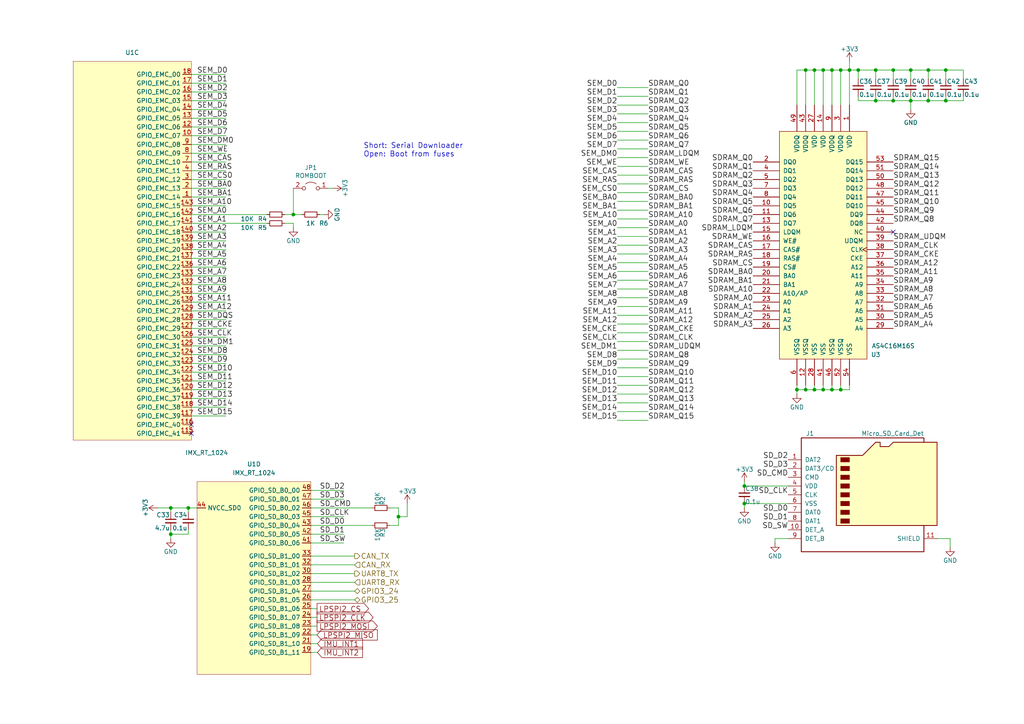
<source format=kicad_sch>
(kicad_sch (version 20211123) (generator eeschema)

  (uuid e328c73d-0262-49c2-9628-de83a7525167)

  (paper "A4")

  (title_block
    (title "IMX-RT 1021 in LQFP144 board")
    (date "2018-07-07")
    (rev "0.1")
    (company "CIAA Project")
  )

  (lib_symbols
    (symbol "Connector:Micro_SD_Card_Det" (pin_names (offset 1.016)) (in_bom yes) (on_board yes)
      (property "Reference" "J" (id 0) (at -16.51 17.78 0)
        (effects (font (size 1.27 1.27)))
      )
      (property "Value" "Micro_SD_Card_Det" (id 1) (at 16.51 17.78 0)
        (effects (font (size 1.27 1.27)) (justify right))
      )
      (property "Footprint" "" (id 2) (at 52.07 17.78 0)
        (effects (font (size 1.27 1.27)) hide)
      )
      (property "Datasheet" "https://www.hirose.com/product/en/download_file/key_name/DM3/category/Catalog/doc_file_id/49662/?file_category_id=4&item_id=195&is_series=1" (id 3) (at 0 2.54 0)
        (effects (font (size 1.27 1.27)) hide)
      )
      (property "ki_keywords" "connector SD microsd" (id 4) (at 0 0 0)
        (effects (font (size 1.27 1.27)) hide)
      )
      (property "ki_description" "Micro SD Card Socket with card detection pins" (id 5) (at 0 0 0)
        (effects (font (size 1.27 1.27)) hide)
      )
      (property "ki_fp_filters" "microSD*" (id 6) (at 0 0 0)
        (effects (font (size 1.27 1.27)) hide)
      )
      (symbol "Micro_SD_Card_Det_0_1"
        (rectangle (start -7.62 -6.985) (end -5.08 -8.255)
          (stroke (width 0) (type default) (color 0 0 0 0))
          (fill (type outline))
        )
        (rectangle (start -7.62 -4.445) (end -5.08 -5.715)
          (stroke (width 0) (type default) (color 0 0 0 0))
          (fill (type outline))
        )
        (rectangle (start -7.62 -1.905) (end -5.08 -3.175)
          (stroke (width 0) (type default) (color 0 0 0 0))
          (fill (type outline))
        )
        (rectangle (start -7.62 0.635) (end -5.08 -0.635)
          (stroke (width 0) (type default) (color 0 0 0 0))
          (fill (type outline))
        )
        (rectangle (start -7.62 3.175) (end -5.08 1.905)
          (stroke (width 0) (type default) (color 0 0 0 0))
          (fill (type outline))
        )
        (rectangle (start -7.62 5.715) (end -5.08 4.445)
          (stroke (width 0) (type default) (color 0 0 0 0))
          (fill (type outline))
        )
        (rectangle (start -7.62 8.255) (end -5.08 6.985)
          (stroke (width 0) (type default) (color 0 0 0 0))
          (fill (type outline))
        )
        (rectangle (start -7.62 10.795) (end -5.08 9.525)
          (stroke (width 0) (type default) (color 0 0 0 0))
          (fill (type outline))
        )
        (polyline
          (pts
            (xy 16.51 15.24)
            (xy 16.51 16.51)
            (xy -19.05 16.51)
            (xy -19.05 -16.51)
            (xy 16.51 -16.51)
            (xy 16.51 -8.89)
          )
          (stroke (width 0.254) (type default) (color 0 0 0 0))
          (fill (type none))
        )
        (polyline
          (pts
            (xy -8.89 -8.89)
            (xy -8.89 11.43)
            (xy -1.27 11.43)
            (xy 2.54 15.24)
            (xy 3.81 15.24)
            (xy 3.81 13.97)
            (xy 6.35 13.97)
            (xy 7.62 15.24)
            (xy 20.32 15.24)
            (xy 20.32 -8.89)
            (xy -8.89 -8.89)
          )
          (stroke (width 0.254) (type default) (color 0 0 0 0))
          (fill (type background))
        )
      )
      (symbol "Micro_SD_Card_Det_1_1"
        (pin bidirectional line (at -22.86 10.16 0) (length 3.81)
          (name "DAT2" (effects (font (size 1.27 1.27))))
          (number "1" (effects (font (size 1.27 1.27))))
        )
        (pin passive line (at -22.86 -10.16 0) (length 3.81)
          (name "DET_A" (effects (font (size 1.27 1.27))))
          (number "10" (effects (font (size 1.27 1.27))))
        )
        (pin passive line (at 20.32 -12.7 180) (length 3.81)
          (name "SHIELD" (effects (font (size 1.27 1.27))))
          (number "11" (effects (font (size 1.27 1.27))))
        )
        (pin bidirectional line (at -22.86 7.62 0) (length 3.81)
          (name "DAT3/CD" (effects (font (size 1.27 1.27))))
          (number "2" (effects (font (size 1.27 1.27))))
        )
        (pin input line (at -22.86 5.08 0) (length 3.81)
          (name "CMD" (effects (font (size 1.27 1.27))))
          (number "3" (effects (font (size 1.27 1.27))))
        )
        (pin power_in line (at -22.86 2.54 0) (length 3.81)
          (name "VDD" (effects (font (size 1.27 1.27))))
          (number "4" (effects (font (size 1.27 1.27))))
        )
        (pin input line (at -22.86 0 0) (length 3.81)
          (name "CLK" (effects (font (size 1.27 1.27))))
          (number "5" (effects (font (size 1.27 1.27))))
        )
        (pin power_in line (at -22.86 -2.54 0) (length 3.81)
          (name "VSS" (effects (font (size 1.27 1.27))))
          (number "6" (effects (font (size 1.27 1.27))))
        )
        (pin bidirectional line (at -22.86 -5.08 0) (length 3.81)
          (name "DAT0" (effects (font (size 1.27 1.27))))
          (number "7" (effects (font (size 1.27 1.27))))
        )
        (pin bidirectional line (at -22.86 -7.62 0) (length 3.81)
          (name "DAT1" (effects (font (size 1.27 1.27))))
          (number "8" (effects (font (size 1.27 1.27))))
        )
        (pin passive line (at -22.86 -12.7 0) (length 3.81)
          (name "DET_B" (effects (font (size 1.27 1.27))))
          (number "9" (effects (font (size 1.27 1.27))))
        )
      )
    )
    (symbol "Device:C_Small" (pin_numbers hide) (pin_names (offset 0.254) hide) (in_bom yes) (on_board yes)
      (property "Reference" "C" (id 0) (at 0.254 1.778 0)
        (effects (font (size 1.27 1.27)) (justify left))
      )
      (property "Value" "C_Small" (id 1) (at 0.254 -2.032 0)
        (effects (font (size 1.27 1.27)) (justify left))
      )
      (property "Footprint" "" (id 2) (at 0 0 0)
        (effects (font (size 1.27 1.27)) hide)
      )
      (property "Datasheet" "~" (id 3) (at 0 0 0)
        (effects (font (size 1.27 1.27)) hide)
      )
      (property "ki_keywords" "capacitor cap" (id 4) (at 0 0 0)
        (effects (font (size 1.27 1.27)) hide)
      )
      (property "ki_description" "Unpolarized capacitor, small symbol" (id 5) (at 0 0 0)
        (effects (font (size 1.27 1.27)) hide)
      )
      (property "ki_fp_filters" "C_*" (id 6) (at 0 0 0)
        (effects (font (size 1.27 1.27)) hide)
      )
      (symbol "C_Small_0_1"
        (polyline
          (pts
            (xy -1.524 -0.508)
            (xy 1.524 -0.508)
          )
          (stroke (width 0.3302) (type default) (color 0 0 0 0))
          (fill (type none))
        )
        (polyline
          (pts
            (xy -1.524 0.508)
            (xy 1.524 0.508)
          )
          (stroke (width 0.3048) (type default) (color 0 0 0 0))
          (fill (type none))
        )
      )
      (symbol "C_Small_1_1"
        (pin passive line (at 0 2.54 270) (length 2.032)
          (name "~" (effects (font (size 1.27 1.27))))
          (number "1" (effects (font (size 1.27 1.27))))
        )
        (pin passive line (at 0 -2.54 90) (length 2.032)
          (name "~" (effects (font (size 1.27 1.27))))
          (number "2" (effects (font (size 1.27 1.27))))
        )
      )
    )
    (symbol "Device:R_Small" (pin_numbers hide) (pin_names (offset 0.254) hide) (in_bom yes) (on_board yes)
      (property "Reference" "R" (id 0) (at 0.762 0.508 0)
        (effects (font (size 1.27 1.27)) (justify left))
      )
      (property "Value" "R_Small" (id 1) (at 0.762 -1.016 0)
        (effects (font (size 1.27 1.27)) (justify left))
      )
      (property "Footprint" "" (id 2) (at 0 0 0)
        (effects (font (size 1.27 1.27)) hide)
      )
      (property "Datasheet" "~" (id 3) (at 0 0 0)
        (effects (font (size 1.27 1.27)) hide)
      )
      (property "ki_keywords" "R resistor" (id 4) (at 0 0 0)
        (effects (font (size 1.27 1.27)) hide)
      )
      (property "ki_description" "Resistor, small symbol" (id 5) (at 0 0 0)
        (effects (font (size 1.27 1.27)) hide)
      )
      (property "ki_fp_filters" "R_*" (id 6) (at 0 0 0)
        (effects (font (size 1.27 1.27)) hide)
      )
      (symbol "R_Small_0_1"
        (rectangle (start -0.762 1.778) (end 0.762 -1.778)
          (stroke (width 0.2032) (type default) (color 0 0 0 0))
          (fill (type none))
        )
      )
      (symbol "R_Small_1_1"
        (pin passive line (at 0 2.54 270) (length 0.762)
          (name "~" (effects (font (size 1.27 1.27))))
          (number "1" (effects (font (size 1.27 1.27))))
        )
        (pin passive line (at 0 -2.54 90) (length 0.762)
          (name "~" (effects (font (size 1.27 1.27))))
          (number "2" (effects (font (size 1.27 1.27))))
        )
      )
    )
    (symbol "IMX_RT_1024_1" (in_bom yes) (on_board yes)
      (property "Reference" "U" (id 0) (at 3.81 118.11 0)
        (effects (font (size 1.27 1.27)))
      )
      (property "Value" "IMX_RT_1024_1" (id 1) (at 55.88 29.21 0)
        (effects (font (size 1.27 1.27)))
      )
      (property "Footprint" "" (id 2) (at 0 16.51 0)
        (effects (font (size 1.27 1.27)) hide)
      )
      (property "Datasheet" "" (id 3) (at 0 16.51 0)
        (effects (font (size 1.27 1.27)) hide)
      )
      (property "ki_locked" "" (id 4) (at 0 0 0)
        (effects (font (size 1.27 1.27)))
      )
      (symbol "IMX_RT_1024_1_1_1"
        (rectangle (start -15.24 93.98) (end 21.59 20.32)
          (stroke (width 0.1) (type default) (color 0 0 0 0))
          (fill (type background))
        )
        (pin power_in line (at 21.59 78.74 180) (length 2.54)
          (name "VDD_SOC_IN" (effects (font (size 1.27 1.27))))
          (number "102" (effects (font (size 1.27 1.27))))
        )
        (pin power_in line (at 4.445 20.32 90) (length 2.54)
          (name "VSS" (effects (font (size 1.27 1.27))))
          (number "103" (effects (font (size 1.27 1.27))))
        )
        (pin power_in line (at 6.985 20.32 90) (length 2.54)
          (name "VSS" (effects (font (size 1.27 1.27))))
          (number "113" (effects (font (size 1.27 1.27))))
        )
        (pin power_in line (at 21.59 76.2 180) (length 2.54)
          (name "VDD_SOC_IN" (effects (font (size 1.27 1.27))))
          (number "114" (effects (font (size 1.27 1.27))))
        )
        (pin power_in line (at 21.59 73.66 180) (length 2.54)
          (name "VDD_SOC_IN" (effects (font (size 1.27 1.27))))
          (number "134" (effects (font (size 1.27 1.27))))
        )
        (pin power_in line (at 9.525 20.32 90) (length 2.54)
          (name "VSS" (effects (font (size 1.27 1.27))))
          (number "135" (effects (font (size 1.27 1.27))))
        )
        (pin power_in line (at 21.59 86.36 180) (length 2.54)
          (name "VDD_SOC_IN" (effects (font (size 1.27 1.27))))
          (number "31" (effects (font (size 1.27 1.27))))
        )
        (pin power_in line (at 21.59 83.82 180) (length 2.54)
          (name "VDD_SOC_IN" (effects (font (size 1.27 1.27))))
          (number "39" (effects (font (size 1.27 1.27))))
        )
        (pin power_in line (at -5.715 20.32 90) (length 2.54)
          (name "VSS" (effects (font (size 1.27 1.27))))
          (number "40" (effects (font (size 1.27 1.27))))
        )
        (pin power_in line (at 21.59 88.9 180) (length 2.54)
          (name "VDD_SOC_IN" (effects (font (size 1.27 1.27))))
          (number "5" (effects (font (size 1.27 1.27))))
        )
        (pin power_in line (at -15.24 71.12 0) (length 2.54)
          (name "VDD_SNVS_IN" (effects (font (size 1.27 1.27))))
          (number "55" (effects (font (size 1.27 1.27))))
        )
        (pin passive line (at 21.59 33.02 180) (length 2.54)
          (name "VDD_SNVS_CAP" (effects (font (size 1.27 1.27))))
          (number "56" (effects (font (size 1.27 1.27))))
        )
        (pin power_in line (at -8.255 20.32 90) (length 2.54)
          (name "VSS" (effects (font (size 1.27 1.27))))
          (number "6" (effects (font (size 1.27 1.27))))
        )
        (pin power_in line (at -3.175 20.32 90) (length 2.54)
          (name "VSS" (effects (font (size 1.27 1.27))))
          (number "60" (effects (font (size 1.27 1.27))))
        )
        (pin power_in line (at -15.24 64.77 0) (length 2.54)
          (name "NGND_KEL0" (effects (font (size 1.27 1.27))))
          (number "64" (effects (font (size 1.27 1.27))))
        )
        (pin passive line (at 21.59 53.34 180) (length 2.54)
          (name "VDD_HIGH_CAP" (effects (font (size 1.27 1.27))))
          (number "65" (effects (font (size 1.27 1.27))))
        )
        (pin power_in line (at -15.24 74.93 0) (length 2.54)
          (name "VDD_HIGH_IN" (effects (font (size 1.27 1.27))))
          (number "69" (effects (font (size 1.27 1.27))))
        )
        (pin power_in line (at -0.635 20.32 90) (length 2.54)
          (name "VSS" (effects (font (size 1.27 1.27))))
          (number "70" (effects (font (size 1.27 1.27))))
        )
        (pin passive line (at 21.59 40.64 180) (length 2.54)
          (name "NVCC_PLL" (effects (font (size 1.27 1.27))))
          (number "72" (effects (font (size 1.27 1.27))))
        )
        (pin power_in line (at -15.24 83.82 0) (length 2.54)
          (name "VDDA_ADC_3P3" (effects (font (size 1.27 1.27))))
          (number "73" (effects (font (size 1.27 1.27))))
        )
        (pin power_in line (at 1.905 20.32 90) (length 2.54)
          (name "VSS" (effects (font (size 1.27 1.27))))
          (number "85" (effects (font (size 1.27 1.27))))
        )
        (pin power_in line (at 21.59 81.28 180) (length 2.54)
          (name "VDD_SOC_IN" (effects (font (size 1.27 1.27))))
          (number "86" (effects (font (size 1.27 1.27))))
        )
      )
      (symbol "IMX_RT_1024_1_2_1"
        (rectangle (start -11.43 73.66) (end 21.59 1.27)
          (stroke (width 0) (type default) (color 0 0 0 0))
          (fill (type background))
        )
        (pin bidirectional line (at -11.43 48.26 0) (length 2.54)
          (name "GPIO_AD_B0_08" (effects (font (size 1.27 1.27))))
          (number "100" (effects (font (size 1.27 1.27))))
        )
        (pin bidirectional line (at -11.43 50.8 0) (length 2.54)
          (name "GPIO_AD_B0_07" (effects (font (size 1.27 1.27))))
          (number "101" (effects (font (size 1.27 1.27))))
        )
        (pin no_connect line (at 21.59 69.85 180) (length 2.54)
          (name "NC" (effects (font (size 1.27 1.27))))
          (number "104" (effects (font (size 1.27 1.27))))
        )
        (pin bidirectional line (at -11.43 53.34 0) (length 2.54)
          (name "GPIO_AD_B0_06" (effects (font (size 1.27 1.27))))
          (number "105" (effects (font (size 1.27 1.27))))
        )
        (pin bidirectional line (at -11.43 55.88 0) (length 2.54)
          (name "GPIO_AD_B0_05" (effects (font (size 1.27 1.27))))
          (number "106" (effects (font (size 1.27 1.27))))
        )
        (pin bidirectional line (at -11.43 58.42 0) (length 2.54)
          (name "GPIO_AD_B0_04" (effects (font (size 1.27 1.27))))
          (number "107" (effects (font (size 1.27 1.27))))
        )
        (pin bidirectional line (at -11.43 60.96 0) (length 2.54)
          (name "GPIO_AD_B0_03" (effects (font (size 1.27 1.27))))
          (number "108" (effects (font (size 1.27 1.27))))
        )
        (pin bidirectional line (at -11.43 63.5 0) (length 2.54)
          (name "GPIO_AD_B0_02" (effects (font (size 1.27 1.27))))
          (number "109" (effects (font (size 1.27 1.27))))
        )
        (pin power_in line (at 21.59 41.91 180) (length 2.54)
          (name "NVCC_GPIO" (effects (font (size 1.27 1.27))))
          (number "11" (effects (font (size 1.27 1.27))))
        )
        (pin bidirectional line (at -11.43 66.04 0) (length 2.54)
          (name "GPIO_AD_B0_01" (effects (font (size 1.27 1.27))))
          (number "110" (effects (font (size 1.27 1.27))))
        )
        (pin bidirectional line (at -11.43 68.58 0) (length 2.54)
          (name "GPIO_AD_B0_00" (effects (font (size 1.27 1.27))))
          (number "111" (effects (font (size 1.27 1.27))))
        )
        (pin power_in line (at 21.59 34.29 180) (length 2.54)
          (name "NVCC_GPIO" (effects (font (size 1.27 1.27))))
          (number "112" (effects (font (size 1.27 1.27))))
        )
        (pin power_in line (at 21.59 31.75 180) (length 2.54)
          (name "NVCC_GPIO" (effects (font (size 1.27 1.27))))
          (number "144" (effects (font (size 1.27 1.27))))
        )
        (pin power_in line (at 21.59 39.37 180) (length 2.54)
          (name "NVCC_GPIO" (effects (font (size 1.27 1.27))))
          (number "20" (effects (font (size 1.27 1.27))))
        )
        (pin power_in line (at 21.59 36.83 180) (length 2.54)
          (name "NVCC_GPIO" (effects (font (size 1.27 1.27))))
          (number "29" (effects (font (size 1.27 1.27))))
        )
        (pin bidirectional line (at -11.43 5.08 0) (length 2.54)
          (name "GPIO_AD_B1_15" (effects (font (size 1.27 1.27))))
          (number "74" (effects (font (size 1.27 1.27))))
        )
        (pin bidirectional line (at -11.43 7.62 0) (length 2.54)
          (name "GPIO_AD_B1_14" (effects (font (size 1.27 1.27))))
          (number "75" (effects (font (size 1.27 1.27))))
        )
        (pin bidirectional line (at -11.43 10.16 0) (length 2.54)
          (name "GPIO_AD_B1_13" (effects (font (size 1.27 1.27))))
          (number "76" (effects (font (size 1.27 1.27))))
        )
        (pin no_connect line (at 21.59 52.07 180) (length 2.54)
          (name "NC" (effects (font (size 1.27 1.27))))
          (number "77" (effects (font (size 1.27 1.27))))
        )
        (pin bidirectional line (at -11.43 12.7 0) (length 2.54)
          (name "GPIO_AD_B1_12" (effects (font (size 1.27 1.27))))
          (number "78" (effects (font (size 1.27 1.27))))
        )
        (pin bidirectional line (at -11.43 15.24 0) (length 2.54)
          (name "GPIO_AD_B1_11" (effects (font (size 1.27 1.27))))
          (number "79" (effects (font (size 1.27 1.27))))
        )
        (pin bidirectional line (at -11.43 17.78 0) (length 2.54)
          (name "GPIO_AD_B1_10" (effects (font (size 1.27 1.27))))
          (number "80" (effects (font (size 1.27 1.27))))
        )
        (pin bidirectional line (at -11.43 20.32 0) (length 2.54)
          (name "GPIO_AD_B1_09" (effects (font (size 1.27 1.27))))
          (number "81" (effects (font (size 1.27 1.27))))
        )
        (pin bidirectional line (at -11.43 22.86 0) (length 2.54)
          (name "GPIO_AD_B1_08" (effects (font (size 1.27 1.27))))
          (number "82" (effects (font (size 1.27 1.27))))
        )
        (pin bidirectional line (at -11.43 25.4 0) (length 2.54)
          (name "GPIO_AD_B1_07" (effects (font (size 1.27 1.27))))
          (number "83" (effects (font (size 1.27 1.27))))
        )
        (pin bidirectional line (at -11.43 27.94 0) (length 2.54)
          (name "GPIO_AD_B1_06" (effects (font (size 1.27 1.27))))
          (number "84" (effects (font (size 1.27 1.27))))
        )
        (pin no_connect line (at 21.59 54.61 180) (length 2.54)
          (name "NC" (effects (font (size 1.27 1.27))))
          (number "87" (effects (font (size 1.27 1.27))))
        )
        (pin no_connect line (at 21.59 57.15 180) (length 2.54)
          (name "NC" (effects (font (size 1.27 1.27))))
          (number "88" (effects (font (size 1.27 1.27))))
        )
        (pin no_connect line (at 21.59 59.69 180) (length 2.54)
          (name "NC" (effects (font (size 1.27 1.27))))
          (number "89" (effects (font (size 1.27 1.27))))
        )
        (pin no_connect line (at 21.59 62.23 180) (length 2.54)
          (name "NC" (effects (font (size 1.27 1.27))))
          (number "90" (effects (font (size 1.27 1.27))))
        )
        (pin no_connect line (at 21.59 64.77 180) (length 2.54)
          (name "NC" (effects (font (size 1.27 1.27))))
          (number "91" (effects (font (size 1.27 1.27))))
        )
        (pin no_connect line (at 21.59 67.31 180) (length 2.54)
          (name "NC" (effects (font (size 1.27 1.27))))
          (number "92" (effects (font (size 1.27 1.27))))
        )
        (pin bidirectional line (at -11.43 30.48 0) (length 2.54)
          (name "GPIO_AD_B0_15" (effects (font (size 1.27 1.27))))
          (number "93" (effects (font (size 1.27 1.27))))
        )
        (pin bidirectional line (at -11.43 33.02 0) (length 2.54)
          (name "GPIO_AD_B0_14" (effects (font (size 1.27 1.27))))
          (number "94" (effects (font (size 1.27 1.27))))
        )
        (pin bidirectional line (at -11.43 35.56 0) (length 2.54)
          (name "GPIO_AD_B0_13" (effects (font (size 1.27 1.27))))
          (number "95" (effects (font (size 1.27 1.27))))
        )
        (pin bidirectional line (at -11.43 38.1 0) (length 2.54)
          (name "GPIO_AD_B0_12" (effects (font (size 1.27 1.27))))
          (number "96" (effects (font (size 1.27 1.27))))
        )
        (pin bidirectional line (at -11.43 40.64 0) (length 2.54)
          (name "GPIO_AD_B0_11" (effects (font (size 1.27 1.27))))
          (number "97" (effects (font (size 1.27 1.27))))
        )
        (pin bidirectional line (at -11.43 43.18 0) (length 2.54)
          (name "GPIO_AD_B0_10" (effects (font (size 1.27 1.27))))
          (number "98" (effects (font (size 1.27 1.27))))
        )
        (pin bidirectional line (at -11.43 45.72 0) (length 2.54)
          (name "GPIO_AD_B0_09" (effects (font (size 1.27 1.27))))
          (number "99" (effects (font (size 1.27 1.27))))
        )
      )
      (symbol "IMX_RT_1024_1_3_1"
        (rectangle (start -13.97 115.57) (end 20.32 5.715)
          (stroke (width 0.1) (type default) (color 0 0 0 0))
          (fill (type background))
        )
        (pin bidirectional line (at 20.32 76.2 180) (length 2.54)
          (name "GPIO_EMC_14" (effects (font (size 1.27 1.27))))
          (number "1" (effects (font (size 1.27 1.27))))
        )
        (pin bidirectional line (at 20.32 93.98 180) (length 2.54)
          (name "GPIO_EMC_07" (effects (font (size 1.27 1.27))))
          (number "10" (effects (font (size 1.27 1.27))))
        )
        (pin bidirectional line (at 20.32 7.62 180) (length 2.54)
          (name "GPIO_EMC_41" (effects (font (size 1.27 1.27))))
          (number "115" (effects (font (size 1.27 1.27))))
        )
        (pin bidirectional line (at 20.32 10.16 180) (length 2.54)
          (name "GPIO_EMC_40" (effects (font (size 1.27 1.27))))
          (number "116" (effects (font (size 1.27 1.27))))
        )
        (pin bidirectional line (at 20.32 12.7 180) (length 2.54)
          (name "GPIO_EMC_39" (effects (font (size 1.27 1.27))))
          (number "117" (effects (font (size 1.27 1.27))))
        )
        (pin bidirectional line (at 20.32 15.24 180) (length 2.54)
          (name "GPIO_EMC_38" (effects (font (size 1.27 1.27))))
          (number "118" (effects (font (size 1.27 1.27))))
        )
        (pin bidirectional line (at 20.32 17.78 180) (length 2.54)
          (name "GPIO_EMC_37" (effects (font (size 1.27 1.27))))
          (number "119" (effects (font (size 1.27 1.27))))
        )
        (pin bidirectional line (at 20.32 96.52 180) (length 2.54)
          (name "GPIO_EMC_06" (effects (font (size 1.27 1.27))))
          (number "12" (effects (font (size 1.27 1.27))))
        )
        (pin bidirectional line (at 20.32 20.32 180) (length 2.54)
          (name "GPIO_EMC_36" (effects (font (size 1.27 1.27))))
          (number "120" (effects (font (size 1.27 1.27))))
        )
        (pin bidirectional line (at 20.32 22.86 180) (length 2.54)
          (name "GPIO_EMC_35" (effects (font (size 1.27 1.27))))
          (number "121" (effects (font (size 1.27 1.27))))
        )
        (pin bidirectional line (at 20.32 25.4 180) (length 2.54)
          (name "GPIO_EMC_34" (effects (font (size 1.27 1.27))))
          (number "122" (effects (font (size 1.27 1.27))))
        )
        (pin bidirectional line (at 20.32 27.94 180) (length 2.54)
          (name "GPIO_EMC_33" (effects (font (size 1.27 1.27))))
          (number "123" (effects (font (size 1.27 1.27))))
        )
        (pin bidirectional line (at 20.32 30.48 180) (length 2.54)
          (name "GPIO_EMC_32" (effects (font (size 1.27 1.27))))
          (number "124" (effects (font (size 1.27 1.27))))
        )
        (pin bidirectional line (at 20.32 33.02 180) (length 2.54)
          (name "GPIO_EMC_31" (effects (font (size 1.27 1.27))))
          (number "125" (effects (font (size 1.27 1.27))))
        )
        (pin bidirectional line (at 20.32 35.56 180) (length 2.54)
          (name "GPIO_EMC_30" (effects (font (size 1.27 1.27))))
          (number "126" (effects (font (size 1.27 1.27))))
        )
        (pin bidirectional line (at 20.32 38.1 180) (length 2.54)
          (name "GPIO_EMC_29" (effects (font (size 1.27 1.27))))
          (number "127" (effects (font (size 1.27 1.27))))
        )
        (pin bidirectional line (at 20.32 40.64 180) (length 2.54)
          (name "GPIO_EMC_28" (effects (font (size 1.27 1.27))))
          (number "128" (effects (font (size 1.27 1.27))))
        )
        (pin bidirectional line (at 20.32 43.18 180) (length 2.54)
          (name "GPIO_EMC_27" (effects (font (size 1.27 1.27))))
          (number "129" (effects (font (size 1.27 1.27))))
        )
        (pin bidirectional line (at 20.32 99.06 180) (length 2.54)
          (name "GPIO_EMC_05" (effects (font (size 1.27 1.27))))
          (number "13" (effects (font (size 1.27 1.27))))
        )
        (pin bidirectional line (at 20.32 45.72 180) (length 2.54)
          (name "GPIO_EMC_26" (effects (font (size 1.27 1.27))))
          (number "130" (effects (font (size 1.27 1.27))))
        )
        (pin bidirectional line (at 20.32 48.26 180) (length 2.54)
          (name "GPIO_EMC_25" (effects (font (size 1.27 1.27))))
          (number "131" (effects (font (size 1.27 1.27))))
        )
        (pin bidirectional line (at 20.32 50.8 180) (length 2.54)
          (name "GPIO_EMC_24" (effects (font (size 1.27 1.27))))
          (number "132" (effects (font (size 1.27 1.27))))
        )
        (pin bidirectional line (at 20.32 53.34 180) (length 2.54)
          (name "GPIO_EMC_23" (effects (font (size 1.27 1.27))))
          (number "133" (effects (font (size 1.27 1.27))))
        )
        (pin bidirectional line (at 20.32 55.88 180) (length 2.54)
          (name "GPIO_EMC_22" (effects (font (size 1.27 1.27))))
          (number "136" (effects (font (size 1.27 1.27))))
        )
        (pin bidirectional line (at 20.32 58.42 180) (length 2.54)
          (name "GPIO_EMC_21" (effects (font (size 1.27 1.27))))
          (number "137" (effects (font (size 1.27 1.27))))
        )
        (pin bidirectional line (at 20.32 60.96 180) (length 2.54)
          (name "GPIO_EMC_20" (effects (font (size 1.27 1.27))))
          (number "138" (effects (font (size 1.27 1.27))))
        )
        (pin bidirectional line (at 20.32 63.5 180) (length 2.54)
          (name "GPIO_EMC_19" (effects (font (size 1.27 1.27))))
          (number "139" (effects (font (size 1.27 1.27))))
        )
        (pin bidirectional line (at 20.32 101.6 180) (length 2.54)
          (name "GPIO_EMC_04" (effects (font (size 1.27 1.27))))
          (number "14" (effects (font (size 1.27 1.27))))
        )
        (pin bidirectional line (at 20.32 66.04 180) (length 2.54)
          (name "GPIO_EMC_18" (effects (font (size 1.27 1.27))))
          (number "140" (effects (font (size 1.27 1.27))))
        )
        (pin bidirectional line (at 20.32 68.58 180) (length 2.54)
          (name "GPIO_EMC_17" (effects (font (size 1.27 1.27))))
          (number "141" (effects (font (size 1.27 1.27))))
        )
        (pin bidirectional line (at 20.32 71.12 180) (length 2.54)
          (name "GPIO_EMC_16" (effects (font (size 1.27 1.27))))
          (number "142" (effects (font (size 1.27 1.27))))
        )
        (pin bidirectional line (at 20.32 73.66 180) (length 2.54)
          (name "GPIO_EMC_15" (effects (font (size 1.27 1.27))))
          (number "143" (effects (font (size 1.27 1.27))))
        )
        (pin bidirectional line (at 20.32 104.14 180) (length 2.54)
          (name "GPIO_EMC_03" (effects (font (size 1.27 1.27))))
          (number "15" (effects (font (size 1.27 1.27))))
        )
        (pin bidirectional line (at 20.32 106.68 180) (length 2.54)
          (name "GPIO_EMC_02" (effects (font (size 1.27 1.27))))
          (number "16" (effects (font (size 1.27 1.27))))
        )
        (pin bidirectional line (at 20.32 109.22 180) (length 2.54)
          (name "GPIO_EMC_01" (effects (font (size 1.27 1.27))))
          (number "17" (effects (font (size 1.27 1.27))))
        )
        (pin bidirectional line (at 20.32 111.76 180) (length 2.54)
          (name "GPIO_EMC_00" (effects (font (size 1.27 1.27))))
          (number "18" (effects (font (size 1.27 1.27))))
        )
        (pin bidirectional line (at 20.32 78.74 180) (length 2.54)
          (name "GPIO_EMC_13" (effects (font (size 1.27 1.27))))
          (number "2" (effects (font (size 1.27 1.27))))
        )
        (pin bidirectional line (at 20.32 81.28 180) (length 2.54)
          (name "GPIO_EMC_12" (effects (font (size 1.27 1.27))))
          (number "3" (effects (font (size 1.27 1.27))))
        )
        (pin bidirectional line (at 20.32 83.82 180) (length 2.54)
          (name "GPIO_EMC_11" (effects (font (size 1.27 1.27))))
          (number "4" (effects (font (size 1.27 1.27))))
        )
        (pin bidirectional line (at 20.32 86.36 180) (length 2.54)
          (name "GPIO_EMC_10" (effects (font (size 1.27 1.27))))
          (number "7" (effects (font (size 1.27 1.27))))
        )
        (pin bidirectional line (at 20.32 88.9 180) (length 2.54)
          (name "GPIO_EMC_09" (effects (font (size 1.27 1.27))))
          (number "8" (effects (font (size 1.27 1.27))))
        )
        (pin bidirectional line (at 20.32 91.44 180) (length 2.54)
          (name "GPIO_EMC_08" (effects (font (size 1.27 1.27))))
          (number "9" (effects (font (size 1.27 1.27))))
        )
      )
      (symbol "IMX_RT_1024_1_4_1"
        (rectangle (start -13.97 53.34) (end 19.05 -2.54)
          (stroke (width 0.1) (type default) (color 0 0 0 0))
          (fill (type background))
        )
        (pin bidirectional line (at 19.05 3.81 180) (length 2.54)
          (name "GPIO_SD_B1_11" (effects (font (size 1.27 1.27))))
          (number "19" (effects (font (size 1.27 1.27))))
        )
        (pin bidirectional line (at 19.05 6.35 180) (length 2.54)
          (name "GPIO_SD_B1_10" (effects (font (size 1.27 1.27))))
          (number "21" (effects (font (size 1.27 1.27))))
        )
        (pin bidirectional line (at 19.05 8.89 180) (length 2.54)
          (name "GPIO_SD_B1_09" (effects (font (size 1.27 1.27))))
          (number "22" (effects (font (size 1.27 1.27))))
        )
        (pin bidirectional line (at 19.05 11.43 180) (length 2.54)
          (name "GPIO_SD_B1_08" (effects (font (size 1.27 1.27))))
          (number "23" (effects (font (size 1.27 1.27))))
        )
        (pin bidirectional line (at 19.05 13.97 180) (length 2.54)
          (name "GPIO_SD_B1_07" (effects (font (size 1.27 1.27))))
          (number "24" (effects (font (size 1.27 1.27))))
        )
        (pin bidirectional line (at 19.05 16.51 180) (length 2.54)
          (name "GPIO_SD_B1_06" (effects (font (size 1.27 1.27))))
          (number "25" (effects (font (size 1.27 1.27))))
        )
        (pin bidirectional line (at 19.05 19.05 180) (length 2.54)
          (name "GPIO_SD_B1_05" (effects (font (size 1.27 1.27))))
          (number "26" (effects (font (size 1.27 1.27))))
        )
        (pin bidirectional line (at 19.05 21.59 180) (length 2.54)
          (name "GPIO_SD_B1_04" (effects (font (size 1.27 1.27))))
          (number "27" (effects (font (size 1.27 1.27))))
        )
        (pin bidirectional line (at 19.05 24.13 180) (length 2.54)
          (name "GPIO_SD_B1_03" (effects (font (size 1.27 1.27))))
          (number "28" (effects (font (size 1.27 1.27))))
        )
        (pin bidirectional line (at 19.05 26.67 180) (length 2.54)
          (name "GPIO_SD_B1_02" (effects (font (size 1.27 1.27))))
          (number "30" (effects (font (size 1.27 1.27))))
        )
        (pin bidirectional line (at 19.05 29.21 180) (length 2.54)
          (name "GPIO_SD_B1_01" (effects (font (size 1.27 1.27))))
          (number "32" (effects (font (size 1.27 1.27))))
        )
        (pin bidirectional line (at 19.05 31.75 180) (length 2.54)
          (name "GPIO_SD_B1_00" (effects (font (size 1.27 1.27))))
          (number "33" (effects (font (size 1.27 1.27))))
        )
        (pin bidirectional line (at 19.05 35.56 180) (length 2.54)
          (name "GPIO_SD_B0_06" (effects (font (size 1.27 1.27))))
          (number "41" (effects (font (size 1.27 1.27))))
        )
        (pin bidirectional line (at 19.05 38.1 180) (length 2.54)
          (name "GPIO_SD_B0_05" (effects (font (size 1.27 1.27))))
          (number "42" (effects (font (size 1.27 1.27))))
        )
        (pin bidirectional line (at 19.05 40.64 180) (length 2.54)
          (name "GPIO_SD_B0_04" (effects (font (size 1.27 1.27))))
          (number "43" (effects (font (size 1.27 1.27))))
        )
        (pin power_in line (at -13.97 45.72 0) (length 2.54)
          (name "NVCC_SD0" (effects (font (size 1.27 1.27))))
          (number "44" (effects (font (size 1.27 1.27))))
        )
        (pin bidirectional line (at 19.05 43.18 180) (length 2.54)
          (name "GPIO_SD_B0_03" (effects (font (size 1.27 1.27))))
          (number "45" (effects (font (size 1.27 1.27))))
        )
        (pin bidirectional line (at 19.05 45.72 180) (length 2.54)
          (name "GPIO_SD_B0_02" (effects (font (size 1.27 1.27))))
          (number "46" (effects (font (size 1.27 1.27))))
        )
        (pin bidirectional line (at 19.05 48.26 180) (length 2.54)
          (name "GPIO_SD_B0_01" (effects (font (size 1.27 1.27))))
          (number "47" (effects (font (size 1.27 1.27))))
        )
        (pin bidirectional line (at 19.05 50.8 180) (length 2.54)
          (name "GPIO_SD_B0_00" (effects (font (size 1.27 1.27))))
          (number "48" (effects (font (size 1.27 1.27))))
        )
      )
      (symbol "IMX_RT_1024_1_5_1"
        (rectangle (start -7.62 30.48) (end 17.145 2.54)
          (stroke (width 0.1) (type default) (color 0 0 0 0))
          (fill (type background))
        )
        (pin bidirectional line (at -7.62 16.51 0) (length 2.54)
          (name "USB_OTG1_VBUS" (effects (font (size 1.27 1.27))))
          (number "59" (effects (font (size 1.27 1.27))))
        )
        (pin power_in line (at -7.62 12.7 0) (length 2.54)
          (name "VDD_USB_CAP" (effects (font (size 1.27 1.27))))
          (number "61" (effects (font (size 1.27 1.27))))
        )
        (pin bidirectional line (at -7.62 21.59 0) (length 2.54)
          (name "USB_OTG1_DN" (effects (font (size 1.27 1.27))))
          (number "62" (effects (font (size 1.27 1.27))))
        )
        (pin bidirectional line (at -7.62 19.05 0) (length 2.54)
          (name "USB_OTG1_DP" (effects (font (size 1.27 1.27))))
          (number "63" (effects (font (size 1.27 1.27))))
        )
        (pin bidirectional line (at -7.62 24.13 0) (length 2.54)
          (name "USB_OTG1_CHD_B" (effects (font (size 1.27 1.27))))
          (number "66" (effects (font (size 1.27 1.27))))
        )
      )
      (symbol "IMX_RT_1024_1_6_1"
        (rectangle (start -15.24 57.785) (end 19.05 8.89)
          (stroke (width 0) (type default) (color 0 0 0 0))
          (fill (type background))
        )
        (pin power_in line (at 19.05 49.53 180) (length 2.54)
          (name "DCDC_IN" (effects (font (size 1.27 1.27))))
          (number "34" (effects (font (size 1.27 1.27))))
        )
        (pin power_in line (at 19.05 13.97 180) (length 2.54)
          (name "DCDC_GND" (effects (font (size 1.27 1.27))))
          (number "35" (effects (font (size 1.27 1.27))))
        )
        (pin power_out line (at 19.05 25.4 180) (length 2.54)
          (name "DCDC_LP" (effects (font (size 1.27 1.27))))
          (number "36" (effects (font (size 1.27 1.27))))
        )
        (pin passive line (at 19.05 20.32 180) (length 2.54)
          (name "DCDC_PSWITCH" (effects (font (size 1.27 1.27))))
          (number "37" (effects (font (size 1.27 1.27))))
        )
        (pin power_in line (at 19.05 35.56 180) (length 2.54)
          (name "DCDC_IN_Q" (effects (font (size 1.27 1.27))))
          (number "38" (effects (font (size 1.27 1.27))))
        )
        (pin bidirectional line (at -15.24 53.975 0) (length 2.54)
          (name "ONOFF" (effects (font (size 1.27 1.27))))
          (number "49" (effects (font (size 1.27 1.27))))
        )
        (pin input line (at -15.24 51.435 0) (length 2.54)
          (name "POR_B" (effects (font (size 1.27 1.27))))
          (number "50" (effects (font (size 1.27 1.27))))
        )
        (pin bidirectional line (at -15.24 44.45 0) (length 2.54)
          (name "TEST_MODE" (effects (font (size 1.27 1.27))))
          (number "51" (effects (font (size 1.27 1.27))))
        )
        (pin bidirectional line (at 19.05 54.61 180) (length 2.54)
          (name "WAKEUP" (effects (font (size 1.27 1.27))))
          (number "52" (effects (font (size 1.27 1.27))))
        )
        (pin bidirectional line (at -15.24 37.465 0) (length 2.54)
          (name "PMIC_ON_REQ" (effects (font (size 1.27 1.27))))
          (number "53" (effects (font (size 1.27 1.27))))
        )
        (pin bidirectional line (at -15.24 40.005 0) (length 2.54)
          (name "PMIC_STBY_REQ" (effects (font (size 1.27 1.27))))
          (number "54" (effects (font (size 1.27 1.27))))
        )
        (pin bidirectional line (at -15.24 25.4 0) (length 2.54)
          (name "RTC_XTALI" (effects (font (size 1.27 1.27))))
          (number "57" (effects (font (size 1.27 1.27))))
        )
        (pin bidirectional line (at -15.24 22.86 0) (length 2.54)
          (name "RTC_XTALO" (effects (font (size 1.27 1.27))))
          (number "58" (effects (font (size 1.27 1.27))))
        )
        (pin bidirectional line (at -15.24 32.385 0) (length 2.54)
          (name "XTALI" (effects (font (size 1.27 1.27))))
          (number "67" (effects (font (size 1.27 1.27))))
        )
        (pin bidirectional line (at -15.24 29.845 0) (length 2.54)
          (name "XTALO" (effects (font (size 1.27 1.27))))
          (number "68" (effects (font (size 1.27 1.27))))
        )
        (pin power_in line (at -15.24 12.065 0) (length 2.54)
          (name "GPANAIO" (effects (font (size 1.27 1.27))))
          (number "71" (effects (font (size 1.27 1.27))))
        )
      )
    )
    (symbol "Jumper:Jumper_2_Open" (pin_names (offset 0) hide) (in_bom yes) (on_board yes)
      (property "Reference" "JP" (id 0) (at 0 2.794 0)
        (effects (font (size 1.27 1.27)))
      )
      (property "Value" "Jumper_2_Open" (id 1) (at 0 -2.286 0)
        (effects (font (size 1.27 1.27)))
      )
      (property "Footprint" "" (id 2) (at 0 0 0)
        (effects (font (size 1.27 1.27)) hide)
      )
      (property "Datasheet" "~" (id 3) (at 0 0 0)
        (effects (font (size 1.27 1.27)) hide)
      )
      (property "ki_keywords" "Jumper SPST" (id 4) (at 0 0 0)
        (effects (font (size 1.27 1.27)) hide)
      )
      (property "ki_description" "Jumper, 2-pole, open" (id 5) (at 0 0 0)
        (effects (font (size 1.27 1.27)) hide)
      )
      (property "ki_fp_filters" "Jumper* TestPoint*2Pads* TestPoint*Bridge*" (id 6) (at 0 0 0)
        (effects (font (size 1.27 1.27)) hide)
      )
      (symbol "Jumper_2_Open_0_0"
        (circle (center -2.032 0) (radius 0.508)
          (stroke (width 0) (type default) (color 0 0 0 0))
          (fill (type none))
        )
        (circle (center 2.032 0) (radius 0.508)
          (stroke (width 0) (type default) (color 0 0 0 0))
          (fill (type none))
        )
      )
      (symbol "Jumper_2_Open_0_1"
        (arc (start 1.524 1.27) (mid 0 1.778) (end -1.524 1.27)
          (stroke (width 0) (type default) (color 0 0 0 0))
          (fill (type none))
        )
      )
      (symbol "Jumper_2_Open_1_1"
        (pin passive line (at -5.08 0 0) (length 2.54)
          (name "A" (effects (font (size 1.27 1.27))))
          (number "1" (effects (font (size 1.27 1.27))))
        )
        (pin passive line (at 5.08 0 180) (length 2.54)
          (name "B" (effects (font (size 1.27 1.27))))
          (number "2" (effects (font (size 1.27 1.27))))
        )
      )
    )
    (symbol "My 1024 Symbols:IMX_RT_1024" (in_bom yes) (on_board yes)
      (property "Reference" "U" (id 0) (at 3.81 118.11 0)
        (effects (font (size 1.27 1.27)))
      )
      (property "Value" "IMX_RT_1024" (id 1) (at 55.88 29.21 0)
        (effects (font (size 1.27 1.27)))
      )
      (property "Footprint" "" (id 2) (at 8.89 16.51 0)
        (effects (font (size 1.27 1.27)) hide)
      )
      (property "Datasheet" "" (id 3) (at 8.89 16.51 0)
        (effects (font (size 1.27 1.27)) hide)
      )
      (property "ki_locked" "" (id 4) (at 0 0 0)
        (effects (font (size 1.27 1.27)))
      )
      (symbol "IMX_RT_1024_1_1"
        (rectangle (start -15.24 93.98) (end 21.59 20.32)
          (stroke (width 0.1) (type default) (color 0 0 0 0))
          (fill (type background))
        )
        (pin power_in line (at 21.59 78.74 180) (length 2.54)
          (name "VDD_SOC_IN" (effects (font (size 1.27 1.27))))
          (number "102" (effects (font (size 1.27 1.27))))
        )
        (pin power_in line (at 4.445 20.32 90) (length 2.54)
          (name "VSS" (effects (font (size 1.27 1.27))))
          (number "103" (effects (font (size 1.27 1.27))))
        )
        (pin power_in line (at 6.985 20.32 90) (length 2.54)
          (name "VSS" (effects (font (size 1.27 1.27))))
          (number "113" (effects (font (size 1.27 1.27))))
        )
        (pin power_in line (at 21.59 76.2 180) (length 2.54)
          (name "VDD_SOC_IN" (effects (font (size 1.27 1.27))))
          (number "114" (effects (font (size 1.27 1.27))))
        )
        (pin power_in line (at 21.59 73.66 180) (length 2.54)
          (name "VDD_SOC_IN" (effects (font (size 1.27 1.27))))
          (number "134" (effects (font (size 1.27 1.27))))
        )
        (pin power_in line (at 9.525 20.32 90) (length 2.54)
          (name "VSS" (effects (font (size 1.27 1.27))))
          (number "135" (effects (font (size 1.27 1.27))))
        )
        (pin power_in line (at 21.59 86.36 180) (length 2.54)
          (name "VDD_SOC_IN" (effects (font (size 1.27 1.27))))
          (number "31" (effects (font (size 1.27 1.27))))
        )
        (pin power_in line (at 21.59 83.82 180) (length 2.54)
          (name "VDD_SOC_IN" (effects (font (size 1.27 1.27))))
          (number "39" (effects (font (size 1.27 1.27))))
        )
        (pin power_in line (at -5.715 20.32 90) (length 2.54)
          (name "VSS" (effects (font (size 1.27 1.27))))
          (number "40" (effects (font (size 1.27 1.27))))
        )
        (pin power_in line (at 21.59 88.9 180) (length 2.54)
          (name "VDD_SOC_IN" (effects (font (size 1.27 1.27))))
          (number "5" (effects (font (size 1.27 1.27))))
        )
        (pin power_in line (at -15.24 71.12 0) (length 2.54)
          (name "VDD_SNVS_IN" (effects (font (size 1.27 1.27))))
          (number "55" (effects (font (size 1.27 1.27))))
        )
        (pin passive line (at 21.59 33.02 180) (length 2.54)
          (name "VDD_SNVS_CAP" (effects (font (size 1.27 1.27))))
          (number "56" (effects (font (size 1.27 1.27))))
        )
        (pin power_in line (at -8.255 20.32 90) (length 2.54)
          (name "VSS" (effects (font (size 1.27 1.27))))
          (number "6" (effects (font (size 1.27 1.27))))
        )
        (pin power_in line (at -3.175 20.32 90) (length 2.54)
          (name "VSS" (effects (font (size 1.27 1.27))))
          (number "60" (effects (font (size 1.27 1.27))))
        )
        (pin power_in line (at -15.24 64.77 0) (length 2.54)
          (name "NGND_KEL0" (effects (font (size 1.27 1.27))))
          (number "64" (effects (font (size 1.27 1.27))))
        )
        (pin passive line (at 21.59 53.34 180) (length 2.54)
          (name "VDD_HIGH_CAP" (effects (font (size 1.27 1.27))))
          (number "65" (effects (font (size 1.27 1.27))))
        )
        (pin power_in line (at -15.24 74.93 0) (length 2.54)
          (name "VDD_HIGH_IN" (effects (font (size 1.27 1.27))))
          (number "69" (effects (font (size 1.27 1.27))))
        )
        (pin power_in line (at -0.635 20.32 90) (length 2.54)
          (name "VSS" (effects (font (size 1.27 1.27))))
          (number "70" (effects (font (size 1.27 1.27))))
        )
        (pin passive line (at 21.59 40.64 180) (length 2.54)
          (name "NVCC_PLL" (effects (font (size 1.27 1.27))))
          (number "72" (effects (font (size 1.27 1.27))))
        )
        (pin power_in line (at -15.24 83.82 0) (length 2.54)
          (name "VDDA_ADC_3P3" (effects (font (size 1.27 1.27))))
          (number "73" (effects (font (size 1.27 1.27))))
        )
        (pin power_in line (at 1.905 20.32 90) (length 2.54)
          (name "VSS" (effects (font (size 1.27 1.27))))
          (number "85" (effects (font (size 1.27 1.27))))
        )
        (pin power_in line (at 21.59 81.28 180) (length 2.54)
          (name "VDD_SOC_IN" (effects (font (size 1.27 1.27))))
          (number "86" (effects (font (size 1.27 1.27))))
        )
      )
      (symbol "IMX_RT_1024_2_1"
        (rectangle (start -20.32 74.93) (end 21.59 13.97)
          (stroke (width 0) (type default) (color 0 0 0 0))
          (fill (type background))
        )
        (pin bidirectional line (at -20.32 38.1 0) (length 2.54)
          (name "GPIO_AD_B0_08" (effects (font (size 1.27 1.27))))
          (number "100" (effects (font (size 1.27 1.27))))
        )
        (pin bidirectional line (at -20.32 35.56 0) (length 2.54)
          (name "GPIO_AD_B0_07" (effects (font (size 1.27 1.27))))
          (number "101" (effects (font (size 1.27 1.27))))
        )
        (pin no_connect line (at 21.59 69.85 180) (length 2.54)
          (name "NC" (effects (font (size 1.27 1.27))))
          (number "104" (effects (font (size 1.27 1.27))))
        )
        (pin bidirectional line (at -20.32 33.02 0) (length 2.54)
          (name "GPIO_AD_B0_06" (effects (font (size 1.27 1.27))))
          (number "105" (effects (font (size 1.27 1.27))))
        )
        (pin bidirectional line (at -20.32 30.48 0) (length 2.54)
          (name "GPIO_AD_B0_05" (effects (font (size 1.27 1.27))))
          (number "106" (effects (font (size 1.27 1.27))))
        )
        (pin bidirectional line (at -20.32 27.94 0) (length 2.54)
          (name "GPIO_AD_B0_04" (effects (font (size 1.27 1.27))))
          (number "107" (effects (font (size 1.27 1.27))))
        )
        (pin bidirectional line (at -20.32 25.4 0) (length 2.54)
          (name "GPIO_AD_B0_03" (effects (font (size 1.27 1.27))))
          (number "108" (effects (font (size 1.27 1.27))))
        )
        (pin bidirectional line (at -20.32 22.86 0) (length 2.54)
          (name "GPIO_AD_B0_02" (effects (font (size 1.27 1.27))))
          (number "109" (effects (font (size 1.27 1.27))))
        )
        (pin power_in line (at -20.32 71.12 0) (length 2.54)
          (name "NVCC_GPIO" (effects (font (size 1.27 1.27))))
          (number "11" (effects (font (size 1.27 1.27))))
        )
        (pin bidirectional line (at -20.32 20.32 0) (length 2.54)
          (name "GPIO_AD_B0_01" (effects (font (size 1.27 1.27))))
          (number "110" (effects (font (size 1.27 1.27))))
        )
        (pin bidirectional line (at -20.32 17.78 0) (length 2.54)
          (name "GPIO_AD_B0_00" (effects (font (size 1.27 1.27))))
          (number "111" (effects (font (size 1.27 1.27))))
        )
        (pin power_in line (at -20.32 63.5 0) (length 2.54)
          (name "NVCC_GPIO" (effects (font (size 1.27 1.27))))
          (number "112" (effects (font (size 1.27 1.27))))
        )
        (pin power_in line (at -20.32 60.96 0) (length 2.54)
          (name "NVCC_GPIO" (effects (font (size 1.27 1.27))))
          (number "144" (effects (font (size 1.27 1.27))))
        )
        (pin power_in line (at -20.32 68.58 0) (length 2.54)
          (name "NVCC_GPIO" (effects (font (size 1.27 1.27))))
          (number "20" (effects (font (size 1.27 1.27))))
        )
        (pin power_in line (at -20.32 66.04 0) (length 2.54)
          (name "NVCC_GPIO" (effects (font (size 1.27 1.27))))
          (number "29" (effects (font (size 1.27 1.27))))
        )
        (pin bidirectional line (at 21.59 48.26 180) (length 2.54)
          (name "GPIO_AD_B1_15" (effects (font (size 1.27 1.27))))
          (number "74" (effects (font (size 1.27 1.27))))
        )
        (pin bidirectional line (at 21.59 45.72 180) (length 2.54)
          (name "GPIO_AD_B1_14" (effects (font (size 1.27 1.27))))
          (number "75" (effects (font (size 1.27 1.27))))
        )
        (pin bidirectional line (at 21.59 43.18 180) (length 2.54)
          (name "GPIO_AD_B1_13" (effects (font (size 1.27 1.27))))
          (number "76" (effects (font (size 1.27 1.27))))
        )
        (pin no_connect line (at 21.59 52.07 180) (length 2.54)
          (name "NC" (effects (font (size 1.27 1.27))))
          (number "77" (effects (font (size 1.27 1.27))))
        )
        (pin bidirectional line (at 21.59 40.64 180) (length 2.54)
          (name "GPIO_AD_B1_12" (effects (font (size 1.27 1.27))))
          (number "78" (effects (font (size 1.27 1.27))))
        )
        (pin bidirectional line (at 21.59 38.1 180) (length 2.54)
          (name "GPIO_AD_B1_11" (effects (font (size 1.27 1.27))))
          (number "79" (effects (font (size 1.27 1.27))))
        )
        (pin bidirectional line (at 21.59 35.56 180) (length 2.54)
          (name "GPIO_AD_B1_10" (effects (font (size 1.27 1.27))))
          (number "80" (effects (font (size 1.27 1.27))))
        )
        (pin bidirectional line (at 21.59 33.02 180) (length 2.54)
          (name "GPIO_AD_B1_09" (effects (font (size 1.27 1.27))))
          (number "81" (effects (font (size 1.27 1.27))))
        )
        (pin bidirectional line (at 21.59 30.48 180) (length 2.54)
          (name "GPIO_AD_B1_08" (effects (font (size 1.27 1.27))))
          (number "82" (effects (font (size 1.27 1.27))))
        )
        (pin bidirectional line (at 21.59 27.94 180) (length 2.54)
          (name "GPIO_AD_B1_07" (effects (font (size 1.27 1.27))))
          (number "83" (effects (font (size 1.27 1.27))))
        )
        (pin bidirectional line (at 21.59 25.4 180) (length 2.54)
          (name "GPIO_AD_B1_06" (effects (font (size 1.27 1.27))))
          (number "84" (effects (font (size 1.27 1.27))))
        )
        (pin no_connect line (at 21.59 54.61 180) (length 2.54)
          (name "NC" (effects (font (size 1.27 1.27))))
          (number "87" (effects (font (size 1.27 1.27))))
        )
        (pin no_connect line (at 21.59 57.15 180) (length 2.54)
          (name "NC" (effects (font (size 1.27 1.27))))
          (number "88" (effects (font (size 1.27 1.27))))
        )
        (pin no_connect line (at 21.59 59.69 180) (length 2.54)
          (name "NC" (effects (font (size 1.27 1.27))))
          (number "89" (effects (font (size 1.27 1.27))))
        )
        (pin no_connect line (at 21.59 62.23 180) (length 2.54)
          (name "NC" (effects (font (size 1.27 1.27))))
          (number "90" (effects (font (size 1.27 1.27))))
        )
        (pin no_connect line (at 21.59 64.77 180) (length 2.54)
          (name "NC" (effects (font (size 1.27 1.27))))
          (number "91" (effects (font (size 1.27 1.27))))
        )
        (pin no_connect line (at 21.59 67.31 180) (length 2.54)
          (name "NC" (effects (font (size 1.27 1.27))))
          (number "92" (effects (font (size 1.27 1.27))))
        )
        (pin bidirectional line (at -20.32 55.88 0) (length 2.54)
          (name "GPIO_AD_B0_15" (effects (font (size 1.27 1.27))))
          (number "93" (effects (font (size 1.27 1.27))))
        )
        (pin bidirectional line (at -20.32 53.34 0) (length 2.54)
          (name "GPIO_AD_B0_14" (effects (font (size 1.27 1.27))))
          (number "94" (effects (font (size 1.27 1.27))))
        )
        (pin bidirectional line (at -20.32 50.8 0) (length 2.54)
          (name "GPIO_AD_B0_13" (effects (font (size 1.27 1.27))))
          (number "95" (effects (font (size 1.27 1.27))))
        )
        (pin bidirectional line (at -20.32 48.26 0) (length 2.54)
          (name "GPIO_AD_B0_12" (effects (font (size 1.27 1.27))))
          (number "96" (effects (font (size 1.27 1.27))))
        )
        (pin bidirectional line (at -20.32 45.72 0) (length 2.54)
          (name "GPIO_AD_B0_11" (effects (font (size 1.27 1.27))))
          (number "97" (effects (font (size 1.27 1.27))))
        )
        (pin bidirectional line (at -20.32 43.18 0) (length 2.54)
          (name "GPIO_AD_B0_10" (effects (font (size 1.27 1.27))))
          (number "98" (effects (font (size 1.27 1.27))))
        )
        (pin bidirectional line (at -20.32 40.64 0) (length 2.54)
          (name "GPIO_AD_B0_09" (effects (font (size 1.27 1.27))))
          (number "99" (effects (font (size 1.27 1.27))))
        )
      )
      (symbol "IMX_RT_1024_3_1"
        (rectangle (start -13.97 115.57) (end 20.32 5.715)
          (stroke (width 0.1) (type default) (color 0 0 0 0))
          (fill (type background))
        )
        (pin bidirectional line (at 20.32 76.2 180) (length 2.54)
          (name "GPIO_EMC_14" (effects (font (size 1.27 1.27))))
          (number "1" (effects (font (size 1.27 1.27))))
        )
        (pin bidirectional line (at 20.32 93.98 180) (length 2.54)
          (name "GPIO_EMC_07" (effects (font (size 1.27 1.27))))
          (number "10" (effects (font (size 1.27 1.27))))
        )
        (pin bidirectional line (at 20.32 7.62 180) (length 2.54)
          (name "GPIO_EMC_41" (effects (font (size 1.27 1.27))))
          (number "115" (effects (font (size 1.27 1.27))))
        )
        (pin bidirectional line (at 20.32 10.16 180) (length 2.54)
          (name "GPIO_EMC_40" (effects (font (size 1.27 1.27))))
          (number "116" (effects (font (size 1.27 1.27))))
        )
        (pin bidirectional line (at 20.32 12.7 180) (length 2.54)
          (name "GPIO_EMC_39" (effects (font (size 1.27 1.27))))
          (number "117" (effects (font (size 1.27 1.27))))
        )
        (pin bidirectional line (at 20.32 15.24 180) (length 2.54)
          (name "GPIO_EMC_38" (effects (font (size 1.27 1.27))))
          (number "118" (effects (font (size 1.27 1.27))))
        )
        (pin bidirectional line (at 20.32 17.78 180) (length 2.54)
          (name "GPIO_EMC_37" (effects (font (size 1.27 1.27))))
          (number "119" (effects (font (size 1.27 1.27))))
        )
        (pin bidirectional line (at 20.32 96.52 180) (length 2.54)
          (name "GPIO_EMC_06" (effects (font (size 1.27 1.27))))
          (number "12" (effects (font (size 1.27 1.27))))
        )
        (pin bidirectional line (at 20.32 20.32 180) (length 2.54)
          (name "GPIO_EMC_36" (effects (font (size 1.27 1.27))))
          (number "120" (effects (font (size 1.27 1.27))))
        )
        (pin bidirectional line (at 20.32 22.86 180) (length 2.54)
          (name "GPIO_EMC_35" (effects (font (size 1.27 1.27))))
          (number "121" (effects (font (size 1.27 1.27))))
        )
        (pin bidirectional line (at 20.32 25.4 180) (length 2.54)
          (name "GPIO_EMC_34" (effects (font (size 1.27 1.27))))
          (number "122" (effects (font (size 1.27 1.27))))
        )
        (pin bidirectional line (at 20.32 27.94 180) (length 2.54)
          (name "GPIO_EMC_33" (effects (font (size 1.27 1.27))))
          (number "123" (effects (font (size 1.27 1.27))))
        )
        (pin bidirectional line (at 20.32 30.48 180) (length 2.54)
          (name "GPIO_EMC_32" (effects (font (size 1.27 1.27))))
          (number "124" (effects (font (size 1.27 1.27))))
        )
        (pin bidirectional line (at 20.32 33.02 180) (length 2.54)
          (name "GPIO_EMC_31" (effects (font (size 1.27 1.27))))
          (number "125" (effects (font (size 1.27 1.27))))
        )
        (pin bidirectional line (at 20.32 35.56 180) (length 2.54)
          (name "GPIO_EMC_30" (effects (font (size 1.27 1.27))))
          (number "126" (effects (font (size 1.27 1.27))))
        )
        (pin bidirectional line (at 20.32 38.1 180) (length 2.54)
          (name "GPIO_EMC_29" (effects (font (size 1.27 1.27))))
          (number "127" (effects (font (size 1.27 1.27))))
        )
        (pin bidirectional line (at 20.32 40.64 180) (length 2.54)
          (name "GPIO_EMC_28" (effects (font (size 1.27 1.27))))
          (number "128" (effects (font (size 1.27 1.27))))
        )
        (pin bidirectional line (at 20.32 43.18 180) (length 2.54)
          (name "GPIO_EMC_27" (effects (font (size 1.27 1.27))))
          (number "129" (effects (font (size 1.27 1.27))))
        )
        (pin bidirectional line (at 20.32 99.06 180) (length 2.54)
          (name "GPIO_EMC_05" (effects (font (size 1.27 1.27))))
          (number "13" (effects (font (size 1.27 1.27))))
        )
        (pin bidirectional line (at 20.32 45.72 180) (length 2.54)
          (name "GPIO_EMC_26" (effects (font (size 1.27 1.27))))
          (number "130" (effects (font (size 1.27 1.27))))
        )
        (pin bidirectional line (at 20.32 48.26 180) (length 2.54)
          (name "GPIO_EMC_25" (effects (font (size 1.27 1.27))))
          (number "131" (effects (font (size 1.27 1.27))))
        )
        (pin bidirectional line (at 20.32 50.8 180) (length 2.54)
          (name "GPIO_EMC_24" (effects (font (size 1.27 1.27))))
          (number "132" (effects (font (size 1.27 1.27))))
        )
        (pin bidirectional line (at 20.32 53.34 180) (length 2.54)
          (name "GPIO_EMC_23" (effects (font (size 1.27 1.27))))
          (number "133" (effects (font (size 1.27 1.27))))
        )
        (pin bidirectional line (at 20.32 55.88 180) (length 2.54)
          (name "GPIO_EMC_22" (effects (font (size 1.27 1.27))))
          (number "136" (effects (font (size 1.27 1.27))))
        )
        (pin bidirectional line (at 20.32 58.42 180) (length 2.54)
          (name "GPIO_EMC_21" (effects (font (size 1.27 1.27))))
          (number "137" (effects (font (size 1.27 1.27))))
        )
        (pin bidirectional line (at 20.32 60.96 180) (length 2.54)
          (name "GPIO_EMC_20" (effects (font (size 1.27 1.27))))
          (number "138" (effects (font (size 1.27 1.27))))
        )
        (pin bidirectional line (at 20.32 63.5 180) (length 2.54)
          (name "GPIO_EMC_19" (effects (font (size 1.27 1.27))))
          (number "139" (effects (font (size 1.27 1.27))))
        )
        (pin bidirectional line (at 20.32 101.6 180) (length 2.54)
          (name "GPIO_EMC_04" (effects (font (size 1.27 1.27))))
          (number "14" (effects (font (size 1.27 1.27))))
        )
        (pin bidirectional line (at 20.32 66.04 180) (length 2.54)
          (name "GPIO_EMC_18" (effects (font (size 1.27 1.27))))
          (number "140" (effects (font (size 1.27 1.27))))
        )
        (pin bidirectional line (at 20.32 68.58 180) (length 2.54)
          (name "GPIO_EMC_17" (effects (font (size 1.27 1.27))))
          (number "141" (effects (font (size 1.27 1.27))))
        )
        (pin bidirectional line (at 20.32 71.12 180) (length 2.54)
          (name "GPIO_EMC_16" (effects (font (size 1.27 1.27))))
          (number "142" (effects (font (size 1.27 1.27))))
        )
        (pin bidirectional line (at 20.32 73.66 180) (length 2.54)
          (name "GPIO_EMC_15" (effects (font (size 1.27 1.27))))
          (number "143" (effects (font (size 1.27 1.27))))
        )
        (pin bidirectional line (at 20.32 104.14 180) (length 2.54)
          (name "GPIO_EMC_03" (effects (font (size 1.27 1.27))))
          (number "15" (effects (font (size 1.27 1.27))))
        )
        (pin bidirectional line (at 20.32 106.68 180) (length 2.54)
          (name "GPIO_EMC_02" (effects (font (size 1.27 1.27))))
          (number "16" (effects (font (size 1.27 1.27))))
        )
        (pin bidirectional line (at 20.32 109.22 180) (length 2.54)
          (name "GPIO_EMC_01" (effects (font (size 1.27 1.27))))
          (number "17" (effects (font (size 1.27 1.27))))
        )
        (pin bidirectional line (at 20.32 111.76 180) (length 2.54)
          (name "GPIO_EMC_00" (effects (font (size 1.27 1.27))))
          (number "18" (effects (font (size 1.27 1.27))))
        )
        (pin bidirectional line (at 20.32 78.74 180) (length 2.54)
          (name "GPIO_EMC_13" (effects (font (size 1.27 1.27))))
          (number "2" (effects (font (size 1.27 1.27))))
        )
        (pin bidirectional line (at 20.32 81.28 180) (length 2.54)
          (name "GPIO_EMC_12" (effects (font (size 1.27 1.27))))
          (number "3" (effects (font (size 1.27 1.27))))
        )
        (pin bidirectional line (at 20.32 83.82 180) (length 2.54)
          (name "GPIO_EMC_11" (effects (font (size 1.27 1.27))))
          (number "4" (effects (font (size 1.27 1.27))))
        )
        (pin bidirectional line (at 20.32 86.36 180) (length 2.54)
          (name "GPIO_EMC_10" (effects (font (size 1.27 1.27))))
          (number "7" (effects (font (size 1.27 1.27))))
        )
        (pin bidirectional line (at 20.32 88.9 180) (length 2.54)
          (name "GPIO_EMC_09" (effects (font (size 1.27 1.27))))
          (number "8" (effects (font (size 1.27 1.27))))
        )
        (pin bidirectional line (at 20.32 91.44 180) (length 2.54)
          (name "GPIO_EMC_08" (effects (font (size 1.27 1.27))))
          (number "9" (effects (font (size 1.27 1.27))))
        )
      )
      (symbol "IMX_RT_1024_4_1"
        (rectangle (start -13.97 53.34) (end 19.05 -2.54)
          (stroke (width 0.1) (type default) (color 0 0 0 0))
          (fill (type background))
        )
        (pin bidirectional line (at 19.05 3.81 180) (length 2.54)
          (name "GPIO_SD_B1_11" (effects (font (size 1.27 1.27))))
          (number "19" (effects (font (size 1.27 1.27))))
        )
        (pin bidirectional line (at 19.05 6.35 180) (length 2.54)
          (name "GPIO_SD_B1_10" (effects (font (size 1.27 1.27))))
          (number "21" (effects (font (size 1.27 1.27))))
        )
        (pin bidirectional line (at 19.05 8.89 180) (length 2.54)
          (name "GPIO_SD_B1_09" (effects (font (size 1.27 1.27))))
          (number "22" (effects (font (size 1.27 1.27))))
        )
        (pin bidirectional line (at 19.05 11.43 180) (length 2.54)
          (name "GPIO_SD_B1_08" (effects (font (size 1.27 1.27))))
          (number "23" (effects (font (size 1.27 1.27))))
        )
        (pin bidirectional line (at 19.05 13.97 180) (length 2.54)
          (name "GPIO_SD_B1_07" (effects (font (size 1.27 1.27))))
          (number "24" (effects (font (size 1.27 1.27))))
        )
        (pin bidirectional line (at 19.05 16.51 180) (length 2.54)
          (name "GPIO_SD_B1_06" (effects (font (size 1.27 1.27))))
          (number "25" (effects (font (size 1.27 1.27))))
        )
        (pin bidirectional line (at 19.05 19.05 180) (length 2.54)
          (name "GPIO_SD_B1_05" (effects (font (size 1.27 1.27))))
          (number "26" (effects (font (size 1.27 1.27))))
        )
        (pin bidirectional line (at 19.05 21.59 180) (length 2.54)
          (name "GPIO_SD_B1_04" (effects (font (size 1.27 1.27))))
          (number "27" (effects (font (size 1.27 1.27))))
        )
        (pin bidirectional line (at 19.05 24.13 180) (length 2.54)
          (name "GPIO_SD_B1_03" (effects (font (size 1.27 1.27))))
          (number "28" (effects (font (size 1.27 1.27))))
        )
        (pin bidirectional line (at 19.05 26.67 180) (length 2.54)
          (name "GPIO_SD_B1_02" (effects (font (size 1.27 1.27))))
          (number "30" (effects (font (size 1.27 1.27))))
        )
        (pin bidirectional line (at 19.05 29.21 180) (length 2.54)
          (name "GPIO_SD_B1_01" (effects (font (size 1.27 1.27))))
          (number "32" (effects (font (size 1.27 1.27))))
        )
        (pin bidirectional line (at 19.05 31.75 180) (length 2.54)
          (name "GPIO_SD_B1_00" (effects (font (size 1.27 1.27))))
          (number "33" (effects (font (size 1.27 1.27))))
        )
        (pin bidirectional line (at 19.05 35.56 180) (length 2.54)
          (name "GPIO_SD_B0_06" (effects (font (size 1.27 1.27))))
          (number "41" (effects (font (size 1.27 1.27))))
        )
        (pin bidirectional line (at 19.05 38.1 180) (length 2.54)
          (name "GPIO_SD_B0_05" (effects (font (size 1.27 1.27))))
          (number "42" (effects (font (size 1.27 1.27))))
        )
        (pin bidirectional line (at 19.05 40.64 180) (length 2.54)
          (name "GPIO_SD_B0_04" (effects (font (size 1.27 1.27))))
          (number "43" (effects (font (size 1.27 1.27))))
        )
        (pin power_in line (at -13.97 45.72 0) (length 2.54)
          (name "NVCC_SD0" (effects (font (size 1.27 1.27))))
          (number "44" (effects (font (size 1.27 1.27))))
        )
        (pin bidirectional line (at 19.05 43.18 180) (length 2.54)
          (name "GPIO_SD_B0_03" (effects (font (size 1.27 1.27))))
          (number "45" (effects (font (size 1.27 1.27))))
        )
        (pin bidirectional line (at 19.05 45.72 180) (length 2.54)
          (name "GPIO_SD_B0_02" (effects (font (size 1.27 1.27))))
          (number "46" (effects (font (size 1.27 1.27))))
        )
        (pin bidirectional line (at 19.05 48.26 180) (length 2.54)
          (name "GPIO_SD_B0_01" (effects (font (size 1.27 1.27))))
          (number "47" (effects (font (size 1.27 1.27))))
        )
        (pin bidirectional line (at 19.05 50.8 180) (length 2.54)
          (name "GPIO_SD_B0_00" (effects (font (size 1.27 1.27))))
          (number "48" (effects (font (size 1.27 1.27))))
        )
      )
      (symbol "IMX_RT_1024_5_1"
        (rectangle (start -8.89 30.48) (end 16.51 2.54)
          (stroke (width 0.1) (type default) (color 0 0 0 0))
          (fill (type background))
        )
        (pin bidirectional line (at -8.89 24.13 0) (length 2.54)
          (name "USB_OTG1_VBUS" (effects (font (size 1.27 1.27))))
          (number "59" (effects (font (size 1.27 1.27))))
        )
        (pin passive line (at 16.51 12.7 180) (length 2.54)
          (name "VDD_USB_CAP" (effects (font (size 1.27 1.27))))
          (number "61" (effects (font (size 1.27 1.27))))
        )
        (pin bidirectional line (at 16.51 19.05 180) (length 2.54)
          (name "USB_OTG1_DN" (effects (font (size 1.27 1.27))))
          (number "62" (effects (font (size 1.27 1.27))))
        )
        (pin bidirectional line (at 16.51 21.59 180) (length 2.54)
          (name "USB_OTG1_DP" (effects (font (size 1.27 1.27))))
          (number "63" (effects (font (size 1.27 1.27))))
        )
        (pin bidirectional line (at 16.51 16.51 180) (length 2.54)
          (name "USB_OTG1_CHD_B" (effects (font (size 1.27 1.27))))
          (number "66" (effects (font (size 1.27 1.27))))
        )
      )
      (symbol "IMX_RT_1024_6_1"
        (rectangle (start -15.24 57.785) (end 19.05 8.89)
          (stroke (width 0) (type default) (color 0 0 0 0))
          (fill (type background))
        )
        (pin power_in line (at 19.05 49.53 180) (length 2.54)
          (name "DCDC_IN" (effects (font (size 1.27 1.27))))
          (number "34" (effects (font (size 1.27 1.27))))
        )
        (pin power_in line (at 19.05 13.97 180) (length 2.54)
          (name "DCDC_GND" (effects (font (size 1.27 1.27))))
          (number "35" (effects (font (size 1.27 1.27))))
        )
        (pin power_out line (at 19.05 25.4 180) (length 2.54)
          (name "DCDC_LP" (effects (font (size 1.27 1.27))))
          (number "36" (effects (font (size 1.27 1.27))))
        )
        (pin passive line (at 19.05 20.32 180) (length 2.54)
          (name "DCDC_PSWITCH" (effects (font (size 1.27 1.27))))
          (number "37" (effects (font (size 1.27 1.27))))
        )
        (pin power_in line (at 19.05 35.56 180) (length 2.54)
          (name "DCDC_IN_Q" (effects (font (size 1.27 1.27))))
          (number "38" (effects (font (size 1.27 1.27))))
        )
        (pin bidirectional line (at -15.24 53.975 0) (length 2.54)
          (name "ONOFF" (effects (font (size 1.27 1.27))))
          (number "49" (effects (font (size 1.27 1.27))))
        )
        (pin input line (at -15.24 51.435 0) (length 2.54)
          (name "POR_B" (effects (font (size 1.27 1.27))))
          (number "50" (effects (font (size 1.27 1.27))))
        )
        (pin bidirectional line (at -15.24 44.45 0) (length 2.54)
          (name "TEST_MODE" (effects (font (size 1.27 1.27))))
          (number "51" (effects (font (size 1.27 1.27))))
        )
        (pin bidirectional line (at 19.05 54.61 180) (length 2.54)
          (name "WAKEUP" (effects (font (size 1.27 1.27))))
          (number "52" (effects (font (size 1.27 1.27))))
        )
        (pin bidirectional line (at -15.24 37.465 0) (length 2.54)
          (name "PMIC_ON_REQ" (effects (font (size 1.27 1.27))))
          (number "53" (effects (font (size 1.27 1.27))))
        )
        (pin bidirectional line (at -15.24 40.005 0) (length 2.54)
          (name "PMIC_STBY_REQ" (effects (font (size 1.27 1.27))))
          (number "54" (effects (font (size 1.27 1.27))))
        )
        (pin bidirectional line (at -15.24 25.4 0) (length 2.54)
          (name "RTC_XTALI" (effects (font (size 1.27 1.27))))
          (number "57" (effects (font (size 1.27 1.27))))
        )
        (pin bidirectional line (at -15.24 22.86 0) (length 2.54)
          (name "RTC_XTALO" (effects (font (size 1.27 1.27))))
          (number "58" (effects (font (size 1.27 1.27))))
        )
        (pin bidirectional line (at -15.24 32.385 0) (length 2.54)
          (name "XTALI" (effects (font (size 1.27 1.27))))
          (number "67" (effects (font (size 1.27 1.27))))
        )
        (pin bidirectional line (at -15.24 29.845 0) (length 2.54)
          (name "XTALO" (effects (font (size 1.27 1.27))))
          (number "68" (effects (font (size 1.27 1.27))))
        )
        (pin power_in line (at -15.24 12.065 0) (length 2.54)
          (name "GPANAIO" (effects (font (size 1.27 1.27))))
          (number "71" (effects (font (size 1.27 1.27))))
        )
      )
    )
    (symbol "power:+3.3V" (power) (pin_names (offset 0)) (in_bom yes) (on_board yes)
      (property "Reference" "#PWR" (id 0) (at 0 -3.81 0)
        (effects (font (size 1.27 1.27)) hide)
      )
      (property "Value" "+3.3V" (id 1) (at 0 3.556 0)
        (effects (font (size 1.27 1.27)))
      )
      (property "Footprint" "" (id 2) (at 0 0 0)
        (effects (font (size 1.27 1.27)) hide)
      )
      (property "Datasheet" "" (id 3) (at 0 0 0)
        (effects (font (size 1.27 1.27)) hide)
      )
      (property "ki_keywords" "power-flag" (id 4) (at 0 0 0)
        (effects (font (size 1.27 1.27)) hide)
      )
      (property "ki_description" "Power symbol creates a global label with name \"+3.3V\"" (id 5) (at 0 0 0)
        (effects (font (size 1.27 1.27)) hide)
      )
      (symbol "+3.3V_0_1"
        (polyline
          (pts
            (xy -0.762 1.27)
            (xy 0 2.54)
          )
          (stroke (width 0) (type default) (color 0 0 0 0))
          (fill (type none))
        )
        (polyline
          (pts
            (xy 0 0)
            (xy 0 2.54)
          )
          (stroke (width 0) (type default) (color 0 0 0 0))
          (fill (type none))
        )
        (polyline
          (pts
            (xy 0 2.54)
            (xy 0.762 1.27)
          )
          (stroke (width 0) (type default) (color 0 0 0 0))
          (fill (type none))
        )
      )
      (symbol "+3.3V_1_1"
        (pin power_in line (at 0 0 90) (length 0) hide
          (name "+3V3" (effects (font (size 1.27 1.27))))
          (number "1" (effects (font (size 1.27 1.27))))
        )
      )
    )
    (symbol "power:GND" (power) (pin_names (offset 0)) (in_bom yes) (on_board yes)
      (property "Reference" "#PWR" (id 0) (at 0 -6.35 0)
        (effects (font (size 1.27 1.27)) hide)
      )
      (property "Value" "GND" (id 1) (at 0 -3.81 0)
        (effects (font (size 1.27 1.27)))
      )
      (property "Footprint" "" (id 2) (at 0 0 0)
        (effects (font (size 1.27 1.27)) hide)
      )
      (property "Datasheet" "" (id 3) (at 0 0 0)
        (effects (font (size 1.27 1.27)) hide)
      )
      (property "ki_keywords" "power-flag" (id 4) (at 0 0 0)
        (effects (font (size 1.27 1.27)) hide)
      )
      (property "ki_description" "Power symbol creates a global label with name \"GND\" , ground" (id 5) (at 0 0 0)
        (effects (font (size 1.27 1.27)) hide)
      )
      (symbol "GND_0_1"
        (polyline
          (pts
            (xy 0 0)
            (xy 0 -1.27)
            (xy 1.27 -1.27)
            (xy 0 -2.54)
            (xy -1.27 -1.27)
            (xy 0 -1.27)
          )
          (stroke (width 0) (type default) (color 0 0 0 0))
          (fill (type none))
        )
      )
      (symbol "GND_1_1"
        (pin power_in line (at 0 0 270) (length 0) hide
          (name "GND" (effects (font (size 1.27 1.27))))
          (number "1" (effects (font (size 1.27 1.27))))
        )
      )
    )
    (symbol "sdram:AS4C16M16S" (pin_names (offset 1.016)) (in_bom yes) (on_board yes)
      (property "Reference" "U" (id 0) (at 15.24 -35.56 0)
        (effects (font (size 1.27 1.27)))
      )
      (property "Value" "AS4C16M16S" (id 1) (at 20.32 -33.02 0)
        (effects (font (size 1.27 1.27)))
      )
      (property "Footprint" "MODULE" (id 2) (at 17.78 -30.48 0)
        (effects (font (size 1.27 1.27)) hide)
      )
      (property "Datasheet" "DOCUMENTATION" (id 3) (at 0 -26.67 0)
        (effects (font (size 1.27 1.27)) hide)
      )
      (symbol "AS4C16M16S_0_1"
        (rectangle (start -12.7 29.21) (end 12.7 -36.83)
          (stroke (width 0) (type default) (color 0 0 0 0))
          (fill (type background))
        )
      )
      (symbol "AS4C16M16S_1_1"
        (pin power_in line (at 7.62 36.83 270) (length 7.62)
          (name "VDD" (effects (font (size 1.27 1.27))))
          (number "1" (effects (font (size 1.27 1.27))))
        )
        (pin input line (at -20.32 7.62 0) (length 7.62)
          (name "DQ5" (effects (font (size 1.27 1.27))))
          (number "10" (effects (font (size 1.27 1.27))))
        )
        (pin input line (at -20.32 5.08 0) (length 7.62)
          (name "DQ6" (effects (font (size 1.27 1.27))))
          (number "11" (effects (font (size 1.27 1.27))))
        )
        (pin power_in line (at -5.08 -44.45 90) (length 7.62)
          (name "VSSQ" (effects (font (size 1.27 1.27))))
          (number "12" (effects (font (size 1.27 1.27))))
        )
        (pin input line (at -20.32 2.54 0) (length 7.62)
          (name "DQ7" (effects (font (size 1.27 1.27))))
          (number "13" (effects (font (size 1.27 1.27))))
        )
        (pin power_in line (at 0 36.83 270) (length 7.62)
          (name "VDD" (effects (font (size 1.27 1.27))))
          (number "14" (effects (font (size 1.27 1.27))))
        )
        (pin input line (at -20.32 0 0) (length 7.62)
          (name "LDQM" (effects (font (size 1.27 1.27))))
          (number "15" (effects (font (size 1.27 1.27))))
        )
        (pin input line (at -20.32 -2.54 0) (length 7.62)
          (name "WE#" (effects (font (size 1.27 1.27))))
          (number "16" (effects (font (size 1.27 1.27))))
        )
        (pin input line (at -20.32 -5.08 0) (length 7.62)
          (name "CAS#" (effects (font (size 1.27 1.27))))
          (number "17" (effects (font (size 1.27 1.27))))
        )
        (pin input line (at -20.32 -7.62 0) (length 7.62)
          (name "RAS#" (effects (font (size 1.27 1.27))))
          (number "18" (effects (font (size 1.27 1.27))))
        )
        (pin input line (at -20.32 -10.16 0) (length 7.62)
          (name "CS#" (effects (font (size 1.27 1.27))))
          (number "19" (effects (font (size 1.27 1.27))))
        )
        (pin input line (at -20.32 20.32 0) (length 7.62)
          (name "DQ0" (effects (font (size 1.27 1.27))))
          (number "2" (effects (font (size 1.27 1.27))))
        )
        (pin input line (at -20.32 -12.7 0) (length 7.62)
          (name "BA0" (effects (font (size 1.27 1.27))))
          (number "20" (effects (font (size 1.27 1.27))))
        )
        (pin input line (at -20.32 -15.24 0) (length 7.62)
          (name "BA1" (effects (font (size 1.27 1.27))))
          (number "21" (effects (font (size 1.27 1.27))))
        )
        (pin input line (at -20.32 -17.78 0) (length 7.62)
          (name "A10/AP" (effects (font (size 1.27 1.27))))
          (number "22" (effects (font (size 1.27 1.27))))
        )
        (pin input line (at -20.32 -20.32 0) (length 7.62)
          (name "A0" (effects (font (size 1.27 1.27))))
          (number "23" (effects (font (size 1.27 1.27))))
        )
        (pin input line (at -20.32 -22.86 0) (length 7.62)
          (name "A1" (effects (font (size 1.27 1.27))))
          (number "24" (effects (font (size 1.27 1.27))))
        )
        (pin input line (at -20.32 -25.4 0) (length 7.62)
          (name "A2" (effects (font (size 1.27 1.27))))
          (number "25" (effects (font (size 1.27 1.27))))
        )
        (pin input line (at -20.32 -27.94 0) (length 7.62)
          (name "A3" (effects (font (size 1.27 1.27))))
          (number "26" (effects (font (size 1.27 1.27))))
        )
        (pin power_in line (at -2.54 36.83 270) (length 7.62)
          (name "VDD" (effects (font (size 1.27 1.27))))
          (number "27" (effects (font (size 1.27 1.27))))
        )
        (pin power_in line (at -2.54 -44.45 90) (length 7.62)
          (name "VSS" (effects (font (size 1.27 1.27))))
          (number "28" (effects (font (size 1.27 1.27))))
        )
        (pin input line (at 20.32 -27.94 180) (length 7.62)
          (name "A4" (effects (font (size 1.27 1.27))))
          (number "29" (effects (font (size 1.27 1.27))))
        )
        (pin power_in line (at 5.08 36.83 270) (length 7.62)
          (name "VDDQ" (effects (font (size 1.27 1.27))))
          (number "3" (effects (font (size 1.27 1.27))))
        )
        (pin input line (at 20.32 -25.4 180) (length 7.62)
          (name "A5" (effects (font (size 1.27 1.27))))
          (number "30" (effects (font (size 1.27 1.27))))
        )
        (pin input line (at 20.32 -22.86 180) (length 7.62)
          (name "A6" (effects (font (size 1.27 1.27))))
          (number "31" (effects (font (size 1.27 1.27))))
        )
        (pin input line (at 20.32 -20.32 180) (length 7.62)
          (name "A7" (effects (font (size 1.27 1.27))))
          (number "32" (effects (font (size 1.27 1.27))))
        )
        (pin input line (at 20.32 -17.78 180) (length 7.62)
          (name "A8" (effects (font (size 1.27 1.27))))
          (number "33" (effects (font (size 1.27 1.27))))
        )
        (pin input line (at 20.32 -15.24 180) (length 7.62)
          (name "A9" (effects (font (size 1.27 1.27))))
          (number "34" (effects (font (size 1.27 1.27))))
        )
        (pin input line (at 20.32 -12.7 180) (length 7.62)
          (name "A11" (effects (font (size 1.27 1.27))))
          (number "35" (effects (font (size 1.27 1.27))))
        )
        (pin input line (at 20.32 -10.16 180) (length 7.62)
          (name "A12" (effects (font (size 1.27 1.27))))
          (number "36" (effects (font (size 1.27 1.27))))
        )
        (pin input line (at 20.32 -7.62 180) (length 7.62)
          (name "CKE" (effects (font (size 1.27 1.27))))
          (number "37" (effects (font (size 1.27 1.27))))
        )
        (pin input clock (at 20.32 -5.08 180) (length 7.62)
          (name "CLK" (effects (font (size 1.27 1.27))))
          (number "38" (effects (font (size 1.27 1.27))))
        )
        (pin input line (at 20.32 -2.54 180) (length 7.62)
          (name "UDQM" (effects (font (size 1.27 1.27))))
          (number "39" (effects (font (size 1.27 1.27))))
        )
        (pin input line (at -20.32 17.78 0) (length 7.62)
          (name "DQ1" (effects (font (size 1.27 1.27))))
          (number "4" (effects (font (size 1.27 1.27))))
        )
        (pin input line (at 20.32 0 180) (length 7.62)
          (name "NC" (effects (font (size 1.27 1.27))))
          (number "40" (effects (font (size 1.27 1.27))))
        )
        (pin power_in line (at 0 -44.45 90) (length 7.62)
          (name "VSS" (effects (font (size 1.27 1.27))))
          (number "41" (effects (font (size 1.27 1.27))))
        )
        (pin input line (at 20.32 2.54 180) (length 7.62)
          (name "DQ8" (effects (font (size 1.27 1.27))))
          (number "42" (effects (font (size 1.27 1.27))))
        )
        (pin power_in line (at -5.08 36.83 270) (length 7.62)
          (name "VDDQ" (effects (font (size 1.27 1.27))))
          (number "43" (effects (font (size 1.27 1.27))))
        )
        (pin input line (at 20.32 5.08 180) (length 7.62)
          (name "DQ9" (effects (font (size 1.27 1.27))))
          (number "44" (effects (font (size 1.27 1.27))))
        )
        (pin input line (at 20.32 7.62 180) (length 7.62)
          (name "DQ10" (effects (font (size 1.27 1.27))))
          (number "45" (effects (font (size 1.27 1.27))))
        )
        (pin power_in line (at 2.54 -44.45 90) (length 7.62)
          (name "VSSQ" (effects (font (size 1.27 1.27))))
          (number "46" (effects (font (size 1.27 1.27))))
        )
        (pin input line (at 20.32 10.16 180) (length 7.62)
          (name "DQ11" (effects (font (size 1.27 1.27))))
          (number "47" (effects (font (size 1.27 1.27))))
        )
        (pin input line (at 20.32 12.7 180) (length 7.62)
          (name "DQ12" (effects (font (size 1.27 1.27))))
          (number "48" (effects (font (size 1.27 1.27))))
        )
        (pin power_in line (at -7.62 36.83 270) (length 7.62)
          (name "VDDQ" (effects (font (size 1.27 1.27))))
          (number "49" (effects (font (size 1.27 1.27))))
        )
        (pin input line (at -20.32 15.24 0) (length 7.62)
          (name "DQ2" (effects (font (size 1.27 1.27))))
          (number "5" (effects (font (size 1.27 1.27))))
        )
        (pin input line (at 20.32 15.24 180) (length 7.62)
          (name "DQ13" (effects (font (size 1.27 1.27))))
          (number "50" (effects (font (size 1.27 1.27))))
        )
        (pin input line (at 20.32 17.78 180) (length 7.62)
          (name "DQ14" (effects (font (size 1.27 1.27))))
          (number "51" (effects (font (size 1.27 1.27))))
        )
        (pin power_in line (at 5.08 -44.45 90) (length 7.62)
          (name "VSSQ" (effects (font (size 1.27 1.27))))
          (number "52" (effects (font (size 1.27 1.27))))
        )
        (pin input line (at 20.32 20.32 180) (length 7.62)
          (name "DQ15" (effects (font (size 1.27 1.27))))
          (number "53" (effects (font (size 1.27 1.27))))
        )
        (pin power_in line (at 7.62 -44.45 90) (length 7.62)
          (name "VSS" (effects (font (size 1.27 1.27))))
          (number "54" (effects (font (size 1.27 1.27))))
        )
        (pin power_in line (at -7.62 -44.45 90) (length 7.62)
          (name "VSSQ" (effects (font (size 1.27 1.27))))
          (number "6" (effects (font (size 1.27 1.27))))
        )
        (pin input line (at -20.32 12.7 0) (length 7.62)
          (name "DQ3" (effects (font (size 1.27 1.27))))
          (number "7" (effects (font (size 1.27 1.27))))
        )
        (pin input line (at -20.32 10.16 0) (length 7.62)
          (name "DQ4" (effects (font (size 1.27 1.27))))
          (number "8" (effects (font (size 1.27 1.27))))
        )
        (pin power_in line (at 2.54 36.83 270) (length 7.62)
          (name "VDDQ" (effects (font (size 1.27 1.27))))
          (number "9" (effects (font (size 1.27 1.27))))
        )
      )
    )
  )

  (junction (at 241.3 113.03) (diameter 0) (color 0 0 0 0)
    (uuid 00da8db3-09fa-445a-8cee-5d453273873e)
  )
  (junction (at 231.14 113.03) (diameter 0) (color 0 0 0 0)
    (uuid 193a2635-5243-41e6-95f8-35084b036d72)
  )
  (junction (at 238.76 20.32) (diameter 0) (color 0 0 0 0)
    (uuid 2f99ba05-5b0c-4114-bd27-d434497da3d3)
  )
  (junction (at 115.57 149.86) (diameter 0) (color 0 0 0 0)
    (uuid 3e21198c-4afa-4ed5-ab04-ce74709738c0)
  )
  (junction (at 241.3 20.32) (diameter 0) (color 0 0 0 0)
    (uuid 44910d7c-c926-4008-a7cb-50560344ce6f)
  )
  (junction (at 274.32 20.32) (diameter 0) (color 0 0 0 0)
    (uuid 46134b2e-16de-44b7-ad84-3d03d7cf746c)
  )
  (junction (at 246.38 20.32) (diameter 0) (color 0 0 0 0)
    (uuid 4c43a163-6457-4dd4-bc25-0cb90931fc78)
  )
  (junction (at 254 29.21) (diameter 0) (color 0 0 0 0)
    (uuid 4f9c7f5e-0154-4a15-85b7-74c14792e8cb)
  )
  (junction (at 243.84 20.32) (diameter 0) (color 0 0 0 0)
    (uuid 578de4ec-0c0d-4997-a01d-26eb689814c0)
  )
  (junction (at 264.16 20.32) (diameter 0) (color 0 0 0 0)
    (uuid 5ea034f9-1f5f-4b6e-a7c5-d116999aa921)
  )
  (junction (at 49.53 147.32) (diameter 0) (color 0 0 0 0)
    (uuid 69025acb-1776-42d2-8bf7-9d703873cc90)
  )
  (junction (at 233.68 20.32) (diameter 0) (color 0 0 0 0)
    (uuid 6b20b58e-4f2f-4e8b-85fd-81c937bf2cd0)
  )
  (junction (at 215.9 140.97) (diameter 0) (color 0 0 0 0)
    (uuid 6f56ccdc-fc8f-43d0-b785-fbd53e5adda0)
  )
  (junction (at 236.22 113.03) (diameter 0) (color 0 0 0 0)
    (uuid 70c2bf14-a220-422a-9733-f95c27ccfe55)
  )
  (junction (at 259.08 20.32) (diameter 0) (color 0 0 0 0)
    (uuid 734647bf-1e5b-4ef9-b0ec-8e0aa547bce2)
  )
  (junction (at 238.76 113.03) (diameter 0) (color 0 0 0 0)
    (uuid 7842aaa6-6cac-46e9-835b-8450bbabb7f2)
  )
  (junction (at 259.08 29.21) (diameter 0) (color 0 0 0 0)
    (uuid 78449714-3197-46af-8548-484bbc0d6f3f)
  )
  (junction (at 85.09 62.23) (diameter 0) (color 0 0 0 0)
    (uuid 7b1f2673-f64a-4602-a33e-d8372702d809)
  )
  (junction (at 233.68 113.03) (diameter 0) (color 0 0 0 0)
    (uuid 7deff7ff-c3e3-41c2-8c9c-c2009c634aef)
  )
  (junction (at 254 20.32) (diameter 0) (color 0 0 0 0)
    (uuid 835aa9b8-0a54-481c-bc0c-d4b6fc514510)
  )
  (junction (at 264.16 29.21) (diameter 0) (color 0 0 0 0)
    (uuid 86a0735d-defe-4b0b-8661-90fcdb2687c1)
  )
  (junction (at 269.24 29.21) (diameter 0) (color 0 0 0 0)
    (uuid b0bec53c-b314-4f47-83e4-9e8eee70ab09)
  )
  (junction (at 248.92 20.32) (diameter 0) (color 0 0 0 0)
    (uuid b26ac27c-0334-4c16-bda0-6a1a0ed38e18)
  )
  (junction (at 243.84 113.03) (diameter 0) (color 0 0 0 0)
    (uuid d49c906a-dd7d-4547-a206-912967c412f9)
  )
  (junction (at 54.61 147.32) (diameter 0) (color 0 0 0 0)
    (uuid dce9ba56-81cc-45a0-8c98-0c39736a5739)
  )
  (junction (at 236.22 20.32) (diameter 0) (color 0 0 0 0)
    (uuid df9e6514-d1db-480f-a133-d1349b46bf67)
  )
  (junction (at 49.53 154.94) (diameter 0) (color 0 0 0 0)
    (uuid ebf80745-b929-434d-94f5-fdec548c0413)
  )
  (junction (at 274.32 29.21) (diameter 0) (color 0 0 0 0)
    (uuid ed654548-0c33-48b8-b2ee-60b8c06abe8d)
  )
  (junction (at 269.24 20.32) (diameter 0) (color 0 0 0 0)
    (uuid f4e327d9-27d6-4017-a70e-33fbd0f19452)
  )
  (junction (at 215.9 146.05) (diameter 0) (color 0 0 0 0)
    (uuid fff3ebb7-9e3e-4abc-8075-9ec4f74ce435)
  )

  (no_connect (at 55.499 125.73) (uuid 926ae333-98f1-485c-9da4-0d783dc24fee))
  (no_connect (at 55.499 123.19) (uuid 926ae333-98f1-485c-9da4-0d783dc24fef))
  (no_connect (at 259.08 67.31) (uuid 9a4cd19c-c1b7-4ca6-994e-429d523a90dc))

  (wire (pts (xy 236.22 20.32) (xy 238.76 20.32))
    (stroke (width 0) (type default) (color 0 0 0 0))
    (uuid 00068d79-a19d-444f-8a9a-e84bdf2f4666)
  )
  (wire (pts (xy 55.499 39.37) (xy 65.532 39.37))
    (stroke (width 0) (type default) (color 0 0 0 0))
    (uuid 0153844f-a4b4-4052-89cc-d7ca24675590)
  )
  (wire (pts (xy 254 20.32) (xy 254 22.86))
    (stroke (width 0) (type default) (color 0 0 0 0))
    (uuid 01d7c512-cec7-4b13-8bc9-5caf31e18953)
  )
  (wire (pts (xy 236.22 30.48) (xy 236.22 20.32))
    (stroke (width 0) (type default) (color 0 0 0 0))
    (uuid 0233164e-642d-49a2-9d4e-acebdf4c1d99)
  )
  (wire (pts (xy 274.32 20.32) (xy 279.4 20.32))
    (stroke (width 0) (type default) (color 0 0 0 0))
    (uuid 0379fae3-9b84-41b6-a50e-0de7e0f5da7d)
  )
  (wire (pts (xy 275.59 156.21) (xy 271.78 156.21))
    (stroke (width 0) (type default) (color 0 0 0 0))
    (uuid 03a3134e-229e-4e36-a09e-74fb77f19e96)
  )
  (wire (pts (xy 179.07 27.94) (xy 187.96 27.94))
    (stroke (width 0) (type default) (color 0 0 0 0))
    (uuid 0482d0cc-b217-4878-b77a-d9e8e4949dc0)
  )
  (wire (pts (xy 115.57 152.4) (xy 113.03 152.4))
    (stroke (width 0) (type default) (color 0 0 0 0))
    (uuid 0a0e864a-0900-424e-94a3-a81651840822)
  )
  (wire (pts (xy 238.76 30.48) (xy 238.76 20.32))
    (stroke (width 0) (type default) (color 0 0 0 0))
    (uuid 0af793dc-cbf1-49c0-a6b1-e5d667f1cb2e)
  )
  (wire (pts (xy 55.499 46.99) (xy 65.532 46.99))
    (stroke (width 0) (type default) (color 0 0 0 0))
    (uuid 0bf619bd-01b8-417e-9f68-c889d9b9617d)
  )
  (wire (pts (xy 90.17 152.4) (xy 107.95 152.4))
    (stroke (width 0) (type default) (color 0 0 0 0))
    (uuid 0c20bfc1-b362-4ce7-ade1-2750d193c21b)
  )
  (wire (pts (xy 55.499 80.01) (xy 65.532 80.01))
    (stroke (width 0) (type default) (color 0 0 0 0))
    (uuid 0d418662-3fb0-458d-b70f-be560e1d3596)
  )
  (wire (pts (xy 279.4 20.32) (xy 279.4 22.86))
    (stroke (width 0) (type default) (color 0 0 0 0))
    (uuid 0d8f1cd7-87a5-425d-a10e-ffc2ec531e38)
  )
  (wire (pts (xy 90.17 157.48) (xy 99.695 157.48))
    (stroke (width 0) (type default) (color 0 0 0 0))
    (uuid 1352aa22-d9a0-4fa4-95cf-be9bbc3408e1)
  )
  (wire (pts (xy 179.07 96.52) (xy 187.96 96.52))
    (stroke (width 0) (type default) (color 0 0 0 0))
    (uuid 1370d2b8-5b0d-4a07-9e7b-a26f12692970)
  )
  (wire (pts (xy 49.53 148.59) (xy 49.53 147.32))
    (stroke (width 0) (type default) (color 0 0 0 0))
    (uuid 144bc61c-ecc8-408e-8cd8-d9ce5edde86c)
  )
  (wire (pts (xy 113.03 147.32) (xy 115.57 147.32))
    (stroke (width 0) (type default) (color 0 0 0 0))
    (uuid 15306f95-40fa-4b5b-8959-ae7785b625f4)
  )
  (wire (pts (xy 55.499 34.29) (xy 65.532 34.29))
    (stroke (width 0) (type default) (color 0 0 0 0))
    (uuid 1695b595-d1bd-4fc8-bce4-e9d6d3bf74eb)
  )
  (wire (pts (xy 254 29.21) (xy 259.08 29.21))
    (stroke (width 0) (type default) (color 0 0 0 0))
    (uuid 1ab132a8-ebe8-497f-9786-676a042cc600)
  )
  (wire (pts (xy 82.55 64.77) (xy 85.09 64.77))
    (stroke (width 0) (type default) (color 0 0 0 0))
    (uuid 1af980d1-371b-46cf-b51b-b2b7a2d88cb0)
  )
  (wire (pts (xy 55.499 113.03) (xy 65.532 113.03))
    (stroke (width 0) (type default) (color 0 0 0 0))
    (uuid 1c00cb9a-52fa-430e-881f-a19dc2c8ebca)
  )
  (wire (pts (xy 179.07 30.48) (xy 187.96 30.48))
    (stroke (width 0) (type default) (color 0 0 0 0))
    (uuid 1cada0a4-b0c5-405f-aeb8-b10106610bc1)
  )
  (wire (pts (xy 90.17 149.86) (xy 99.695 149.86))
    (stroke (width 0) (type default) (color 0 0 0 0))
    (uuid 1d32dd83-96be-4fc5-a3fe-51997d6aee0c)
  )
  (wire (pts (xy 179.07 116.84) (xy 187.96 116.84))
    (stroke (width 0) (type default) (color 0 0 0 0))
    (uuid 210ff0eb-b665-4962-a52b-ae65f93c1dbc)
  )
  (wire (pts (xy 179.07 121.92) (xy 187.96 121.92))
    (stroke (width 0) (type default) (color 0 0 0 0))
    (uuid 21c91f13-0ed8-49a6-8592-d420cb00bec8)
  )
  (wire (pts (xy 259.08 29.21) (xy 264.16 29.21))
    (stroke (width 0) (type default) (color 0 0 0 0))
    (uuid 21cd1586-7d41-4b61-aea4-487c73aad9e0)
  )
  (wire (pts (xy 246.38 113.03) (xy 246.38 111.76))
    (stroke (width 0) (type default) (color 0 0 0 0))
    (uuid 23c004f7-75f8-4445-ab07-83a5f3ec9316)
  )
  (wire (pts (xy 179.07 111.76) (xy 187.96 111.76))
    (stroke (width 0) (type default) (color 0 0 0 0))
    (uuid 23f43809-4033-4867-bb77-fbdbe469ae0a)
  )
  (wire (pts (xy 215.9 147.32) (xy 215.9 146.05))
    (stroke (width 0) (type default) (color 0 0 0 0))
    (uuid 258a1661-4a39-4571-b45b-7da551dd3e62)
  )
  (wire (pts (xy 90.17 142.24) (xy 99.695 142.24))
    (stroke (width 0) (type default) (color 0 0 0 0))
    (uuid 2624eb9a-0afa-4319-9438-49b25a333a61)
  )
  (wire (pts (xy 55.499 90.17) (xy 65.532 90.17))
    (stroke (width 0) (type default) (color 0 0 0 0))
    (uuid 2637e911-c9d1-4e85-a8c2-324eed09522d)
  )
  (wire (pts (xy 274.32 22.86) (xy 274.32 20.32))
    (stroke (width 0) (type default) (color 0 0 0 0))
    (uuid 29034f51-64e9-4276-ba23-4b7b91111c4c)
  )
  (wire (pts (xy 179.07 104.14) (xy 187.96 104.14))
    (stroke (width 0) (type default) (color 0 0 0 0))
    (uuid 2cbf480f-4cd5-4e84-b958-9d0a07c880db)
  )
  (wire (pts (xy 179.07 86.36) (xy 187.96 86.36))
    (stroke (width 0) (type default) (color 0 0 0 0))
    (uuid 2cd18056-3d98-4e12-a0dd-4265c4f1f33f)
  )
  (wire (pts (xy 55.499 85.09) (xy 65.532 85.09))
    (stroke (width 0) (type default) (color 0 0 0 0))
    (uuid 2f0346eb-6b85-4037-b094-412bb336d3bb)
  )
  (wire (pts (xy 264.16 29.21) (xy 264.16 31.75))
    (stroke (width 0) (type default) (color 0 0 0 0))
    (uuid 2fa08c7f-d022-4204-ae7f-5af43fc87b11)
  )
  (wire (pts (xy 248.92 22.86) (xy 248.92 20.32))
    (stroke (width 0) (type default) (color 0 0 0 0))
    (uuid 305c6692-36fc-4070-a3c1-ec2b9d88a17e)
  )
  (wire (pts (xy 55.499 57.15) (xy 65.532 57.15))
    (stroke (width 0) (type default) (color 0 0 0 0))
    (uuid 307a5684-b947-42a5-b2a9-8dad52894b57)
  )
  (wire (pts (xy 179.07 66.04) (xy 187.96 66.04))
    (stroke (width 0) (type default) (color 0 0 0 0))
    (uuid 324ebf63-3b7f-41cb-9490-a20712c9dad7)
  )
  (wire (pts (xy 248.92 20.32) (xy 254 20.32))
    (stroke (width 0) (type default) (color 0 0 0 0))
    (uuid 32d8936f-b596-4be1-b392-2a927e5b294e)
  )
  (wire (pts (xy 49.53 153.67) (xy 49.53 154.94))
    (stroke (width 0) (type default) (color 0 0 0 0))
    (uuid 342a80a7-4ecf-4282-839d-0bfdb279eb4f)
  )
  (wire (pts (xy 246.38 20.32) (xy 248.92 20.32))
    (stroke (width 0) (type default) (color 0 0 0 0))
    (uuid 36d4c639-fdca-4f1b-846e-d07017435cf1)
  )
  (wire (pts (xy 228.6 140.97) (xy 215.9 140.97))
    (stroke (width 0) (type default) (color 0 0 0 0))
    (uuid 36d50656-b123-4696-9225-132f838bbca2)
  )
  (wire (pts (xy 55.499 44.45) (xy 65.532 44.45))
    (stroke (width 0) (type default) (color 0 0 0 0))
    (uuid 3873b613-5158-491d-8bc2-ee24f3af4809)
  )
  (wire (pts (xy 238.76 111.76) (xy 238.76 113.03))
    (stroke (width 0) (type default) (color 0 0 0 0))
    (uuid 3984d2a4-4543-43cc-9b61-c6026fab86b4)
  )
  (wire (pts (xy 90.17 144.78) (xy 99.695 144.78))
    (stroke (width 0) (type default) (color 0 0 0 0))
    (uuid 3b6d28c8-0268-4174-89d2-0f3cdccb3b93)
  )
  (wire (pts (xy 275.59 158.75) (xy 275.59 156.21))
    (stroke (width 0) (type default) (color 0 0 0 0))
    (uuid 3bf3058e-e479-439c-999b-a06c3c70a30a)
  )
  (wire (pts (xy 55.499 24.13) (xy 65.532 24.13))
    (stroke (width 0) (type default) (color 0 0 0 0))
    (uuid 3c5ea3e3-3efb-48a1-af93-919fb1107861)
  )
  (wire (pts (xy 269.24 29.21) (xy 269.24 27.94))
    (stroke (width 0) (type default) (color 0 0 0 0))
    (uuid 3c7e449b-a73f-4f0a-ba6d-18e578f61393)
  )
  (wire (pts (xy 115.57 149.86) (xy 118.11 149.86))
    (stroke (width 0) (type default) (color 0 0 0 0))
    (uuid 3fe809d3-63a4-40ad-a695-20e40a504cf5)
  )
  (wire (pts (xy 90.17 147.32) (xy 107.95 147.32))
    (stroke (width 0) (type default) (color 0 0 0 0))
    (uuid 416c53b5-fa17-494c-8496-b2d846f72b47)
  )
  (wire (pts (xy 55.499 110.49) (xy 65.532 110.49))
    (stroke (width 0) (type default) (color 0 0 0 0))
    (uuid 4210dbb1-b854-4982-bd73-4ed55cd08743)
  )
  (wire (pts (xy 90.17 161.29) (xy 102.87 161.29))
    (stroke (width 0) (type default) (color 0 0 0 0))
    (uuid 4321ec66-2eb3-4305-bf29-52b22f851fc9)
  )
  (wire (pts (xy 55.499 62.23) (xy 77.47 62.23))
    (stroke (width 0) (type default) (color 0 0 0 0))
    (uuid 465a63f9-a740-48fd-b4a0-a381950e84a8)
  )
  (wire (pts (xy 55.499 115.57) (xy 65.532 115.57))
    (stroke (width 0) (type default) (color 0 0 0 0))
    (uuid 4665763d-2d0c-4a92-af2e-369ad6eb3f0c)
  )
  (wire (pts (xy 179.07 45.72) (xy 187.96 45.72))
    (stroke (width 0) (type default) (color 0 0 0 0))
    (uuid 485784bf-06be-4f89-91ee-510425ad336c)
  )
  (wire (pts (xy 179.07 38.1) (xy 187.96 38.1))
    (stroke (width 0) (type default) (color 0 0 0 0))
    (uuid 49a268d8-ea7e-4ad8-9099-1ed912a3cce1)
  )
  (wire (pts (xy 55.499 92.71) (xy 65.532 92.71))
    (stroke (width 0) (type default) (color 0 0 0 0))
    (uuid 4ac48610-48cb-465e-a886-bba947b3199f)
  )
  (wire (pts (xy 49.53 147.32) (xy 54.61 147.32))
    (stroke (width 0) (type default) (color 0 0 0 0))
    (uuid 4b20c2d4-6013-40e4-ac15-07bbcbd294f1)
  )
  (wire (pts (xy 264.16 29.21) (xy 269.24 29.21))
    (stroke (width 0) (type default) (color 0 0 0 0))
    (uuid 4c02ebf8-e282-4c8a-a300-0ceff1daa076)
  )
  (wire (pts (xy 236.22 111.76) (xy 236.22 113.03))
    (stroke (width 0) (type default) (color 0 0 0 0))
    (uuid 4dcdef78-a3ba-4608-825b-5677dea72f59)
  )
  (wire (pts (xy 54.61 148.59) (xy 54.61 147.32))
    (stroke (width 0) (type default) (color 0 0 0 0))
    (uuid 4ee0a0b0-47aa-480d-9cd5-7e45ab683443)
  )
  (wire (pts (xy 179.07 106.68) (xy 187.96 106.68))
    (stroke (width 0) (type default) (color 0 0 0 0))
    (uuid 50c8eb57-2839-42da-a12c-b850bd0b8e3b)
  )
  (wire (pts (xy 55.499 59.69) (xy 65.532 59.69))
    (stroke (width 0) (type default) (color 0 0 0 0))
    (uuid 5314bdfc-5a38-4c12-a992-f9f08ab19eff)
  )
  (wire (pts (xy 238.76 113.03) (xy 241.3 113.03))
    (stroke (width 0) (type default) (color 0 0 0 0))
    (uuid 541f5452-266c-4634-bab5-33fc06f64f6a)
  )
  (wire (pts (xy 55.499 120.65) (xy 65.532 120.65))
    (stroke (width 0) (type default) (color 0 0 0 0))
    (uuid 5708f933-bb14-4268-9437-bb837d5a7303)
  )
  (wire (pts (xy 90.17 189.23) (xy 92.075 189.23))
    (stroke (width 0) (type default) (color 0 0 0 0))
    (uuid 57c45270-2291-4dc2-9cec-183da0310d13)
  )
  (wire (pts (xy 264.16 20.32) (xy 264.16 22.86))
    (stroke (width 0) (type default) (color 0 0 0 0))
    (uuid 59aab7f0-6ea3-45da-99eb-55a6e3f632e9)
  )
  (wire (pts (xy 55.499 29.21) (xy 65.532 29.21))
    (stroke (width 0) (type default) (color 0 0 0 0))
    (uuid 5b117602-2d37-4241-adb6-b1def95a6020)
  )
  (wire (pts (xy 179.07 68.58) (xy 187.96 68.58))
    (stroke (width 0) (type default) (color 0 0 0 0))
    (uuid 5bbd6151-33f1-437c-8c2e-441af20dc97b)
  )
  (wire (pts (xy 45.72 147.32) (xy 49.53 147.32))
    (stroke (width 0) (type default) (color 0 0 0 0))
    (uuid 5e94575a-b852-4517-b6b5-1f8479804de7)
  )
  (wire (pts (xy 254 20.32) (xy 259.08 20.32))
    (stroke (width 0) (type default) (color 0 0 0 0))
    (uuid 60beaf0a-97d9-4eff-a45c-5d6749a9081a)
  )
  (wire (pts (xy 55.499 82.55) (xy 65.532 82.55))
    (stroke (width 0) (type default) (color 0 0 0 0))
    (uuid 6186f3ac-bb49-4d0b-8a03-fd6a5bfa369e)
  )
  (wire (pts (xy 269.24 20.32) (xy 274.32 20.32))
    (stroke (width 0) (type default) (color 0 0 0 0))
    (uuid 671ea04b-e727-4fb1-bc15-803a1faeaac0)
  )
  (wire (pts (xy 55.499 52.07) (xy 65.532 52.07))
    (stroke (width 0) (type default) (color 0 0 0 0))
    (uuid 683a2e81-1806-4b78-9480-c4815d829a20)
  )
  (wire (pts (xy 243.84 111.76) (xy 243.84 113.03))
    (stroke (width 0) (type default) (color 0 0 0 0))
    (uuid 6913b00b-5a54-467d-ab0b-12bf22fd2dca)
  )
  (wire (pts (xy 179.07 60.96) (xy 187.96 60.96))
    (stroke (width 0) (type default) (color 0 0 0 0))
    (uuid 69e764e2-a81d-40cf-844b-47442fa210d6)
  )
  (wire (pts (xy 236.22 113.03) (xy 238.76 113.03))
    (stroke (width 0) (type default) (color 0 0 0 0))
    (uuid 6bf4c925-bd09-4767-a977-0a2905fdae82)
  )
  (wire (pts (xy 90.17 168.91) (xy 102.87 168.91))
    (stroke (width 0) (type default) (color 0 0 0 0))
    (uuid 6c76a7fd-c492-4f90-8b1f-fc29d47070fe)
  )
  (wire (pts (xy 55.499 41.91) (xy 65.532 41.91))
    (stroke (width 0) (type default) (color 0 0 0 0))
    (uuid 6dc8d7f2-7167-42ad-b45d-7e0771275a55)
  )
  (wire (pts (xy 55.499 100.33) (xy 65.532 100.33))
    (stroke (width 0) (type default) (color 0 0 0 0))
    (uuid 6f3fd71d-077a-4400-a215-ba36a5e5b2ac)
  )
  (wire (pts (xy 241.3 20.32) (xy 241.3 30.48))
    (stroke (width 0) (type default) (color 0 0 0 0))
    (uuid 70e40776-dbcb-4046-b764-0db87e82c24e)
  )
  (wire (pts (xy 269.24 22.86) (xy 269.24 20.32))
    (stroke (width 0) (type default) (color 0 0 0 0))
    (uuid 70e9d2af-eba7-4cf6-8410-55230c3d6832)
  )
  (wire (pts (xy 179.07 83.82) (xy 187.96 83.82))
    (stroke (width 0) (type default) (color 0 0 0 0))
    (uuid 716e9867-5d15-4eda-a4a2-f023a8fe5dac)
  )
  (wire (pts (xy 55.499 105.41) (xy 65.532 105.41))
    (stroke (width 0) (type default) (color 0 0 0 0))
    (uuid 71c40cd4-efdf-4ca6-bfe0-7b883a69c886)
  )
  (wire (pts (xy 233.68 113.03) (xy 236.22 113.03))
    (stroke (width 0) (type default) (color 0 0 0 0))
    (uuid 730a8826-855c-415f-a8b8-c11152cd5c59)
  )
  (wire (pts (xy 224.79 156.21) (xy 228.6 156.21))
    (stroke (width 0) (type default) (color 0 0 0 0))
    (uuid 737d283b-0e63-4c40-be78-7e64859eb7ae)
  )
  (wire (pts (xy 55.499 87.63) (xy 65.532 87.63))
    (stroke (width 0) (type default) (color 0 0 0 0))
    (uuid 739da1d7-0a4e-483f-bf21-dcad59fc9c1e)
  )
  (wire (pts (xy 55.499 74.93) (xy 65.532 74.93))
    (stroke (width 0) (type default) (color 0 0 0 0))
    (uuid 74a47318-8d20-4758-9e89-983cd21fb28f)
  )
  (wire (pts (xy 233.68 30.48) (xy 233.68 20.32))
    (stroke (width 0) (type default) (color 0 0 0 0))
    (uuid 752c355b-3a61-4285-a60c-f50d30debd7e)
  )
  (wire (pts (xy 179.07 50.8) (xy 187.96 50.8))
    (stroke (width 0) (type default) (color 0 0 0 0))
    (uuid 75553a60-27f5-45c8-9964-e15069af2d77)
  )
  (wire (pts (xy 238.76 20.32) (xy 241.3 20.32))
    (stroke (width 0) (type default) (color 0 0 0 0))
    (uuid 756f8e0b-5f68-4b66-a4a5-a8095774d201)
  )
  (wire (pts (xy 233.68 20.32) (xy 236.22 20.32))
    (stroke (width 0) (type default) (color 0 0 0 0))
    (uuid 75f28c41-ed34-4aef-90a5-e7588673db29)
  )
  (wire (pts (xy 243.84 30.48) (xy 243.84 20.32))
    (stroke (width 0) (type default) (color 0 0 0 0))
    (uuid 7c2cd8c5-8130-400e-b50b-1e0442cf4e26)
  )
  (wire (pts (xy 224.79 157.48) (xy 224.79 156.21))
    (stroke (width 0) (type default) (color 0 0 0 0))
    (uuid 7c72777a-3168-489d-b5f5-66a24bb83aa5)
  )
  (wire (pts (xy 90.17 179.07) (xy 91.948 179.07))
    (stroke (width 0) (type default) (color 0 0 0 0))
    (uuid 7e89af92-1546-42b8-8b85-6e36213d9bed)
  )
  (wire (pts (xy 231.14 111.76) (xy 231.14 113.03))
    (stroke (width 0) (type default) (color 0 0 0 0))
    (uuid 7ee0a697-c9e7-4601-9461-a1c9ab992be9)
  )
  (wire (pts (xy 54.61 154.94) (xy 49.53 154.94))
    (stroke (width 0) (type default) (color 0 0 0 0))
    (uuid 81e4b630-e6c4-4ddd-803c-f54a58c9849d)
  )
  (wire (pts (xy 90.17 176.53) (xy 91.948 176.53))
    (stroke (width 0) (type default) (color 0 0 0 0))
    (uuid 82e9f3b2-ce61-4d61-b8eb-931663a95123)
  )
  (wire (pts (xy 231.14 113.03) (xy 233.68 113.03))
    (stroke (width 0) (type default) (color 0 0 0 0))
    (uuid 85f24488-f60e-45b4-b941-481da54d379f)
  )
  (wire (pts (xy 264.16 20.32) (xy 269.24 20.32))
    (stroke (width 0) (type default) (color 0 0 0 0))
    (uuid 87577701-073f-4da3-a7f7-7e7483e51d12)
  )
  (wire (pts (xy 90.17 171.45) (xy 102.87 171.45))
    (stroke (width 0) (type default) (color 0 0 0 0))
    (uuid 87ba7875-09e2-4b94-a30e-79d72068de8a)
  )
  (wire (pts (xy 233.68 113.03) (xy 233.68 111.76))
    (stroke (width 0) (type default) (color 0 0 0 0))
    (uuid 87d6714a-1d24-4f58-b4b8-5c74acbaceab)
  )
  (wire (pts (xy 179.07 101.6) (xy 187.96 101.6))
    (stroke (width 0) (type default) (color 0 0 0 0))
    (uuid 8806d095-4a9a-4b21-9013-a2c7f76124df)
  )
  (wire (pts (xy 115.57 147.32) (xy 115.57 149.86))
    (stroke (width 0) (type default) (color 0 0 0 0))
    (uuid 89562247-5aaa-4d9b-bb1d-1056819cd461)
  )
  (wire (pts (xy 179.07 58.42) (xy 187.96 58.42))
    (stroke (width 0) (type default) (color 0 0 0 0))
    (uuid 8d3b4551-81f5-41b0-8ecf-dc489a682ae6)
  )
  (wire (pts (xy 179.07 88.9) (xy 187.96 88.9))
    (stroke (width 0) (type default) (color 0 0 0 0))
    (uuid 8f1fb065-3b9b-4302-bbf0-5e036cc00288)
  )
  (wire (pts (xy 231.14 113.03) (xy 231.14 114.3))
    (stroke (width 0) (type default) (color 0 0 0 0))
    (uuid 90cf27fd-2b5e-4b6e-b947-b9c40871510a)
  )
  (wire (pts (xy 248.92 29.21) (xy 254 29.21))
    (stroke (width 0) (type default) (color 0 0 0 0))
    (uuid 928b663b-7088-4eb7-9e77-215e5766602c)
  )
  (wire (pts (xy 55.499 54.61) (xy 65.532 54.61))
    (stroke (width 0) (type default) (color 0 0 0 0))
    (uuid 932117ee-3816-4567-836f-2217437edee5)
  )
  (wire (pts (xy 179.07 48.26) (xy 187.96 48.26))
    (stroke (width 0) (type default) (color 0 0 0 0))
    (uuid 9519ec8b-98d0-4231-8fd0-fa73c37cde86)
  )
  (wire (pts (xy 179.07 63.5) (xy 187.96 63.5))
    (stroke (width 0) (type default) (color 0 0 0 0))
    (uuid 95c6fa53-848a-43b1-9c0b-25e4324d0f4d)
  )
  (wire (pts (xy 96.52 54.61) (xy 95.25 54.61))
    (stroke (width 0) (type default) (color 0 0 0 0))
    (uuid 9838081b-508d-449c-8fff-d10e4fb4efcb)
  )
  (wire (pts (xy 90.17 184.15) (xy 91.948 184.15))
    (stroke (width 0) (type default) (color 0 0 0 0))
    (uuid 98bb1ba8-8b26-4191-a04c-b5d0aadf1f2b)
  )
  (wire (pts (xy 179.07 73.66) (xy 187.96 73.66))
    (stroke (width 0) (type default) (color 0 0 0 0))
    (uuid 99dcb779-37fc-4e13-8fde-50e1edd6fb69)
  )
  (wire (pts (xy 179.07 114.3) (xy 187.96 114.3))
    (stroke (width 0) (type default) (color 0 0 0 0))
    (uuid 9b15e40d-60aa-47e9-b1e5-3d6ab4663fef)
  )
  (wire (pts (xy 179.07 43.18) (xy 187.96 43.18))
    (stroke (width 0) (type default) (color 0 0 0 0))
    (uuid 9b9819c8-c80d-4dfb-ac62-6b2b9fbc4789)
  )
  (wire (pts (xy 179.07 33.02) (xy 187.96 33.02))
    (stroke (width 0) (type default) (color 0 0 0 0))
    (uuid 9f985fde-44e8-46f6-ba32-174115a28fdb)
  )
  (wire (pts (xy 259.08 20.32) (xy 264.16 20.32))
    (stroke (width 0) (type default) (color 0 0 0 0))
    (uuid a00acc8b-c745-4dd2-b442-a81d40e62449)
  )
  (wire (pts (xy 231.14 30.48) (xy 231.14 20.32))
    (stroke (width 0) (type default) (color 0 0 0 0))
    (uuid a212e378-7eb6-4879-a9a2-49dffca1f759)
  )
  (wire (pts (xy 179.07 53.34) (xy 187.96 53.34))
    (stroke (width 0) (type default) (color 0 0 0 0))
    (uuid a330d6b6-772f-4560-8b1f-64f70e07b752)
  )
  (wire (pts (xy 179.07 109.22) (xy 187.96 109.22))
    (stroke (width 0) (type default) (color 0 0 0 0))
    (uuid a9da69fc-2d7a-450f-88b2-010e101b849b)
  )
  (wire (pts (xy 179.07 81.28) (xy 187.96 81.28))
    (stroke (width 0) (type default) (color 0 0 0 0))
    (uuid ab294be6-468f-4ad9-9d71-fba58ab746b3)
  )
  (wire (pts (xy 241.3 20.32) (xy 243.84 20.32))
    (stroke (width 0) (type default) (color 0 0 0 0))
    (uuid ad54b3a7-9eb8-4648-bca3-2c9ba8871517)
  )
  (wire (pts (xy 274.32 29.21) (xy 279.4 29.21))
    (stroke (width 0) (type default) (color 0 0 0 0))
    (uuid ad8f31fc-c188-49ef-a1b2-62e01a97e815)
  )
  (wire (pts (xy 90.17 181.61) (xy 91.948 181.61))
    (stroke (width 0) (type default) (color 0 0 0 0))
    (uuid ada8542e-675e-4a7f-a5f3-a6fd4dc6c393)
  )
  (wire (pts (xy 55.499 69.85) (xy 65.532 69.85))
    (stroke (width 0) (type default) (color 0 0 0 0))
    (uuid ae28dd46-ffb5-4101-acb4-3dd8176b4165)
  )
  (wire (pts (xy 179.07 93.98) (xy 187.96 93.98))
    (stroke (width 0) (type default) (color 0 0 0 0))
    (uuid b0cedfc8-a51d-4258-b59c-f69dca91e27f)
  )
  (wire (pts (xy 179.07 40.64) (xy 187.96 40.64))
    (stroke (width 0) (type default) (color 0 0 0 0))
    (uuid b1167c9e-c9f0-4baf-8ea9-f127866288f8)
  )
  (wire (pts (xy 241.3 113.03) (xy 241.3 111.76))
    (stroke (width 0) (type default) (color 0 0 0 0))
    (uuid b3ad6a53-490a-4b42-ace2-9d745e894c60)
  )
  (wire (pts (xy 90.17 166.37) (xy 102.87 166.37))
    (stroke (width 0) (type default) (color 0 0 0 0))
    (uuid b3fd22ff-9ec9-4d8b-bbd6-c7a93d1007aa)
  )
  (wire (pts (xy 55.499 21.59) (xy 65.405 21.59))
    (stroke (width 0) (type default) (color 0 0 0 0))
    (uuid b50b080b-24c4-4d8a-9319-833d4ffb3cf3)
  )
  (wire (pts (xy 241.3 113.03) (xy 243.84 113.03))
    (stroke (width 0) (type default) (color 0 0 0 0))
    (uuid b55853d9-71c4-4b5a-993d-cdc6ed15420a)
  )
  (wire (pts (xy 54.61 153.67) (xy 54.61 154.94))
    (stroke (width 0) (type default) (color 0 0 0 0))
    (uuid b62995c0-c7f5-4115-b24f-09a8f81dc49f)
  )
  (wire (pts (xy 115.57 149.86) (xy 115.57 152.4))
    (stroke (width 0) (type default) (color 0 0 0 0))
    (uuid bba2fdba-c6e7-40a5-9ee1-669d56692b0b)
  )
  (wire (pts (xy 179.07 91.44) (xy 187.96 91.44))
    (stroke (width 0) (type default) (color 0 0 0 0))
    (uuid bbc01294-9f4f-449e-b847-dbbe835c2a0b)
  )
  (wire (pts (xy 85.09 54.61) (xy 85.09 62.23))
    (stroke (width 0) (type default) (color 0 0 0 0))
    (uuid bf275916-f6cb-4bf2-8676-0e52c2642a48)
  )
  (wire (pts (xy 179.07 71.12) (xy 187.96 71.12))
    (stroke (width 0) (type default) (color 0 0 0 0))
    (uuid bfb330c5-0a77-4756-9a44-4cd3d8f7e13a)
  )
  (wire (pts (xy 55.499 77.47) (xy 65.532 77.47))
    (stroke (width 0) (type default) (color 0 0 0 0))
    (uuid c2db30d8-2638-4530-8258-38af6f016ccc)
  )
  (wire (pts (xy 248.92 27.94) (xy 248.92 29.21))
    (stroke (width 0) (type default) (color 0 0 0 0))
    (uuid c30e4063-8ea1-407f-9c33-61adacb6c64f)
  )
  (wire (pts (xy 259.08 27.94) (xy 259.08 29.21))
    (stroke (width 0) (type default) (color 0 0 0 0))
    (uuid c3f7e6ab-40c6-4153-9c00-fc97c9ae31a9)
  )
  (wire (pts (xy 49.53 154.94) (xy 49.53 156.21))
    (stroke (width 0) (type default) (color 0 0 0 0))
    (uuid ca73e28d-3696-4a29-b558-a51908ddad62)
  )
  (wire (pts (xy 90.17 154.94) (xy 99.695 154.94))
    (stroke (width 0) (type default) (color 0 0 0 0))
    (uuid caf9f350-7140-4906-a7d8-f9ef21e057a5)
  )
  (wire (pts (xy 90.17 173.99) (xy 102.87 173.99))
    (stroke (width 0) (type default) (color 0 0 0 0))
    (uuid cc368b6c-3d35-4f3f-bfb2-e91d3b58be70)
  )
  (wire (pts (xy 231.14 20.32) (xy 233.68 20.32))
    (stroke (width 0) (type default) (color 0 0 0 0))
    (uuid cc4698af-25cc-437a-97b5-b581a428ccc0)
  )
  (wire (pts (xy 179.07 35.56) (xy 187.96 35.56))
    (stroke (width 0) (type default) (color 0 0 0 0))
    (uuid cc57494c-8ade-4c28-bb9c-81f495da386f)
  )
  (wire (pts (xy 55.499 118.11) (xy 65.532 118.11))
    (stroke (width 0) (type default) (color 0 0 0 0))
    (uuid cdae2918-086b-488e-a5f7-0e743f75bc2c)
  )
  (wire (pts (xy 55.499 67.31) (xy 65.532 67.31))
    (stroke (width 0) (type default) (color 0 0 0 0))
    (uuid d011db83-7b03-4c76-b763-b19909c6f9b3)
  )
  (wire (pts (xy 179.07 25.4) (xy 187.96 25.4))
    (stroke (width 0) (type default) (color 0 0 0 0))
    (uuid d10725c3-e7b5-4a00-b013-0510e399fd7a)
  )
  (wire (pts (xy 55.499 49.53) (xy 65.532 49.53))
    (stroke (width 0) (type default) (color 0 0 0 0))
    (uuid d14f73dc-7fe8-4686-aa10-f386b0b8b8c0)
  )
  (wire (pts (xy 274.32 27.94) (xy 274.32 29.21))
    (stroke (width 0) (type default) (color 0 0 0 0))
    (uuid d29e9d8d-3816-4a75-9162-2d105d4480d0)
  )
  (wire (pts (xy 55.499 107.95) (xy 65.532 107.95))
    (stroke (width 0) (type default) (color 0 0 0 0))
    (uuid d489d4b3-e5ca-47f1-a494-29ff81b410d1)
  )
  (wire (pts (xy 55.499 97.79) (xy 65.532 97.79))
    (stroke (width 0) (type default) (color 0 0 0 0))
    (uuid d6505076-1164-47eb-8f37-d65f9803e638)
  )
  (wire (pts (xy 179.07 99.06) (xy 187.96 99.06))
    (stroke (width 0) (type default) (color 0 0 0 0))
    (uuid d6a2e0f9-c2af-4686-87ac-0ca955c10e2a)
  )
  (wire (pts (xy 55.499 102.87) (xy 65.532 102.87))
    (stroke (width 0) (type default) (color 0 0 0 0))
    (uuid d6a3ef2c-24b2-4f9d-8212-30c1296ec2d3)
  )
  (wire (pts (xy 254 27.94) (xy 254 29.21))
    (stroke (width 0) (type default) (color 0 0 0 0))
    (uuid d706a51d-6164-4711-964b-c45e0003a35c)
  )
  (wire (pts (xy 243.84 113.03) (xy 246.38 113.03))
    (stroke (width 0) (type default) (color 0 0 0 0))
    (uuid d9ad4e7d-41eb-408b-ae55-476f3c9cb030)
  )
  (wire (pts (xy 90.17 163.83) (xy 102.87 163.83))
    (stroke (width 0) (type default) (color 0 0 0 0))
    (uuid dc4117f6-f26d-40d8-856a-08d267ce5a5d)
  )
  (wire (pts (xy 85.09 62.23) (xy 87.63 62.23))
    (stroke (width 0) (type default) (color 0 0 0 0))
    (uuid de97639f-07ce-45ab-ac6a-98d01c58ff51)
  )
  (wire (pts (xy 85.09 64.77) (xy 85.09 66.04))
    (stroke (width 0) (type default) (color 0 0 0 0))
    (uuid e08757d9-8a1a-444d-b9af-5e246419efdc)
  )
  (wire (pts (xy 54.61 147.32) (xy 57.15 147.32))
    (stroke (width 0) (type default) (color 0 0 0 0))
    (uuid e686453b-d343-493b-9628-35454d5fc6d5)
  )
  (wire (pts (xy 269.24 29.21) (xy 274.32 29.21))
    (stroke (width 0) (type default) (color 0 0 0 0))
    (uuid ea2da812-db00-4328-8c61-4b5250e19e09)
  )
  (wire (pts (xy 279.4 29.21) (xy 279.4 27.94))
    (stroke (width 0) (type default) (color 0 0 0 0))
    (uuid ea30aa5d-94ff-4c12-95f3-84564f2e760b)
  )
  (wire (pts (xy 55.499 31.75) (xy 65.532 31.75))
    (stroke (width 0) (type default) (color 0 0 0 0))
    (uuid eb828b55-06aa-4953-924c-97cf91370fb2)
  )
  (wire (pts (xy 215.9 146.05) (xy 228.6 146.05))
    (stroke (width 0) (type default) (color 0 0 0 0))
    (uuid ebc15f4e-9bba-4baf-9012-4c4ed8dd970c)
  )
  (wire (pts (xy 179.07 55.88) (xy 187.96 55.88))
    (stroke (width 0) (type default) (color 0 0 0 0))
    (uuid ec447090-2af3-4799-8987-1c83be2c2a44)
  )
  (wire (pts (xy 215.9 140.97) (xy 215.9 139.7))
    (stroke (width 0) (type default) (color 0 0 0 0))
    (uuid eec74764-b0d6-4852-9b11-13e60deb1971)
  )
  (wire (pts (xy 243.84 20.32) (xy 246.38 20.32))
    (stroke (width 0) (type default) (color 0 0 0 0))
    (uuid eef3f154-2873-40ab-abda-ee8cd5a759f1)
  )
  (wire (pts (xy 246.38 20.32) (xy 246.38 30.48))
    (stroke (width 0) (type default) (color 0 0 0 0))
    (uuid efa03519-85c0-44d0-aa4f-44c7450a2c64)
  )
  (wire (pts (xy 55.499 26.67) (xy 65.532 26.67))
    (stroke (width 0) (type default) (color 0 0 0 0))
    (uuid f19aad1b-8a11-4622-acec-e4c63b6a6ec1)
  )
  (wire (pts (xy 55.499 95.25) (xy 65.532 95.25))
    (stroke (width 0) (type default) (color 0 0 0 0))
    (uuid f1f98a56-959d-42e4-8627-1d7ffef3b4a5)
  )
  (wire (pts (xy 264.16 27.94) (xy 264.16 29.21))
    (stroke (width 0) (type default) (color 0 0 0 0))
    (uuid f2be9b82-7be8-45e4-8d06-4affdd870f24)
  )
  (wire (pts (xy 179.07 119.38) (xy 187.96 119.38))
    (stroke (width 0) (type default) (color 0 0 0 0))
    (uuid f331be8d-2f3b-4548-9611-1be259a1d3bf)
  )
  (wire (pts (xy 82.55 62.23) (xy 85.09 62.23))
    (stroke (width 0) (type default) (color 0 0 0 0))
    (uuid f4fbe9fa-163c-4a3c-8e6a-505aa948cf62)
  )
  (wire (pts (xy 92.71 62.23) (xy 93.98 62.23))
    (stroke (width 0) (type default) (color 0 0 0 0))
    (uuid f619e3b5-6e39-4ef6-b4ef-fc0af66f5f8d)
  )
  (wire (pts (xy 55.499 64.77) (xy 77.47 64.77))
    (stroke (width 0) (type default) (color 0 0 0 0))
    (uuid f61fe1f5-30b7-4951-a059-c23cf76588e8)
  )
  (wire (pts (xy 179.07 78.74) (xy 187.96 78.74))
    (stroke (width 0) (type default) (color 0 0 0 0))
    (uuid f68c0d1f-b7e0-4fd6-82b6-2327fa9d49e9)
  )
  (wire (pts (xy 179.07 76.2) (xy 187.96 76.2))
    (stroke (width 0) (type default) (color 0 0 0 0))
    (uuid f719bad4-6c90-447c-98d7-42cf11f8c8ec)
  )
  (wire (pts (xy 55.499 36.83) (xy 65.532 36.83))
    (stroke (width 0) (type default) (color 0 0 0 0))
    (uuid f9c27c02-2966-48d1-91c7-75fa7bbd70a7)
  )
  (wire (pts (xy 90.17 186.69) (xy 92.075 186.69))
    (stroke (width 0) (type default) (color 0 0 0 0))
    (uuid faae2272-45a6-4910-91ec-46a1e8781d21)
  )
  (wire (pts (xy 246.38 17.78) (xy 246.38 20.32))
    (stroke (width 0) (type default) (color 0 0 0 0))
    (uuid fdaeff41-13bc-493e-9ec9-5b22ca66a234)
  )
  (wire (pts (xy 259.08 22.86) (xy 259.08 20.32))
    (stroke (width 0) (type default) (color 0 0 0 0))
    (uuid fe360161-ed7b-4bb3-8f39-4e8048fc2ed5)
  )
  (wire (pts (xy 118.11 149.86) (xy 118.11 146.05))
    (stroke (width 0) (type default) (color 0 0 0 0))
    (uuid ff0622c5-f59b-4cce-ba7f-6bf1d4cd47fe)
  )
  (wire (pts (xy 55.499 72.39) (xy 65.532 72.39))
    (stroke (width 0) (type default) (color 0 0 0 0))
    (uuid ff70c006-41d0-4f9d-a7a6-26c5e3b5db4d)
  )

  (text "Short: Serial Downloader\nOpen: Boot from fuses" (at 105.41 45.72 0)
    (effects (font (size 1.524 1.524)) (justify left bottom))
    (uuid 68e403f6-c30a-4d16-bba1-10ca1ca83e03)
  )

  (label "SDRAM_A12" (at 259.08 77.47 0)
    (effects (font (size 1.524 1.524)) (justify left bottom))
    (uuid 014622f3-b73c-4a18-9410-96e89e0ce641)
  )
  (label "SEM_A0" (at 179.07 66.04 180)
    (effects (font (size 1.524 1.524)) (justify right bottom))
    (uuid 02b6c619-94cb-4228-b413-6bafa8ebc685)
  )
  (label "SDRAM_A1" (at 187.96 68.58 0)
    (effects (font (size 1.524 1.524)) (justify left bottom))
    (uuid 02f8b203-4db1-4deb-aeba-5bd4c3be5edc)
  )
  (label "SD_D1" (at 92.71 154.94 0)
    (effects (font (size 1.524 1.524)) (justify left bottom))
    (uuid 046d7add-4abd-4830-bdb6-5f1fe008bfdc)
  )
  (label "SEM_D3" (at 57.15 29.21 0)
    (effects (font (size 1.524 1.524)) (justify left bottom))
    (uuid 05035f6a-4864-496f-9edb-464ef4a30666)
  )
  (label "SDRAM_A6" (at 187.96 81.28 0)
    (effects (font (size 1.524 1.524)) (justify left bottom))
    (uuid 061f22b5-e859-4a0b-902f-f01d090fc5ac)
  )
  (label "SDRAM_A2" (at 218.44 92.71 180)
    (effects (font (size 1.524 1.524)) (justify right bottom))
    (uuid 091d7f4f-8188-4e76-bcd2-507ff9ce6ac4)
  )
  (label "SD_D3" (at 228.6 135.89 180)
    (effects (font (size 1.524 1.524)) (justify right bottom))
    (uuid 09457638-5e41-41d3-8824-55204b87896f)
  )
  (label "SDRAM_Q13" (at 259.08 52.07 0)
    (effects (font (size 1.524 1.524)) (justify left bottom))
    (uuid 0a68fb25-e4bb-4650-9556-205b3ece3a11)
  )
  (label "SEM_DM1" (at 57.15 100.33 0)
    (effects (font (size 1.524 1.524)) (justify left bottom))
    (uuid 0af1e2d7-22e3-48a9-a6f9-bac32ea79d35)
  )
  (label "SDRAM_Q10" (at 187.96 109.22 0)
    (effects (font (size 1.524 1.524)) (justify left bottom))
    (uuid 0b6319f0-46b3-4434-a9b1-b7235a57b81a)
  )
  (label "SEM_CKE" (at 57.15 95.25 0)
    (effects (font (size 1.524 1.524)) (justify left bottom))
    (uuid 0bada240-3288-415a-8b00-aedbc3699e59)
  )
  (label "SDRAM_A1" (at 218.44 90.17 180)
    (effects (font (size 1.524 1.524)) (justify right bottom))
    (uuid 0f96ff0b-f8eb-470b-a092-332cfbf65b1f)
  )
  (label "SEM_A12" (at 57.15 90.17 0)
    (effects (font (size 1.524 1.524)) (justify left bottom))
    (uuid 104684d6-8a48-406e-a625-afc26670f83c)
  )
  (label "SDRAM_BA1" (at 187.96 60.96 0)
    (effects (font (size 1.524 1.524)) (justify left bottom))
    (uuid 1081ef5f-44ba-4114-b8fe-fcd9e70f0e5e)
  )
  (label "SDRAM_Q15" (at 259.08 46.99 0)
    (effects (font (size 1.524 1.524)) (justify left bottom))
    (uuid 128bfd09-e923-43fd-95b8-6f04715fb775)
  )
  (label "SEM_A2" (at 179.07 71.12 180)
    (effects (font (size 1.524 1.524)) (justify right bottom))
    (uuid 14878281-5c7e-4a52-9ffd-e80a5d46a613)
  )
  (label "SEM_CAS" (at 57.15 46.99 0)
    (effects (font (size 1.524 1.524)) (justify left bottom))
    (uuid 15cfc208-da23-47ba-9631-ecfe447dcef3)
  )
  (label "SEM_D1" (at 57.15 24.13 0)
    (effects (font (size 1.524 1.524)) (justify left bottom))
    (uuid 171d5e52-a8da-4200-9568-73c72ce2577e)
  )
  (label "SEM_D11" (at 57.15 110.49 0)
    (effects (font (size 1.524 1.524)) (justify left bottom))
    (uuid 1b2d9158-7459-4c47-99ab-5d2159e2ef0d)
  )
  (label "SDRAM_WE" (at 218.44 69.85 180)
    (effects (font (size 1.524 1.524)) (justify right bottom))
    (uuid 1c9a03e8-02d0-4348-8319-401549c02956)
  )
  (label "SDRAM_Q5" (at 218.44 59.69 180)
    (effects (font (size 1.524 1.524)) (justify right bottom))
    (uuid 1d819e4d-a235-40c8-a144-49258ad2ccad)
  )
  (label "SDRAM_Q10" (at 259.08 59.69 0)
    (effects (font (size 1.524 1.524)) (justify left bottom))
    (uuid 1f61c27d-8322-4531-b327-2a2ec6701896)
  )
  (label "SEM_A5" (at 57.15 74.93 0)
    (effects (font (size 1.524 1.524)) (justify left bottom))
    (uuid 21fec642-4769-4226-b991-f5df85b341ab)
  )
  (label "SDRAM_A0" (at 218.44 87.63 180)
    (effects (font (size 1.524 1.524)) (justify right bottom))
    (uuid 22316640-639a-471f-8319-6613b176d230)
  )
  (label "SEM_D3" (at 179.07 33.02 180)
    (effects (font (size 1.524 1.524)) (justify right bottom))
    (uuid 22da9966-0bf7-415d-8a18-b302e82e45a5)
  )
  (label "SDRAM_A10" (at 218.44 85.09 180)
    (effects (font (size 1.524 1.524)) (justify right bottom))
    (uuid 2619b9cd-874b-48d0-ae36-28972f3cccac)
  )
  (label "SEM_A10" (at 57.15 59.69 0)
    (effects (font (size 1.524 1.524)) (justify left bottom))
    (uuid 28154b89-a88f-4bcc-b16a-a66704a3fcbc)
  )
  (label "SEM_RAS" (at 57.15 49.53 0)
    (effects (font (size 1.524 1.524)) (justify left bottom))
    (uuid 297597f9-0dd2-4969-ba65-8287eb1fb412)
  )
  (label "SDRAM_RAS" (at 218.44 74.93 180)
    (effects (font (size 1.524 1.524)) (justify right bottom))
    (uuid 2de8bbdb-1fb1-40c5-b834-5133b9063ff0)
  )
  (label "SEM_A9" (at 57.15 85.09 0)
    (effects (font (size 1.524 1.524)) (justify left bottom))
    (uuid 2e43085d-f5d2-4714-8481-5c5531f372a6)
  )
  (label "SD_SW" (at 228.6 153.67 180)
    (effects (font (size 1.524 1.524)) (justify right bottom))
    (uuid 340b1770-29c4-4b42-b596-fce90f97413f)
  )
  (label "SEM_D5" (at 57.15 34.29 0)
    (effects (font (size 1.524 1.524)) (justify left bottom))
    (uuid 36a675b1-6c49-422f-998c-1c96e929cc6b)
  )
  (label "SEM_WE" (at 57.15 44.45 0)
    (effects (font (size 1.524 1.524)) (justify left bottom))
    (uuid 36e9f61c-46cf-46ac-8b4d-980c6480af1f)
  )
  (label "SDRAM_Q11" (at 187.96 111.76 0)
    (effects (font (size 1.524 1.524)) (justify left bottom))
    (uuid 3d5fb0fb-149d-4110-9828-6dca0bf74f98)
  )
  (label "SEM_CKE" (at 179.07 96.52 180)
    (effects (font (size 1.524 1.524)) (justify right bottom))
    (uuid 3d9a706e-f616-41a2-8a05-ab9effbbfc12)
  )
  (label "SDRAM_Q14" (at 187.96 119.38 0)
    (effects (font (size 1.524 1.524)) (justify left bottom))
    (uuid 3e4b4c70-f28d-4998-a297-03857539c804)
  )
  (label "SEM_D13" (at 179.07 116.84 180)
    (effects (font (size 1.524 1.524)) (justify right bottom))
    (uuid 4157d8ba-df3c-4c4f-806a-750d027bcb1b)
  )
  (label "SDRAM_CAS" (at 187.96 50.8 0)
    (effects (font (size 1.524 1.524)) (justify left bottom))
    (uuid 417332f5-a492-4c76-8fc9-f9bffe213036)
  )
  (label "SDRAM_A4" (at 187.96 76.2 0)
    (effects (font (size 1.524 1.524)) (justify left bottom))
    (uuid 44bd7792-e109-4346-8c24-39f5f687584e)
  )
  (label "SEM_DQS" (at 57.15 92.71 0)
    (effects (font (size 1.524 1.524)) (justify left bottom))
    (uuid 45c9ae3e-5ea6-4014-92aa-dcaabe0f76e3)
  )
  (label "SDRAM_A0" (at 187.96 66.04 0)
    (effects (font (size 1.524 1.524)) (justify left bottom))
    (uuid 4760fc83-bf9d-44bb-97fe-e78014bfe96d)
  )
  (label "SDRAM_Q4" (at 218.44 57.15 180)
    (effects (font (size 1.524 1.524)) (justify right bottom))
    (uuid 4b32c548-984d-4927-b20d-0bf1c46f2070)
  )
  (label "SD_CMD" (at 92.71 147.32 0)
    (effects (font (size 1.524 1.524)) (justify left bottom))
    (uuid 4b4ad697-4677-4324-91f0-ccef1c78c8a7)
  )
  (label "SEM_A3" (at 57.15 69.85 0)
    (effects (font (size 1.524 1.524)) (justify left bottom))
    (uuid 4b71f4b7-9b13-466d-a7a9-c2fa018ef74b)
  )
  (label "SDRAM_Q13" (at 187.96 116.84 0)
    (effects (font (size 1.524 1.524)) (justify left bottom))
    (uuid 4b824892-3576-493a-a0b9-dfac5d8113b3)
  )
  (label "SEM_D4" (at 179.07 35.56 180)
    (effects (font (size 1.524 1.524)) (justify right bottom))
    (uuid 4c3024e2-4506-47c4-bf79-cfc823205329)
  )
  (label "SD_D1" (at 228.6 151.13 180)
    (effects (font (size 1.524 1.524)) (justify right bottom))
    (uuid 4d6d0ec3-9776-4c9d-bb98-8a3a3f16df65)
  )
  (label "SDRAM_Q7" (at 187.96 43.18 0)
    (effects (font (size 1.524 1.524)) (justify left bottom))
    (uuid 4f9f08fd-4881-4931-a77b-79266ccf4222)
  )
  (label "SEM_D12" (at 179.07 114.3 180)
    (effects (font (size 1.524 1.524)) (justify right bottom))
    (uuid 50c4b2aa-eca6-46ca-8002-983a6ec204f6)
  )
  (label "SDRAM_Q0" (at 187.96 25.4 0)
    (effects (font (size 1.524 1.524)) (justify left bottom))
    (uuid 51f5c3a3-bc36-4d6e-a43a-441b4dce9bb9)
  )
  (label "SDRAM_Q8" (at 259.08 64.77 0)
    (effects (font (size 1.524 1.524)) (justify left bottom))
    (uuid 53e4bd4e-ecdb-483a-8dbb-3cc6fa263f89)
  )
  (label "SEM_D6" (at 179.07 40.64 180)
    (effects (font (size 1.524 1.524)) (justify right bottom))
    (uuid 541420dc-6f2d-42ee-9bf6-906624569450)
  )
  (label "SDRAM_Q7" (at 218.44 64.77 180)
    (effects (font (size 1.524 1.524)) (justify right bottom))
    (uuid 54655447-416a-4665-a69d-321446755d3c)
  )
  (label "SEM_A0" (at 57.15 62.23 0)
    (effects (font (size 1.524 1.524)) (justify left bottom))
    (uuid 56c2e091-4e12-433f-a21f-1640fbf2c3bf)
  )
  (label "SDRAM_A12" (at 187.96 93.98 0)
    (effects (font (size 1.524 1.524)) (justify left bottom))
    (uuid 5754d288-a2d6-4058-9998-28e10f0802e0)
  )
  (label "SEM_A7" (at 57.15 80.01 0)
    (effects (font (size 1.524 1.524)) (justify left bottom))
    (uuid 5856b17a-002a-4547-aaa0-0324b8478c48)
  )
  (label "SDRAM_UDQM" (at 187.96 101.6 0)
    (effects (font (size 1.524 1.524)) (justify left bottom))
    (uuid 59879584-0e6b-4423-a483-da2ba01cd6fa)
  )
  (label "SDRAM_Q11" (at 259.08 57.15 0)
    (effects (font (size 1.524 1.524)) (justify left bottom))
    (uuid 59bac1d4-f59a-4242-8a34-230948406d7f)
  )
  (label "SEM_D10" (at 57.15 107.95 0)
    (effects (font (size 1.524 1.524)) (justify left bottom))
    (uuid 59dee2b6-b7cd-4b68-bc6e-57e63b90415d)
  )
  (label "SDRAM_LDQM" (at 218.44 67.31 180)
    (effects (font (size 1.524 1.524)) (justify right bottom))
    (uuid 5b29e536-6531-44fc-bd5a-c6f8296efbc4)
  )
  (label "SEM_A8" (at 179.07 86.36 180)
    (effects (font (size 1.524 1.524)) (justify right bottom))
    (uuid 5b2abb2a-8f47-423a-b91d-cc0cd90af61e)
  )
  (label "SEM_D12" (at 57.15 113.03 0)
    (effects (font (size 1.524 1.524)) (justify left bottom))
    (uuid 5c6ff57e-b244-4a11-ab6a-d8e5a7ac2bfe)
  )
  (label "SD_CLK" (at 92.71 149.86 0)
    (effects (font (size 1.524 1.524)) (justify left bottom))
    (uuid 5e9b47f1-db39-414f-ab0d-b558035e878c)
  )
  (label "SEM_A2" (at 57.15 67.31 0)
    (effects (font (size 1.524 1.524)) (justify left bottom))
    (uuid 5ebf5fa3-4def-4e16-802f-f797d16c05ce)
  )
  (label "SEM_D10" (at 179.07 109.22 180)
    (effects (font (size 1.524 1.524)) (justify right bottom))
    (uuid 5ffe1c65-8fe7-4380-8093-4d149a607d9e)
  )
  (label "SEM_D8" (at 57.15 102.87 0)
    (effects (font (size 1.524 1.524)) (justify left bottom))
    (uuid 605af2c1-2e43-4ac9-9f86-f7f6a2508f2b)
  )
  (label "SDRAM_Q2" (at 187.96 30.48 0)
    (effects (font (size 1.524 1.524)) (justify left bottom))
    (uuid 607af472-3f5f-4ba1-9b1b-38a03b113fbf)
  )
  (label "SDRAM_Q4" (at 187.96 35.56 0)
    (effects (font (size 1.524 1.524)) (justify left bottom))
    (uuid 6508e7d1-e706-46e3-ac4b-a87628cfd164)
  )
  (label "SEM_A6" (at 179.07 81.28 180)
    (effects (font (size 1.524 1.524)) (justify right bottom))
    (uuid 682f6e39-c014-4aa3-80c3-c72dcdd06316)
  )
  (label "SEM_BA1" (at 57.15 57.15 0)
    (effects (font (size 1.524 1.524)) (justify left bottom))
    (uuid 6d6dc486-ca50-4326-9e07-5d20549bbb08)
  )
  (label "SEM_A10" (at 179.07 63.5 180)
    (effects (font (size 1.524 1.524)) (justify right bottom))
    (uuid 6e2d2057-78ca-40dd-a650-712248bc076f)
  )
  (label "SD_CLK" (at 228.6 143.51 180)
    (effects (font (size 1.524 1.524)) (justify right bottom))
    (uuid 6eb36909-0fd9-4165-aa67-1c8543e6b988)
  )
  (label "SDRAM_CKE" (at 187.96 96.52 0)
    (effects (font (size 1.524 1.524)) (justify left bottom))
    (uuid 702014ca-bb83-4b81-9c37-f5c6497f4889)
  )
  (label "SEM_D5" (at 179.07 38.1 180)
    (effects (font (size 1.524 1.524)) (justify right bottom))
    (uuid 7151f68e-92e5-4dae-93dc-c963b26a02a3)
  )
  (label "SDRAM_Q3" (at 218.44 54.61 180)
    (effects (font (size 1.524 1.524)) (justify right bottom))
    (uuid 7175b912-015b-471c-8d69-7682ece11a8e)
  )
  (label "SEM_A12" (at 179.07 93.98 180)
    (effects (font (size 1.524 1.524)) (justify right bottom))
    (uuid 72be3e10-1b85-47f3-8f11-a516f2bc0f18)
  )
  (label "SEM_DM0" (at 179.07 45.72 180)
    (effects (font (size 1.524 1.524)) (justify right bottom))
    (uuid 73500ddf-2d98-4b6e-a05d-44363aa182db)
  )
  (label "SEM_D2" (at 179.07 30.48 180)
    (effects (font (size 1.524 1.524)) (justify right bottom))
    (uuid 73d9f6df-3b19-4d87-b638-5de03c05db8b)
  )
  (label "SDRAM_A5" (at 187.96 78.74 0)
    (effects (font (size 1.524 1.524)) (justify left bottom))
    (uuid 73df7eed-59cb-4bb4-9fe7-860dca2070f6)
  )
  (label "SDRAM_Q0" (at 218.44 46.99 180)
    (effects (font (size 1.524 1.524)) (justify right bottom))
    (uuid 748e29ef-b945-4a82-b8c8-a26400f9d1f3)
  )
  (label "SEM_D9" (at 179.07 106.68 180)
    (effects (font (size 1.524 1.524)) (justify right bottom))
    (uuid 74d086fd-3706-4879-8de6-46b9fa3ff586)
  )
  (label "SDRAM_Q9" (at 259.08 62.23 0)
    (effects (font (size 1.524 1.524)) (justify left bottom))
    (uuid 7743e5bf-2b4f-4b87-807e-9fc131a5c0f3)
  )
  (label "SDRAM_BA0" (at 187.96 58.42 0)
    (effects (font (size 1.524 1.524)) (justify left bottom))
    (uuid 78ed3de9-9169-4cda-b08d-82643193dfe6)
  )
  (label "SDRAM_Q5" (at 187.96 38.1 0)
    (effects (font (size 1.524 1.524)) (justify left bottom))
    (uuid 7d2d11c5-2853-4c1d-84fa-11355c08ff3b)
  )
  (label "SDRAM_WE" (at 187.96 48.26 0)
    (effects (font (size 1.524 1.524)) (justify left bottom))
    (uuid 7eb79cf0-c769-462d-b89f-99e092058be4)
  )
  (label "SDRAM_A11" (at 259.08 80.01 0)
    (effects (font (size 1.524 1.524)) (justify left bottom))
    (uuid 812864f8-61c1-4ef0-a7ce-3f6522fc0b90)
  )
  (label "SEM_A3" (at 179.07 73.66 180)
    (effects (font (size 1.524 1.524)) (justify right bottom))
    (uuid 842f3dce-170d-4f5d-bd8a-1c66a678def2)
  )
  (label "SDRAM_A7" (at 259.08 87.63 0)
    (effects (font (size 1.524 1.524)) (justify left bottom))
    (uuid 87af39ef-d3a7-4e7e-92cf-9773f3b73324)
  )
  (label "SEM_D6" (at 57.15 36.83 0)
    (effects (font (size 1.524 1.524)) (justify left bottom))
    (uuid 88633b4b-9474-42d4-ad42-b0a9799cb12f)
  )
  (label "SEM_D15" (at 179.07 121.92 180)
    (effects (font (size 1.524 1.524)) (justify right bottom))
    (uuid 892b0f6b-6f8f-4c5d-93bb-fa1925c9fb2d)
  )
  (label "SEM_BA0" (at 57.15 54.61 0)
    (effects (font (size 1.524 1.524)) (justify left bottom))
    (uuid 8b26cc35-b59c-4d73-a698-7d7f2114e5cf)
  )
  (label "SDRAM_Q2" (at 218.44 52.07 180)
    (effects (font (size 1.524 1.524)) (justify right bottom))
    (uuid 8e899ef7-62c6-4d0b-b5db-60ffd2b5fbb5)
  )
  (label "SEM_D14" (at 57.15 118.11 0)
    (effects (font (size 1.524 1.524)) (justify left bottom))
    (uuid 8f096d62-1e32-4c14-8049-00470eb4d18c)
  )
  (label "SD_D0" (at 228.6 148.59 180)
    (effects (font (size 1.524 1.524)) (justify right bottom))
    (uuid 8f15f36b-5b5e-4716-a1c2-5572e30fcb31)
  )
  (label "SEM_D11" (at 179.07 111.76 180)
    (effects (font (size 1.524 1.524)) (justify right bottom))
    (uuid 902f31b4-a1f7-4edc-ab0f-269cf5dde054)
  )
  (label "SDRAM_Q8" (at 187.96 104.14 0)
    (effects (font (size 1.524 1.524)) (justify left bottom))
    (uuid 91f5358b-04b0-442c-b961-e2ca73f8a697)
  )
  (label "SEM_D4" (at 57.15 31.75 0)
    (effects (font (size 1.524 1.524)) (justify left bottom))
    (uuid 93d8c688-a896-4371-a37f-f7b8c119ff67)
  )
  (label "SEM_A6" (at 57.15 77.47 0)
    (effects (font (size 1.524 1.524)) (justify left bottom))
    (uuid 9afc892d-c28c-4b58-9a6c-d4b3a55262cd)
  )
  (label "SD_D3" (at 92.71 144.78 0)
    (effects (font (size 1.524 1.524)) (justify left bottom))
    (uuid 9c3a3c0c-d79d-49b5-ad9b-f4bf8dff16ed)
  )
  (label "SEM_CS0" (at 179.07 55.88 180)
    (effects (font (size 1.524 1.524)) (justify right bottom))
    (uuid 9dd78d7f-e25e-437d-b358-8b3a44520e61)
  )
  (label "SEM_CAS" (at 179.07 50.8 180)
    (effects (font (size 1.524 1.524)) (justify right bottom))
    (uuid a456a6fb-91d2-48d3-ae95-87eb56273d11)
  )
  (label "SDRAM_RAS" (at 187.96 53.34 0)
    (effects (font (size 1.524 1.524)) (justify left bottom))
    (uuid a47c1801-936a-443f-aa34-fd42063a4ea7)
  )
  (label "SEM_D1" (at 179.07 27.94 180)
    (effects (font (size 1.524 1.524)) (justify right bottom))
    (uuid a4c59cce-d4a0-4b19-885f-3b2c541e802a)
  )
  (label "SDRAM_CAS" (at 218.44 72.39 180)
    (effects (font (size 1.524 1.524)) (justify right bottom))
    (uuid a4dbab57-0b32-43ff-b4da-438dffb750c2)
  )
  (label "SD_D2" (at 228.6 133.35 180)
    (effects (font (size 1.524 1.524)) (justify right bottom))
    (uuid a75ace78-49e7-44af-a85b-79fdb6a31854)
  )
  (label "SD_CMD" (at 228.6 138.43 180)
    (effects (font (size 1.524 1.524)) (justify right bottom))
    (uuid a8e497c0-3bbd-4d7a-bdc2-d697bc7c8e31)
  )
  (label "SDRAM_CKE" (at 259.08 74.93 0)
    (effects (font (size 1.524 1.524)) (justify left bottom))
    (uuid ac036beb-1bc6-4baa-8a33-0c6c4ff4dc9e)
  )
  (label "SDRAM_Q1" (at 187.96 27.94 0)
    (effects (font (size 1.524 1.524)) (justify left bottom))
    (uuid ac9bed0f-e289-4902-90ea-8da8f176571e)
  )
  (label "SDRAM_A4" (at 259.08 95.25 0)
    (effects (font (size 1.524 1.524)) (justify left bottom))
    (uuid ad6a0dcf-bfcd-41a5-970d-6e2de0f71abd)
  )
  (label "SDRAM_Q15" (at 187.96 121.92 0)
    (effects (font (size 1.524 1.524)) (justify left bottom))
    (uuid ae9e7ccf-e9fa-43c8-ab88-ee9a00c90910)
  )
  (label "SEM_D0" (at 57.15 21.59 0)
    (effects (font (size 1.524 1.524)) (justify left bottom))
    (uuid af39f9eb-45da-4d87-834f-cd893f58b639)
  )
  (label "SD_D0" (at 92.71 152.4 0)
    (effects (font (size 1.524 1.524)) (justify left bottom))
    (uuid aff9c5e7-da27-4a87-8160-84ca644d4c9b)
  )
  (label "SEM_D2" (at 57.15 26.67 0)
    (effects (font (size 1.524 1.524)) (justify left bottom))
    (uuid b0350565-2045-4cc4-a9e2-2536f5abaaae)
  )
  (label "SDRAM_BA1" (at 218.44 82.55 180)
    (effects (font (size 1.524 1.524)) (justify right bottom))
    (uuid b2a03694-b9e7-468d-8ec2-a7235f0bebca)
  )
  (label "SEM_BA0" (at 179.07 58.42 180)
    (effects (font (size 1.524 1.524)) (justify right bottom))
    (uuid b4d3b99e-e242-4857-bc50-5ec00785012e)
  )
  (label "SDRAM_CLK" (at 259.08 72.39 0)
    (effects (font (size 1.524 1.524)) (justify left bottom))
    (uuid b5455070-818f-453a-81f9-f8b23ac572f6)
  )
  (label "SD_D2" (at 92.71 142.24 0)
    (effects (font (size 1.524 1.524)) (justify left bottom))
    (uuid b5d79e25-7cf9-4c86-9c9c-2a08e3cc23f8)
  )
  (label "SEM_A4" (at 179.07 76.2 180)
    (effects (font (size 1.524 1.524)) (justify right bottom))
    (uuid b6316de1-68e8-4f00-9ae4-ac34f51b2af6)
  )
  (label "SDRAM_A7" (at 187.96 83.82 0)
    (effects (font (size 1.524 1.524)) (justify left bottom))
    (uuid b7125a9c-21a1-4e30-ac93-4edfd0e8066d)
  )
  (label "SDRAM_A9" (at 259.08 82.55 0)
    (effects (font (size 1.524 1.524)) (justify left bottom))
    (uuid b81c030c-4aab-4780-bca2-af4d3ce9be4e)
  )
  (label "SDRAM_LDQM" (at 187.96 45.72 0)
    (effects (font (size 1.524 1.524)) (justify left bottom))
    (uuid b9232b4e-6bc0-48fa-99e0-f80bf204dcd2)
  )
  (label "SEM_A9" (at 179.07 88.9 180)
    (effects (font (size 1.524 1.524)) (justify right bottom))
    (uuid ba0c1127-1470-48e5-ac9e-780e58815577)
  )
  (label "SDRAM_Q6" (at 218.44 62.23 180)
    (effects (font (size 1.524 1.524)) (justify right bottom))
    (uuid ba5f3bec-6a16-4b68-a7c1-7755d7ce451b)
  )
  (label "SEM_CLK" (at 179.07 99.06 180)
    (effects (font (size 1.524 1.524)) (justify right bottom))
    (uuid bc927a0f-7424-49eb-a1c0-920e17d08165)
  )
  (label "SEM_A1" (at 179.07 68.58 180)
    (effects (font (size 1.524 1.524)) (justify right bottom))
    (uuid bcd11702-e7ee-4a0d-9941-af641bce9016)
  )
  (label "SEM_A11" (at 57.15 87.63 0)
    (effects (font (size 1.524 1.524)) (justify left bottom))
    (uuid c181db81-c2c9-4f47-92a9-d5729592904d)
  )
  (label "SEM_A5" (at 179.07 78.74 180)
    (effects (font (size 1.524 1.524)) (justify right bottom))
    (uuid c391bd83-a5b0-4a61-8d11-8863fc262d2d)
  )
  (label "SDRAM_Q12" (at 187.96 114.3 0)
    (effects (font (size 1.524 1.524)) (justify left bottom))
    (uuid c4d5bca9-ce3c-4862-9b35-3a9cc8c28698)
  )
  (label "SEM_A8" (at 57.15 82.55 0)
    (effects (font (size 1.524 1.524)) (justify left bottom))
    (uuid c50ccc00-7d03-4e98-be59-35a493e28fab)
  )
  (label "SDRAM_A10" (at 187.96 63.5 0)
    (effects (font (size 1.524 1.524)) (justify left bottom))
    (uuid c677771c-d076-4267-895f-9c238b077c8b)
  )
  (label "SEM_D0" (at 179.07 25.4 180)
    (effects (font (size 1.524 1.524)) (justify right bottom))
    (uuid c7168ade-74ac-42e6-b2cd-7a2b0de5a81f)
  )
  (label "SDRAM_Q9" (at 187.96 106.68 0)
    (effects (font (size 1.524 1.524)) (justify left bottom))
    (uuid c978a049-61f2-423b-aff3-90a7af363a8e)
  )
  (label "SEM_A1" (at 57.15 64.77 0)
    (effects (font (size 1.524 1.524)) (justify left bottom))
    (uuid c9d4b0cc-fc96-4e29-bd53-24ec12b1f0c4)
  )
  (label "SEM_D13" (at 57.15 115.57 0)
    (effects (font (size 1.524 1.524)) (justify left bottom))
    (uuid ca6f2a9b-74e7-4834-bac4-2402be9d1e20)
  )
  (label "SEM_D9" (at 57.15 105.41 0)
    (effects (font (size 1.524 1.524)) (justify left bottom))
    (uuid cad212ea-2b11-43e7-838a-efde52484aad)
  )
  (label "SEM_D7" (at 57.15 39.37 0)
    (effects (font (size 1.524 1.524)) (justify left bottom))
    (uuid cb3e11d3-251c-41c7-8099-387617318188)
  )
  (label "SDRAM_Q3" (at 187.96 33.02 0)
    (effects (font (size 1.524 1.524)) (justify left bottom))
    (uuid cbc2f321-4430-47c9-adf2-c58205c87273)
  )
  (label "SEM_RAS" (at 179.07 53.34 180)
    (effects (font (size 1.524 1.524)) (justify right bottom))
    (uuid cd52e833-6626-4eec-80d0-c4d8a571f854)
  )
  (label "SDRAM_Q12" (at 259.08 54.61 0)
    (effects (font (size 1.524 1.524)) (justify left bottom))
    (uuid cf61ed44-50f3-4ced-b3d7-7282f7acbc88)
  )
  (label "SDRAM_A11" (at 187.96 91.44 0)
    (effects (font (size 1.524 1.524)) (justify left bottom))
    (uuid cf916c6b-8302-4f0e-bd06-91aa11fff5bd)
  )
  (label "SDRAM_Q14" (at 259.08 49.53 0)
    (effects (font (size 1.524 1.524)) (justify left bottom))
    (uuid cf9d7689-d2c2-4b1a-9cd4-04623af7701b)
  )
  (label "SDRAM_CS" (at 187.96 55.88 0)
    (effects (font (size 1.524 1.524)) (justify left bottom))
    (uuid d13909f1-76e8-41da-ab08-d92d7a8dbeef)
  )
  (label "SEM_WE" (at 179.07 48.26 180)
    (effects (font (size 1.524 1.524)) (justify right bottom))
    (uuid d1f45ce4-4810-457b-8537-1fb1051eef1b)
  )
  (label "SDRAM_CS" (at 218.44 77.47 180)
    (effects (font (size 1.524 1.524)) (justify right bottom))
    (uuid d21c591e-3f22-45a2-be41-b00a5990547c)
  )
  (label "SDRAM_Q6" (at 187.96 40.64 0)
    (effects (font (size 1.524 1.524)) (justify left bottom))
    (uuid d31d77a1-f7e0-481b-9778-00d458464015)
  )
  (label "SDRAM_A8" (at 259.08 85.09 0)
    (effects (font (size 1.524 1.524)) (justify left bottom))
    (uuid d44cc816-269e-4e96-8408-803695ef97e8)
  )
  (label "SDRAM_A3" (at 187.96 73.66 0)
    (effects (font (size 1.524 1.524)) (justify left bottom))
    (uuid d5eef3c0-739f-4be7-88bc-669520b45cce)
  )
  (label "SEM_D8" (at 179.07 104.14 180)
    (effects (font (size 1.524 1.524)) (justify right bottom))
    (uuid d79e6d03-c309-4d74-a195-cb771e43274a)
  )
  (label "SEM_D15" (at 57.15 120.65 0)
    (effects (font (size 1.524 1.524)) (justify left bottom))
    (uuid d873d9cf-daf2-4ece-b885-9b8876cee6ac)
  )
  (label "SEM_DM0" (at 57.15 41.91 0)
    (effects (font (size 1.524 1.524)) (justify left bottom))
    (uuid d991952c-5a3a-49dd-99a4-746da4ffd79a)
  )
  (label "SEM_A11" (at 179.07 91.44 180)
    (effects (font (size 1.524 1.524)) (justify right bottom))
    (uuid da854aa7-848a-4fea-9fd4-34a5768eae71)
  )
  (label "SEM_CLK" (at 57.15 97.79 0)
    (effects (font (size 1.524 1.524)) (justify left bottom))
    (uuid dc9cfc19-d1d9-450b-9228-883403ca9305)
  )
  (label "SDRAM_A8" (at 187.96 86.36 0)
    (effects (font (size 1.524 1.524)) (justify left bottom))
    (uuid e1c5af90-419e-4653-964b-e780aabb7747)
  )
  (label "SDRAM_A9" (at 187.96 88.9 0)
    (effects (font (size 1.524 1.524)) (justify left bottom))
    (uuid e7cb9ab0-7ac5-4dcc-b345-5fd863ded342)
  )
  (label "SEM_D14" (at 179.07 119.38 180)
    (effects (font (size 1.524 1.524)) (justify right bottom))
    (uuid e992be22-0c67-40da-8ff2-6bfe2d81d6c4)
  )
  (label "SDRAM_A3" (at 218.44 95.25 180)
    (effects (font (size 1.524 1.524)) (justify right bottom))
    (uuid eb19a9ba-31c9-4b30-9bec-9a4b77982552)
  )
  (label "SEM_CS0" (at 57.15 52.07 0)
    (effects (font (size 1.524 1.524)) (justify left bottom))
    (uuid eb5e6a08-38e4-43a8-a5ab-597aa9b4b063)
  )
  (label "SDRAM_A2" (at 187.96 71.12 0)
    (effects (font (size 1.524 1.524)) (justify left bottom))
    (uuid ebbb9e87-3ea9-4556-a5b5-f81b33d7a844)
  )
  (label "SEM_A7" (at 179.07 83.82 180)
    (effects (font (size 1.524 1.524)) (justify right bottom))
    (uuid ef81e9fb-c411-48a9-bb21-048185246b4a)
  )
  (label "SEM_BA1" (at 179.07 60.96 180)
    (effects (font (size 1.524 1.524)) (justify right bottom))
    (uuid f09a500e-035d-4789-af50-a7090cb54479)
  )
  (label "SDRAM_CLK" (at 187.96 99.06 0)
    (effects (font (size 1.524 1.524)) (justify left bottom))
    (uuid f2691382-c5ed-47cd-b094-8b1241d0a817)
  )
  (label "SDRAM_BA0" (at 218.44 80.01 180)
    (effects (font (size 1.524 1.524)) (justify right bottom))
    (uuid f3d77d2c-5f4c-4a17-8d56-8e146815defd)
  )
  (label "SEM_DM1" (at 179.07 101.6 180)
    (effects (font (size 1.524 1.524)) (justify right bottom))
    (uuid f43088d3-f1cd-4608-ac73-4f19a82177b0)
  )
  (label "SDRAM_A6" (at 259.08 90.17 0)
    (effects (font (size 1.524 1.524)) (justify left bottom))
    (uuid f462a7c6-e966-4bb4-8fd4-8016b457b6bb)
  )
  (label "SDRAM_UDQM" (at 259.08 69.85 0)
    (effects (font (size 1.524 1.524)) (justify left bottom))
    (uuid f4d4aac2-1750-4c4e-91bb-6f98f763df96)
  )
  (label "SDRAM_A5" (at 259.08 92.71 0)
    (effects (font (size 1.524 1.524)) (justify left bottom))
    (uuid f63803bf-3fdd-4887-99f3-42bd1a872ce9)
  )
  (label "SEM_A4" (at 57.15 72.39 0)
    (effects (font (size 1.524 1.524)) (justify left bottom))
    (uuid f89a2f50-b92e-47e8-83a6-1e9d949c8974)
  )
  (label "SD_SW" (at 92.71 157.48 0)
    (effects (font (size 1.524 1.524)) (justify left bottom))
    (uuid fa7f42c0-695e-4213-ac3b-e18b57a1f095)
  )
  (label "SDRAM_Q1" (at 218.44 49.53 180)
    (effects (font (size 1.524 1.524)) (justify right bottom))
    (uuid fbc6be48-60fa-427f-bbb5-ce2aadc03998)
  )
  (label "SEM_D7" (at 179.07 43.18 180)
    (effects (font (size 1.524 1.524)) (justify right bottom))
    (uuid fdde19c5-a2d7-4998-a258-af045d61f602)
  )

  (global_label "LPSPI2_CS" (shape output) (at 91.948 176.53 0) (fields_autoplaced)
    (effects (font (size 1.524 1.524)) (justify left))
    (uuid 0aa8dca7-adad-49de-ac21-bfb52211952e)
    (property "Intersheet References" "${INTERSHEET_REFS}" (id 0) (at 106.7838 176.4348 0)
      (effects (font (size 1.524 1.524)) (justify left) hide)
    )
  )
  (global_label "LPSPI2_MOSI" (shape output) (at 91.948 181.61 0) (fields_autoplaced)
    (effects (font (size 1.524 1.524)) (justify left))
    (uuid 13ed5c23-e235-4c98-8fae-e4f1f368ffc0)
    (property "Intersheet References" "${INTERSHEET_REFS}" (id 0) (at 109.3238 181.5148 0)
      (effects (font (size 1.524 1.524)) (justify left) hide)
    )
  )
  (global_label "LPSPI2_CLK" (shape output) (at 91.948 179.07 0) (fields_autoplaced)
    (effects (font (size 1.524 1.524)) (justify left))
    (uuid 4f0b4d95-62dc-4865-8279-1e89b7eea636)
    (property "Intersheet References" "${INTERSHEET_REFS}" (id 0) (at 108.09 178.9748 0)
      (effects (font (size 1.524 1.524)) (justify left) hide)
    )
  )
  (global_label "IMU_INT2" (shape input) (at 92.075 189.23 0) (fields_autoplaced)
    (effects (font (size 1.524 1.524)) (justify left))
    (uuid 5e1499b1-88fd-4620-a4f7-cd1171f00609)
    (property "Intersheet References" "${INTERSHEET_REFS}" (id 0) (at 105.0239 189.1348 0)
      (effects (font (size 1.524 1.524)) (justify left) hide)
    )
  )
  (global_label "IMU_INT1" (shape input) (at 92.075 186.69 0) (fields_autoplaced)
    (effects (font (size 1.524 1.524)) (justify left))
    (uuid 78b98e5f-dcf0-40e1-b9bc-2fdf00512bf1)
    (property "Intersheet References" "${INTERSHEET_REFS}" (id 0) (at 105.0239 186.5948 0)
      (effects (font (size 1.524 1.524)) (justify left) hide)
    )
  )
  (global_label "LPSPI2_MISO" (shape input) (at 91.948 184.15 0) (fields_autoplaced)
    (effects (font (size 1.524 1.524)) (justify left))
    (uuid fe5961f2-52fd-4843-9863-ea24988afc14)
    (property "Intersheet References" "${INTERSHEET_REFS}" (id 0) (at 109.3238 184.2452 0)
      (effects (font (size 1.524 1.524)) (justify left) hide)
    )
  )

  (hierarchical_label "CAN_RX" (shape input) (at 102.87 163.83 0)
    (effects (font (size 1.524 1.524)) (justify left))
    (uuid 1b1000ab-367a-4c19-a312-9267ace1f981)
  )
  (hierarchical_label "GPIO3_25" (shape bidirectional) (at 102.87 173.99 0)
    (effects (font (size 1.524 1.524)) (justify left))
    (uuid 1dab0b2f-f92c-4c1f-9a8f-a2e2c344e8d2)
  )
  (hierarchical_label "GPIO3_24" (shape bidirectional) (at 102.87 171.45 0)
    (effects (font (size 1.524 1.524)) (justify left))
    (uuid 258a6fcf-e8b2-45ed-8c10-dc866d2c577d)
  )
  (hierarchical_label "UART8_RX" (shape input) (at 102.87 168.91 0)
    (effects (font (size 1.524 1.524)) (justify left))
    (uuid 51c92beb-ca9c-4200-9ae0-0c5f549d158f)
  )
  (hierarchical_label "UART8_TX" (shape output) (at 102.87 166.37 0)
    (effects (font (size 1.524 1.524)) (justify left))
    (uuid 65670699-ea6c-441c-aa57-60576f27b12e)
  )
  (hierarchical_label "CAN_TX" (shape output) (at 102.87 161.29 0)
    (effects (font (size 1.524 1.524)) (justify left))
    (uuid ca102bb8-0b25-4786-aae1-c5175233f8a7)
  )

  (symbol (lib_id "sdram:AS4C16M16S") (at 238.76 67.31 0) (unit 1)
    (in_bom yes) (on_board yes)
    (uuid 00000000-0000-0000-0000-00005b321fd3)
    (property "Reference" "U3" (id 0) (at 254 102.87 0))
    (property "Value" "AS4C16M16S" (id 1) (at 259.08 100.33 0))
    (property "Footprint" "local:TSOP_II_54" (id 2) (at 256.54 97.79 0)
      (effects (font (size 1.27 1.27)) hide)
    )
    (property "Datasheet" "DOCUMENTATION" (id 3) (at 238.76 93.98 0)
      (effects (font (size 1.27 1.27)) hide)
    )
    (property "Field4" "MT48LC16M16A2TG-6A:GTR" (id 4) (at 0 134.62 0)
      (effects (font (size 1.27 1.27)) hide)
    )
    (property "Field5" "1450-1352-1-ND" (id 5) (at 0 134.62 0)
      (effects (font (size 1.27 1.27)) hide)
    )
    (pin "1" (uuid 35e7de90-279b-4814-af12-3eb8223fd974))
    (pin "10" (uuid d3d72bf0-16ff-4c8b-ad92-730d2229ea73))
    (pin "11" (uuid c29a79cc-996b-462b-95b3-aaba010dfc8a))
    (pin "12" (uuid 0728a511-6da0-4c70-af97-2405a6b8b645))
    (pin "13" (uuid 57917fe3-826c-4911-9c06-a1bd77ab2418))
    (pin "14" (uuid 2d4b9e35-4281-418e-b8da-b109cbecad68))
    (pin "15" (uuid 369ddb31-d79a-46ee-94a2-9d506783d057))
    (pin "16" (uuid deee7ed2-1b1a-483c-9753-be6bbf48de8e))
    (pin "17" (uuid 5f88d908-45ae-4af9-b000-8ea82f4961b0))
    (pin "18" (uuid 824b36fa-beae-4f18-be8f-bbdae75368cb))
    (pin "19" (uuid 9e8db757-6892-48a6-a269-30703dd84070))
    (pin "2" (uuid ab8d74a0-c524-4a9f-8728-d42c213afff4))
    (pin "20" (uuid 51d14483-cf66-43c1-9891-dad74bea7958))
    (pin "21" (uuid 40c67507-7ec3-49a5-a28a-025d34cbc751))
    (pin "22" (uuid 41236c35-4144-4f67-9fc4-8ee68f6b0055))
    (pin "23" (uuid 824ab837-113a-45f6-8d86-d41aacce9b56))
    (pin "24" (uuid 392a0c99-e1af-4d79-805f-8953e108bfc3))
    (pin "25" (uuid 461d298f-75f4-4376-b8d8-36e54d5a0c71))
    (pin "26" (uuid ae425f90-8777-474d-9f7d-1f86339dad9f))
    (pin "27" (uuid c0f73635-e802-476c-8299-ebe32e3975c7))
    (pin "28" (uuid d1f751a9-02c0-4790-b16a-a13c27f96a0e))
    (pin "29" (uuid 370b418a-4169-4e76-af72-d721eb2f4dba))
    (pin "3" (uuid 82367e9d-441f-4fd8-8170-3234c2788b70))
    (pin "30" (uuid c721f9d5-812c-49a6-bbae-82f8ae2f9533))
    (pin "31" (uuid 4fd05f3f-1505-406c-a00b-1383ff49650e))
    (pin "32" (uuid 1324fd91-7663-4b66-a3d3-9d0d616029b6))
    (pin "33" (uuid 17138084-4eb7-4690-aef3-fad73de51b32))
    (pin "34" (uuid 1f41eade-7792-45da-9aca-82514f59b8a7))
    (pin "35" (uuid 6c98cec1-14f9-4702-9512-3e4cf4355a2b))
    (pin "36" (uuid b52b0304-c5b3-48a6-8421-64e5abec7d91))
    (pin "37" (uuid ea77f23f-b54a-444c-ae64-cf89eef78439))
    (pin "38" (uuid 0d7a3301-279b-45df-b2b3-82a8829356c1))
    (pin "39" (uuid 88b17365-0ba3-4186-9f91-0f56f1898a59))
    (pin "4" (uuid cf88e97e-5445-4277-969a-453ea2b8d2c2))
    (pin "40" (uuid e6e464ff-67c4-446c-8dcb-c150dd3e1b9a))
    (pin "41" (uuid 0616a3d9-0d16-4e57-b3ad-34b590b4256d))
    (pin "42" (uuid 6afd4694-aca4-43f7-a2c9-8c6f085a726c))
    (pin "43" (uuid 48051fc6-697c-4acc-b6a6-87839d2a6656))
    (pin "44" (uuid f9baf3ad-bbff-44f0-8b26-55a1426fedd0))
    (pin "45" (uuid ac2b182c-c530-46f4-9842-a76b75f6f263))
    (pin "46" (uuid de1f9649-7fd3-4495-a034-53a6f44a0476))
    (pin "47" (uuid 8d402bd2-e262-4845-b669-8025b744a267))
    (pin "48" (uuid cbee1209-6811-4b3c-bbc7-5749d8b5edd1))
    (pin "49" (uuid 8fe0e140-ac43-4bda-98dc-2ad12c321485))
    (pin "5" (uuid 04f170a8-33e2-4f96-a62b-1834d444315c))
    (pin "50" (uuid a52bb17a-8ec2-431c-a7f0-a9ef288ea2b6))
    (pin "51" (uuid 29f6ade2-253a-4956-86b6-d9c947dadef7))
    (pin "52" (uuid c23c24b5-9d58-4a9b-8142-f38f88395bd7))
    (pin "53" (uuid 917a12f4-a341-4bba-add0-5546d61a598a))
    (pin "54" (uuid a2944766-cff3-40a6-9aaa-38f1e46d5e06))
    (pin "6" (uuid 1098f64b-4deb-4c47-85a8-ac82d2f107cb))
    (pin "7" (uuid b6c77aef-66f8-4d42-90ca-20534c35b3e7))
    (pin "8" (uuid 3f85b06c-7691-4cee-ad03-e84505c9bf30))
    (pin "9" (uuid ceacb731-aeb1-4ab4-85fe-57c773798dd0))
  )

  (symbol (lib_id "Device:C_Small") (at 49.53 151.13 0) (mirror y) (unit 1)
    (in_bom yes) (on_board yes)
    (uuid 00000000-0000-0000-0000-00005b3257cf)
    (property "Reference" "C33" (id 0) (at 49.276 149.352 0)
      (effects (font (size 1.27 1.27)) (justify left))
    )
    (property "Value" "4.7u" (id 1) (at 49.276 153.162 0)
      (effects (font (size 1.27 1.27)) (justify left))
    )
    (property "Footprint" "Capacitor_SMD:C_0402_1005Metric" (id 2) (at 49.53 151.13 0)
      (effects (font (size 1.27 1.27)) hide)
    )
    (property "Datasheet" "" (id 3) (at 49.53 151.13 0)
      (effects (font (size 1.27 1.27)) hide)
    )
    (property "Field4" "C1005X5R0J475M050BC" (id 4) (at 76.2 302.26 0)
      (effects (font (size 1.27 1.27)) hide)
    )
    (property "Field5" "445-7395-1-ND" (id 5) (at 76.2 302.26 0)
      (effects (font (size 1.27 1.27)) hide)
    )
    (pin "1" (uuid e7f61829-ef48-4d57-8842-1491d530a32b))
    (pin "2" (uuid b4c626bc-b8e5-4cf8-a724-702d7807b073))
  )

  (symbol (lib_id "power:GND") (at 49.53 156.21 0) (mirror y) (unit 1)
    (in_bom yes) (on_board yes)
    (uuid 00000000-0000-0000-0000-00005b3257d8)
    (property "Reference" "#PWR039" (id 0) (at 49.53 162.56 0)
      (effects (font (size 1.27 1.27)) hide)
    )
    (property "Value" "GND" (id 1) (at 49.53 160.02 0))
    (property "Footprint" "" (id 2) (at 49.53 156.21 0)
      (effects (font (size 1.27 1.27)) hide)
    )
    (property "Datasheet" "" (id 3) (at 49.53 156.21 0)
      (effects (font (size 1.27 1.27)) hide)
    )
    (pin "1" (uuid b6291301-24cd-465f-9dd8-b8a1313b5f9c))
  )

  (symbol (lib_id "power:+3.3V") (at 45.72 147.32 90) (mirror x) (unit 1)
    (in_bom yes) (on_board yes)
    (uuid 00000000-0000-0000-0000-00005b3257df)
    (property "Reference" "#PWR040" (id 0) (at 49.53 147.32 0)
      (effects (font (size 1.27 1.27)) hide)
    )
    (property "Value" "+3.3V" (id 1) (at 42.164 147.32 0))
    (property "Footprint" "" (id 2) (at 45.72 147.32 0)
      (effects (font (size 1.27 1.27)) hide)
    )
    (property "Datasheet" "" (id 3) (at 45.72 147.32 0)
      (effects (font (size 1.27 1.27)) hide)
    )
    (pin "1" (uuid b3a0a866-0a1d-454c-af11-e8e351cb2997))
  )

  (symbol (lib_id "Device:C_Small") (at 54.61 151.13 0) (mirror y) (unit 1)
    (in_bom yes) (on_board yes)
    (uuid 00000000-0000-0000-0000-00005b3258b1)
    (property "Reference" "C34" (id 0) (at 54.356 149.352 0)
      (effects (font (size 1.27 1.27)) (justify left))
    )
    (property "Value" "0.1u" (id 1) (at 54.356 153.162 0)
      (effects (font (size 1.27 1.27)) (justify left))
    )
    (property "Footprint" "Capacitor_SMD:C_0402_1005Metric" (id 2) (at 54.61 151.13 0)
      (effects (font (size 1.27 1.27)) hide)
    )
    (property "Datasheet" "" (id 3) (at 54.61 151.13 0)
      (effects (font (size 1.27 1.27)) hide)
    )
    (property "Field4" "C1005X7R1C104K050BC" (id 4) (at 86.36 302.26 0)
      (effects (font (size 1.27 1.27)) hide)
    )
    (property "Field5" "445-4952-1-ND" (id 5) (at 86.36 302.26 0)
      (effects (font (size 1.27 1.27)) hide)
    )
    (pin "1" (uuid 03130963-c7f4-4436-b907-235f0a0ef5de))
    (pin "2" (uuid 00bd5cf7-bbe3-4f1b-999a-2dfd5ead599a))
  )

  (symbol (lib_id "power:GND") (at 231.14 114.3 0) (mirror y) (unit 1)
    (in_bom yes) (on_board yes)
    (uuid 00000000-0000-0000-0000-00005b325fbd)
    (property "Reference" "#PWR041" (id 0) (at 231.14 120.65 0)
      (effects (font (size 1.27 1.27)) hide)
    )
    (property "Value" "GND" (id 1) (at 231.14 118.11 0))
    (property "Footprint" "" (id 2) (at 231.14 114.3 0)
      (effects (font (size 1.27 1.27)) hide)
    )
    (property "Datasheet" "" (id 3) (at 231.14 114.3 0)
      (effects (font (size 1.27 1.27)) hide)
    )
    (pin "1" (uuid 8ed79424-bf8d-4146-bd2e-87a4f790eca2))
  )

  (symbol (lib_id "Device:C_Small") (at 254 25.4 0) (unit 1)
    (in_bom yes) (on_board yes)
    (uuid 00000000-0000-0000-0000-00005b3262c0)
    (property "Reference" "C37" (id 0) (at 254.254 23.622 0)
      (effects (font (size 1.27 1.27)) (justify left))
    )
    (property "Value" "0.1u" (id 1) (at 254.254 27.432 0)
      (effects (font (size 1.27 1.27)) (justify left))
    )
    (property "Footprint" "Capacitor_SMD:C_0402_1005Metric" (id 2) (at 254 25.4 0)
      (effects (font (size 1.27 1.27)) hide)
    )
    (property "Datasheet" "" (id 3) (at 254 25.4 0)
      (effects (font (size 1.27 1.27)) hide)
    )
    (property "Field4" "C1005X7R1C104K050BC" (id 4) (at 0 50.8 0)
      (effects (font (size 1.27 1.27)) hide)
    )
    (property "Field5" "445-4952-1-ND" (id 5) (at 0 50.8 0)
      (effects (font (size 1.27 1.27)) hide)
    )
    (pin "1" (uuid 29a98ba3-a6ce-4c19-bfe4-1910fe8c721b))
    (pin "2" (uuid 583b9ae9-0238-4a1e-a141-8cdbbf67b6ec))
  )

  (symbol (lib_id "Device:C_Small") (at 259.08 25.4 0) (unit 1)
    (in_bom yes) (on_board yes)
    (uuid 00000000-0000-0000-0000-00005b3263dc)
    (property "Reference" "C39" (id 0) (at 259.334 23.622 0)
      (effects (font (size 1.27 1.27)) (justify left))
    )
    (property "Value" "0.1u" (id 1) (at 259.334 27.432 0)
      (effects (font (size 1.27 1.27)) (justify left))
    )
    (property "Footprint" "Capacitor_SMD:C_0402_1005Metric" (id 2) (at 259.08 25.4 0)
      (effects (font (size 1.27 1.27)) hide)
    )
    (property "Datasheet" "" (id 3) (at 259.08 25.4 0)
      (effects (font (size 1.27 1.27)) hide)
    )
    (property "Field4" "C1005X7R1C104K050BC" (id 4) (at 0 50.8 0)
      (effects (font (size 1.27 1.27)) hide)
    )
    (property "Field5" "445-4952-1-ND" (id 5) (at 0 50.8 0)
      (effects (font (size 1.27 1.27)) hide)
    )
    (pin "1" (uuid 3e5eea20-01fd-45e5-a65c-b4589f295333))
    (pin "2" (uuid 6fa3ab91-eb5f-4400-8873-c822124d53be))
  )

  (symbol (lib_id "Device:C_Small") (at 264.16 25.4 0) (unit 1)
    (in_bom yes) (on_board yes)
    (uuid 00000000-0000-0000-0000-00005b32640b)
    (property "Reference" "C40" (id 0) (at 264.414 23.622 0)
      (effects (font (size 1.27 1.27)) (justify left))
    )
    (property "Value" "0.1u" (id 1) (at 264.414 27.432 0)
      (effects (font (size 1.27 1.27)) (justify left))
    )
    (property "Footprint" "Capacitor_SMD:C_0402_1005Metric" (id 2) (at 264.16 25.4 0)
      (effects (font (size 1.27 1.27)) hide)
    )
    (property "Datasheet" "" (id 3) (at 264.16 25.4 0)
      (effects (font (size 1.27 1.27)) hide)
    )
    (property "Field4" "C1005X7R1C104K050BC" (id 4) (at 0 50.8 0)
      (effects (font (size 1.27 1.27)) hide)
    )
    (property "Field5" "445-4952-1-ND" (id 5) (at 0 50.8 0)
      (effects (font (size 1.27 1.27)) hide)
    )
    (pin "1" (uuid 598af69e-3cb6-4520-9fc6-330d90eeac2e))
    (pin "2" (uuid f9d67a0a-7250-4b4b-8182-387818303e3e))
  )

  (symbol (lib_id "power:GND") (at 264.16 31.75 0) (mirror y) (unit 1)
    (in_bom yes) (on_board yes)
    (uuid 00000000-0000-0000-0000-00005b32667a)
    (property "Reference" "#PWR042" (id 0) (at 264.16 38.1 0)
      (effects (font (size 1.27 1.27)) hide)
    )
    (property "Value" "GND" (id 1) (at 264.16 35.56 0))
    (property "Footprint" "" (id 2) (at 264.16 31.75 0)
      (effects (font (size 1.27 1.27)) hide)
    )
    (property "Datasheet" "" (id 3) (at 264.16 31.75 0)
      (effects (font (size 1.27 1.27)) hide)
    )
    (pin "1" (uuid 27b29441-f198-4e66-841f-fda52f330ad3))
  )

  (symbol (lib_id "Device:C_Small") (at 248.92 25.4 0) (unit 1)
    (in_bom yes) (on_board yes)
    (uuid 00000000-0000-0000-0000-00005b32681f)
    (property "Reference" "C36" (id 0) (at 249.174 23.622 0)
      (effects (font (size 1.27 1.27)) (justify left))
    )
    (property "Value" "0.1u" (id 1) (at 249.174 27.432 0)
      (effects (font (size 1.27 1.27)) (justify left))
    )
    (property "Footprint" "Capacitor_SMD:C_0402_1005Metric" (id 2) (at 248.92 25.4 0)
      (effects (font (size 1.27 1.27)) hide)
    )
    (property "Datasheet" "" (id 3) (at 248.92 25.4 0)
      (effects (font (size 1.27 1.27)) hide)
    )
    (property "Field4" "C1005X7R1C104K050BC" (id 4) (at 0 50.8 0)
      (effects (font (size 1.27 1.27)) hide)
    )
    (property "Field5" "445-4952-1-ND" (id 5) (at 0 50.8 0)
      (effects (font (size 1.27 1.27)) hide)
    )
    (pin "1" (uuid aa7dabff-67e8-42e5-a254-12f89cacf46b))
    (pin "2" (uuid 37965be7-1a5d-43d1-ae36-d07cffa1aff0))
  )

  (symbol (lib_id "Device:C_Small") (at 269.24 25.4 0) (unit 1)
    (in_bom yes) (on_board yes)
    (uuid 00000000-0000-0000-0000-00005b326952)
    (property "Reference" "C41" (id 0) (at 269.494 23.622 0)
      (effects (font (size 1.27 1.27)) (justify left))
    )
    (property "Value" "0.1u" (id 1) (at 269.494 27.432 0)
      (effects (font (size 1.27 1.27)) (justify left))
    )
    (property "Footprint" "Capacitor_SMD:C_0402_1005Metric" (id 2) (at 269.24 25.4 0)
      (effects (font (size 1.27 1.27)) hide)
    )
    (property "Datasheet" "" (id 3) (at 269.24 25.4 0)
      (effects (font (size 1.27 1.27)) hide)
    )
    (property "Field4" "C1005X7R1C104K050BC" (id 4) (at 0 50.8 0)
      (effects (font (size 1.27 1.27)) hide)
    )
    (property "Field5" "445-4952-1-ND" (id 5) (at 0 50.8 0)
      (effects (font (size 1.27 1.27)) hide)
    )
    (pin "1" (uuid 00cec4c5-4063-48b3-89ed-1c8c7df09161))
    (pin "2" (uuid c693398a-3908-45a7-ac5f-e8f0d7a4650d))
  )

  (symbol (lib_id "Device:C_Small") (at 274.32 25.4 0) (unit 1)
    (in_bom yes) (on_board yes)
    (uuid 00000000-0000-0000-0000-00005b32698a)
    (property "Reference" "C42" (id 0) (at 274.574 23.622 0)
      (effects (font (size 1.27 1.27)) (justify left))
    )
    (property "Value" "0.1u" (id 1) (at 274.574 27.432 0)
      (effects (font (size 1.27 1.27)) (justify left))
    )
    (property "Footprint" "Capacitor_SMD:C_0402_1005Metric" (id 2) (at 274.32 25.4 0)
      (effects (font (size 1.27 1.27)) hide)
    )
    (property "Datasheet" "" (id 3) (at 274.32 25.4 0)
      (effects (font (size 1.27 1.27)) hide)
    )
    (property "Field4" "C1005X7R1C104K050BC" (id 4) (at 0 50.8 0)
      (effects (font (size 1.27 1.27)) hide)
    )
    (property "Field5" "445-4952-1-ND" (id 5) (at 0 50.8 0)
      (effects (font (size 1.27 1.27)) hide)
    )
    (pin "1" (uuid 8caccef8-b034-422a-bb57-58456980ee26))
    (pin "2" (uuid 6e7c64d2-19d1-4fbb-bb20-8522a9ccfee5))
  )

  (symbol (lib_id "Device:C_Small") (at 279.4 25.4 0) (unit 1)
    (in_bom yes) (on_board yes)
    (uuid 00000000-0000-0000-0000-00005b326a71)
    (property "Reference" "C43" (id 0) (at 279.654 23.622 0)
      (effects (font (size 1.27 1.27)) (justify left))
    )
    (property "Value" "0.1u" (id 1) (at 279.654 27.432 0)
      (effects (font (size 1.27 1.27)) (justify left))
    )
    (property "Footprint" "Capacitor_SMD:C_0402_1005Metric" (id 2) (at 279.4 25.4 0)
      (effects (font (size 1.27 1.27)) hide)
    )
    (property "Datasheet" "" (id 3) (at 279.4 25.4 0)
      (effects (font (size 1.27 1.27)) hide)
    )
    (property "Field4" "C1005X7R1C104K050BC" (id 4) (at 0 50.8 0)
      (effects (font (size 1.27 1.27)) hide)
    )
    (property "Field5" "445-4952-1-ND" (id 5) (at 0 50.8 0)
      (effects (font (size 1.27 1.27)) hide)
    )
    (pin "1" (uuid 925e057d-0bb4-4471-96dd-580b4bafcbfa))
    (pin "2" (uuid 84edb025-165c-4d50-b398-6a6ac72e5093))
  )

  (symbol (lib_id "power:+3.3V") (at 246.38 17.78 0) (unit 1)
    (in_bom yes) (on_board yes)
    (uuid 00000000-0000-0000-0000-00005b326d33)
    (property "Reference" "#PWR043" (id 0) (at 246.38 21.59 0)
      (effects (font (size 1.27 1.27)) hide)
    )
    (property "Value" "+3.3V" (id 1) (at 246.38 14.224 0))
    (property "Footprint" "" (id 2) (at 246.38 17.78 0)
      (effects (font (size 1.27 1.27)) hide)
    )
    (property "Datasheet" "" (id 3) (at 246.38 17.78 0)
      (effects (font (size 1.27 1.27)) hide)
    )
    (pin "1" (uuid 5d042f82-98f4-4248-8997-dae59cee6054))
  )

  (symbol (lib_id "Device:R_Small") (at 110.49 152.4 270) (unit 1)
    (in_bom yes) (on_board yes)
    (uuid 00000000-0000-0000-0000-00005b327414)
    (property "Reference" "R3" (id 0) (at 110.998 153.162 0)
      (effects (font (size 1.27 1.27)) (justify left))
    )
    (property "Value" "10K" (id 1) (at 109.474 153.162 0)
      (effects (font (size 1.27 1.27)) (justify left))
    )
    (property "Footprint" "Resistor_SMD:R_0402_1005Metric" (id 2) (at 110.49 152.4 0)
      (effects (font (size 1.27 1.27)) hide)
    )
    (property "Datasheet" "" (id 3) (at 110.49 152.4 0)
      (effects (font (size 1.27 1.27)) hide)
    )
    (property "Field4" "CRCW040210K0JNED" (id 4) (at -41.91 41.91 0)
      (effects (font (size 1.27 1.27)) hide)
    )
    (property "Field5" "541-10KJCT-ND" (id 5) (at -41.91 41.91 0)
      (effects (font (size 1.27 1.27)) hide)
    )
    (pin "1" (uuid eea15253-d956-4578-b649-91d471d0e50d))
    (pin "2" (uuid 516f9dd1-8dd5-4621-b006-96e49bb3c5a5))
  )

  (symbol (lib_id "Device:R_Small") (at 110.49 147.32 270) (mirror x) (unit 1)
    (in_bom yes) (on_board yes)
    (uuid 00000000-0000-0000-0000-00005b3274f0)
    (property "Reference" "R2" (id 0) (at 110.998 146.558 0)
      (effects (font (size 1.27 1.27)) (justify left))
    )
    (property "Value" "10K" (id 1) (at 109.474 146.558 0)
      (effects (font (size 1.27 1.27)) (justify left))
    )
    (property "Footprint" "Resistor_SMD:R_0402_1005Metric" (id 2) (at 110.49 147.32 0)
      (effects (font (size 1.27 1.27)) hide)
    )
    (property "Datasheet" "" (id 3) (at 110.49 147.32 0)
      (effects (font (size 1.27 1.27)) hide)
    )
    (property "Field4" "CRCW040210K0JNED" (id 4) (at -36.83 257.81 0)
      (effects (font (size 1.27 1.27)) hide)
    )
    (property "Field5" "541-10KJCT-ND" (id 5) (at -36.83 257.81 0)
      (effects (font (size 1.27 1.27)) hide)
    )
    (pin "1" (uuid 2cc54624-66b8-4530-864f-f9bbcfc00414))
    (pin "2" (uuid 3a2088bb-f034-4bf1-848f-adb224f487bd))
  )

  (symbol (lib_id "power:+3.3V") (at 118.11 146.05 0) (unit 1)
    (in_bom yes) (on_board yes)
    (uuid 00000000-0000-0000-0000-00005b3278ac)
    (property "Reference" "#PWR045" (id 0) (at 118.11 149.86 0)
      (effects (font (size 1.27 1.27)) hide)
    )
    (property "Value" "+3.3V" (id 1) (at 118.11 142.494 0))
    (property "Footprint" "" (id 2) (at 118.11 146.05 0)
      (effects (font (size 1.27 1.27)) hide)
    )
    (property "Datasheet" "" (id 3) (at 118.11 146.05 0)
      (effects (font (size 1.27 1.27)) hide)
    )
    (pin "1" (uuid 0031f105-7149-4227-bc35-933efb737447))
  )

  (symbol (lib_id "Connector:Micro_SD_Card_Det") (at 251.46 143.51 0) (unit 1)
    (in_bom yes) (on_board yes)
    (uuid 00000000-0000-0000-0000-00005b327a99)
    (property "Reference" "J1" (id 0) (at 234.95 125.73 0))
    (property "Value" "Micro_SD_Card_Det" (id 1) (at 267.97 125.73 0)
      (effects (font (size 1.27 1.27)) (justify right))
    )
    (property "Footprint" "Connector_Card:microSD_HC_Hirose_DM3AT-SF-PEJM5" (id 2) (at 303.53 125.73 0)
      (effects (font (size 1.27 1.27)) hide)
    )
    (property "Datasheet" "" (id 3) (at 251.46 140.97 0)
      (effects (font (size 1.27 1.27)) hide)
    )
    (property "Field4" "DM3AT-SF-PEJM5" (id 4) (at 0 287.02 0)
      (effects (font (size 1.27 1.27)) hide)
    )
    (property "Field5" "HR1964CT-ND" (id 5) (at 0 287.02 0)
      (effects (font (size 1.27 1.27)) hide)
    )
    (pin "1" (uuid e27aaab1-80a3-4a3b-a2fd-47566408d456))
    (pin "10" (uuid ad65202a-0f92-4fbf-961e-a2429e7df973))
    (pin "11" (uuid 7ef93cac-1788-4052-aa3c-4c8131bf160a))
    (pin "2" (uuid 1e1b97eb-15c1-4c7b-97dc-f19c2c521716))
    (pin "3" (uuid e6b801cf-e6bd-401d-bdd0-0c0c6ff30707))
    (pin "4" (uuid 40e46d08-73ec-4107-89f4-844c22fe7c34))
    (pin "5" (uuid 3b7d0ee3-c990-4323-b034-3a8df287f919))
    (pin "6" (uuid 5801fbbe-195b-41a1-ae39-a555f9355b1b))
    (pin "7" (uuid acd3de50-f2d3-4b50-b044-569ae900b539))
    (pin "8" (uuid f868d4a6-8f17-459c-b6f9-61322de3e934))
    (pin "9" (uuid aa1ebcc7-e670-40f4-8b59-2c231288b643))
  )

  (symbol (lib_id "power:GND") (at 275.59 158.75 0) (mirror y) (unit 1)
    (in_bom yes) (on_board yes)
    (uuid 00000000-0000-0000-0000-00005b327f0e)
    (property "Reference" "#PWR046" (id 0) (at 275.59 165.1 0)
      (effects (font (size 1.27 1.27)) hide)
    )
    (property "Value" "GND" (id 1) (at 275.59 162.56 0))
    (property "Footprint" "" (id 2) (at 275.59 158.75 0)
      (effects (font (size 1.27 1.27)) hide)
    )
    (property "Datasheet" "" (id 3) (at 275.59 158.75 0)
      (effects (font (size 1.27 1.27)) hide)
    )
    (pin "1" (uuid a33df6f0-9fb7-4b65-865e-47ad24a20f87))
  )

  (symbol (lib_id "power:GND") (at 215.9 147.32 0) (mirror y) (unit 1)
    (in_bom yes) (on_board yes)
    (uuid 00000000-0000-0000-0000-00005b327fab)
    (property "Reference" "#PWR047" (id 0) (at 215.9 153.67 0)
      (effects (font (size 1.27 1.27)) hide)
    )
    (property "Value" "GND" (id 1) (at 215.9 151.13 0))
    (property "Footprint" "" (id 2) (at 215.9 147.32 0)
      (effects (font (size 1.27 1.27)) hide)
    )
    (property "Datasheet" "" (id 3) (at 215.9 147.32 0)
      (effects (font (size 1.27 1.27)) hide)
    )
    (pin "1" (uuid 2eb6efed-7fb2-4631-8750-f6103b169c5b))
  )

  (symbol (lib_id "Device:C_Small") (at 215.9 143.51 0) (unit 1)
    (in_bom yes) (on_board yes)
    (uuid 00000000-0000-0000-0000-00005b328105)
    (property "Reference" "C38" (id 0) (at 216.154 141.732 0)
      (effects (font (size 1.27 1.27)) (justify left))
    )
    (property "Value" "0.1u" (id 1) (at 216.154 145.542 0)
      (effects (font (size 1.27 1.27)) (justify left))
    )
    (property "Footprint" "Capacitor_SMD:C_0402_1005Metric" (id 2) (at 215.9 143.51 0)
      (effects (font (size 1.27 1.27)) hide)
    )
    (property "Datasheet" "" (id 3) (at 215.9 143.51 0)
      (effects (font (size 1.27 1.27)) hide)
    )
    (property "Field4" "C1005X7R1C104K050BC" (id 4) (at 0 287.02 0)
      (effects (font (size 1.27 1.27)) hide)
    )
    (property "Field5" "445-4952-1-ND" (id 5) (at 0 287.02 0)
      (effects (font (size 1.27 1.27)) hide)
    )
    (pin "1" (uuid fbeedfa8-61fd-4827-896b-687d1014ccbc))
    (pin "2" (uuid 5eaecdee-a67b-45c9-88ad-e4bba59ecc8e))
  )

  (symbol (lib_id "power:+3.3V") (at 215.9 139.7 0) (unit 1)
    (in_bom yes) (on_board yes)
    (uuid 00000000-0000-0000-0000-00005b3281ed)
    (property "Reference" "#PWR048" (id 0) (at 215.9 143.51 0)
      (effects (font (size 1.27 1.27)) hide)
    )
    (property "Value" "+3.3V" (id 1) (at 215.9 136.144 0))
    (property "Footprint" "" (id 2) (at 215.9 139.7 0)
      (effects (font (size 1.27 1.27)) hide)
    )
    (property "Datasheet" "" (id 3) (at 215.9 139.7 0)
      (effects (font (size 1.27 1.27)) hide)
    )
    (pin "1" (uuid 1deab9e2-bbf6-4b07-a969-d10d04773f2c))
  )

  (symbol (lib_id "power:GND") (at 224.79 157.48 0) (mirror y) (unit 1)
    (in_bom yes) (on_board yes)
    (uuid 00000000-0000-0000-0000-00005b32876a)
    (property "Reference" "#PWR049" (id 0) (at 224.79 163.83 0)
      (effects (font (size 1.27 1.27)) hide)
    )
    (property "Value" "GND" (id 1) (at 224.79 161.29 0))
    (property "Footprint" "" (id 2) (at 224.79 157.48 0)
      (effects (font (size 1.27 1.27)) hide)
    )
    (property "Datasheet" "" (id 3) (at 224.79 157.48 0)
      (effects (font (size 1.27 1.27)) hide)
    )
    (pin "1" (uuid f564b77c-ad92-47d7-9957-b3809d5da247))
  )

  (symbol (lib_id "Device:R_Small") (at 80.01 62.23 90) (mirror x) (unit 1)
    (in_bom yes) (on_board yes)
    (uuid 00000000-0000-0000-0000-00005b34bc08)
    (property "Reference" "R4" (id 0) (at 77.47 63.5 90)
      (effects (font (size 1.27 1.27)) (justify left))
    )
    (property "Value" "10K" (id 1) (at 73.66 63.5 90)
      (effects (font (size 1.27 1.27)) (justify left))
    )
    (property "Footprint" "Resistor_SMD:R_0402_1005Metric" (id 2) (at 80.01 62.23 0)
      (effects (font (size 1.27 1.27)) hide)
    )
    (property "Datasheet" "" (id 3) (at 80.01 62.23 0)
      (effects (font (size 1.27 1.27)) hide)
    )
    (property "Field4" "CRCW040210K0JNED" (id 4) (at 142.24 -17.78 0)
      (effects (font (size 1.27 1.27)) hide)
    )
    (property "Field5" "541-10KJCT-ND" (id 5) (at 142.24 -17.78 0)
      (effects (font (size 1.27 1.27)) hide)
    )
    (pin "1" (uuid 1288b86c-cac3-4710-87de-d42077c065a1))
    (pin "2" (uuid d3145d9b-e560-4cf8-88ce-efc3e948eb82))
  )

  (symbol (lib_id "Device:R_Small") (at 80.01 64.77 90) (mirror x) (unit 1)
    (in_bom yes) (on_board yes)
    (uuid 00000000-0000-0000-0000-00005b34bf20)
    (property "Reference" "R5" (id 0) (at 77.47 66.04 90)
      (effects (font (size 1.27 1.27)) (justify left))
    )
    (property "Value" "10K" (id 1) (at 73.66 66.04 90)
      (effects (font (size 1.27 1.27)) (justify left))
    )
    (property "Footprint" "Resistor_SMD:R_0402_1005Metric" (id 2) (at 80.01 64.77 0)
      (effects (font (size 1.27 1.27)) hide)
    )
    (property "Datasheet" "" (id 3) (at 80.01 64.77 0)
      (effects (font (size 1.27 1.27)) hide)
    )
    (property "Field4" "CRCW040210K0JNED" (id 4) (at 144.78 -15.24 0)
      (effects (font (size 1.27 1.27)) hide)
    )
    (property "Field5" "541-10KJCT-ND" (id 5) (at 144.78 -15.24 0)
      (effects (font (size 1.27 1.27)) hide)
    )
    (pin "1" (uuid 37a60e4a-6aa9-4306-876d-5f2bbbbd8ff6))
    (pin "2" (uuid 88abc2f8-35da-4c25-9976-5bb18d18ff8a))
  )

  (symbol (lib_id "power:GND") (at 85.09 66.04 0) (mirror y) (unit 1)
    (in_bom yes) (on_board yes)
    (uuid 00000000-0000-0000-0000-00005b34d1b4)
    (property "Reference" "#PWR050" (id 0) (at 85.09 72.39 0)
      (effects (font (size 1.27 1.27)) hide)
    )
    (property "Value" "GND" (id 1) (at 85.09 69.85 0))
    (property "Footprint" "" (id 2) (at 85.09 66.04 0)
      (effects (font (size 1.27 1.27)) hide)
    )
    (property "Datasheet" "" (id 3) (at 85.09 66.04 0)
      (effects (font (size 1.27 1.27)) hide)
    )
    (pin "1" (uuid 3f30d3bb-724d-42c0-ab3f-6287d889e4c6))
  )

  (symbol (lib_id "power:+3.3V") (at 96.52 54.61 270) (unit 1)
    (in_bom yes) (on_board yes)
    (uuid 00000000-0000-0000-0000-00005b3866d5)
    (property "Reference" "#PWR051" (id 0) (at 92.71 54.61 0)
      (effects (font (size 1.27 1.27)) hide)
    )
    (property "Value" "+3.3V" (id 1) (at 100.076 54.61 0))
    (property "Footprint" "" (id 2) (at 96.52 54.61 0)
      (effects (font (size 1.27 1.27)) hide)
    )
    (property "Datasheet" "" (id 3) (at 96.52 54.61 0)
      (effects (font (size 1.27 1.27)) hide)
    )
    (pin "1" (uuid f0c5524e-297f-44d6-aec9-4c895a1e510e))
  )

  (symbol (lib_id "power:GND") (at 93.98 62.23 90) (mirror x) (unit 1)
    (in_bom yes) (on_board yes)
    (uuid 00000000-0000-0000-0000-00005b6e4a59)
    (property "Reference" "#PWR052" (id 0) (at 100.33 62.23 0)
      (effects (font (size 1.27 1.27)) hide)
    )
    (property "Value" "GND" (id 1) (at 97.79 62.23 0))
    (property "Footprint" "" (id 2) (at 93.98 62.23 0)
      (effects (font (size 1.27 1.27)) hide)
    )
    (property "Datasheet" "" (id 3) (at 93.98 62.23 0)
      (effects (font (size 1.27 1.27)) hide)
    )
    (pin "1" (uuid 9c3a3dfe-0934-4c51-8a13-9bbd7bc44bd8))
  )

  (symbol (lib_id "Device:R_Small") (at 90.17 62.23 90) (mirror x) (unit 1)
    (in_bom yes) (on_board yes)
    (uuid 00000000-0000-0000-0000-00005ba230e2)
    (property "Reference" "R6" (id 0) (at 95.25 64.77 90)
      (effects (font (size 1.27 1.27)) (justify left))
    )
    (property "Value" "1K" (id 1) (at 91.44 64.77 90)
      (effects (font (size 1.27 1.27)) (justify left))
    )
    (property "Footprint" "Resistor_SMD:R_0402_1005Metric" (id 2) (at 90.17 62.23 0)
      (effects (font (size 1.27 1.27)) hide)
    )
    (property "Datasheet" "" (id 3) (at 90.17 62.23 0)
      (effects (font (size 1.27 1.27)) hide)
    )
    (property "Field4" "RC0402JR-071KL" (id 4) (at 152.4 -27.94 0)
      (effects (font (size 1.27 1.27)) hide)
    )
    (property "Field5" "311-1.0KJRCT-ND" (id 5) (at 152.4 -27.94 0)
      (effects (font (size 1.27 1.27)) hide)
    )
    (pin "1" (uuid b260924b-aa63-4260-8802-559ca8a60a79))
    (pin "2" (uuid 0c8012c6-c71b-4cfe-ac5d-b98d426285f7))
  )

  (symbol (lib_id "Jumper:Jumper_2_Open") (at 90.17 54.61 0) (mirror y) (unit 1)
    (in_bom yes) (on_board yes)
    (uuid 00000000-0000-0000-0000-00005ba28258)
    (property "Reference" "JP1" (id 0) (at 90.17 48.641 0))
    (property "Value" "ROMBOOT" (id 1) (at 90.17 50.9524 0))
    (property "Footprint" "Connector_PinHeader_2.54mm:PinHeader_1x02_P2.54mm_Horizontal" (id 2) (at 90.17 54.61 0)
      (effects (font (size 1.27 1.27)) hide)
    )
    (property "Datasheet" "~" (id 3) (at 90.17 54.61 0)
      (effects (font (size 1.27 1.27)) hide)
    )
    (pin "1" (uuid f1b5b2dc-a295-4ff3-a72e-80edbc2ae5d9))
    (pin "2" (uuid 8712ccf9-957d-4495-a41a-a55bcb65e616))
  )

  (symbol (lib_id "My 1024 Symbols:IMX_RT_1024") (at 35.179 133.35 0) (unit 3)
    (in_bom yes) (on_board yes)
    (uuid 5e3a6c7c-fe87-4dfd-a3e7-9618a9e97712)
    (property "Reference" "U1" (id 0) (at 36.322 15.24 0)
      (effects (font (size 1.27 1.27)) (justify left))
    )
    (property "Value" "IMX_RT_1024" (id 1) (at 53.721 131.318 0)
      (effects (font (size 1.27 1.27)) (justify left))
    )
    (property "Footprint" "Package_QFP:LQFP-144_20x20mm_P0.5mm" (id 2) (at 35.179 114.3 0)
      (effects (font (size 1.27 1.27)) hide)
    )
    (property "Datasheet" "" (id 3) (at 35.179 114.3 0)
      (effects (font (size 1.27 1.27)) hide)
    )
    (pin "102" (uuid 514a936f-9b0a-4f87-9698-427e52615c9d))
    (pin "103" (uuid 5c52fd10-9e49-42d2-930c-d92ba503c6fe))
    (pin "113" (uuid 20aa9ac0-b357-4a0c-b840-9e7ea5b4523e))
    (pin "114" (uuid 8d29eb16-9a13-48a9-9613-e47eae9b23fe))
    (pin "134" (uuid 47f345aa-1bbe-47d7-b79c-36c142490dcd))
    (pin "135" (uuid 78e12476-3fd7-4382-91c8-1a4e441928c0))
    (pin "31" (uuid bb200adf-75c1-406a-a776-d0964c006e0b))
    (pin "39" (uuid 6e14df48-0c69-42fe-98f5-372abb777ad4))
    (pin "40" (uuid aa53bc0c-88e2-4b92-958e-1d6a96db8dcb))
    (pin "5" (uuid c73806e7-41d3-41ee-b897-1302e80db0dd))
    (pin "55" (uuid d1ef4c2a-afdf-4b1e-acfb-5a999a27d0f8))
    (pin "56" (uuid ddc8e852-dfa3-472b-a4f0-d5a9ec500b8b))
    (pin "6" (uuid 2d53a969-d42f-417d-8799-f08c8799d187))
    (pin "60" (uuid f7d9a496-3094-4018-b25c-2e74338af69c))
    (pin "64" (uuid 76304d5e-5d3f-45bf-91db-ba7bdf238606))
    (pin "65" (uuid 4940bef4-8df2-4a9e-b921-f8100e450fec))
    (pin "69" (uuid e556b215-53b9-429b-82f4-3a28653216b8))
    (pin "70" (uuid 0c7d408a-65b4-4788-94de-3c87bac7e1a2))
    (pin "72" (uuid 9c504bc3-b33d-4e99-abfd-c2238d28d3a3))
    (pin "73" (uuid 51558153-22e9-425b-a2a6-f2da6c8cd4c7))
    (pin "85" (uuid e712cc03-41a3-4157-8fdd-f5e7532c3cc5))
    (pin "86" (uuid e1c95ed1-9c97-40a8-a472-111c9bfdcf7c))
    (pin "100" (uuid aa9edf55-b7cc-49e5-b56e-8fb77a1c9295))
    (pin "101" (uuid e7862e0d-e044-441d-881a-545c098857a0))
    (pin "104" (uuid f2840728-cf19-4c4b-b7d7-6f5a754ebb62))
    (pin "105" (uuid 72710276-98c6-496f-bdc4-50ec7a0e8dc1))
    (pin "106" (uuid b78f0ef5-2c46-41d8-bfd7-aed66bb8ac25))
    (pin "107" (uuid 6e2b4575-f039-4adf-aec3-c842ec4f0766))
    (pin "108" (uuid ec7a7f75-ec8b-40a4-b23b-e5495d9c366f))
    (pin "109" (uuid 958ab1af-45f5-4647-ba8c-3876ba770fd9))
    (pin "11" (uuid 2c1a5fe3-1455-4bfc-80f8-c6b7826c5b83))
    (pin "110" (uuid 6356b89b-b7ef-45b3-b9f2-927bdf6768fc))
    (pin "111" (uuid 05d87c16-b31a-4762-857a-6e98d5558807))
    (pin "112" (uuid 912cb41b-1f1e-417f-8714-3ef885e263fe))
    (pin "144" (uuid 1e271ff7-e748-4c6e-ba54-35fd7ae60ee2))
    (pin "20" (uuid 42b59b81-bec1-4cc8-862c-7b63bd0ea95f))
    (pin "29" (uuid 0000dc39-8eda-4995-949b-a8124868289c))
    (pin "74" (uuid ac84142f-7a91-4de0-a79d-1aaede907317))
    (pin "75" (uuid 4c9c9b57-4f8c-4e02-8720-841b95838620))
    (pin "76" (uuid 1b6eef23-516b-4beb-a52c-0d26c159be8c))
    (pin "77" (uuid f301733e-e177-41aa-b804-c7a1ca41d4da))
    (pin "78" (uuid 03b3e7fd-0d3a-44bf-959d-93cfea79bede))
    (pin "79" (uuid d00037af-7847-4ea3-ba16-27d273e57d37))
    (pin "80" (uuid 699bb84a-ec3a-44b9-9cce-38483a60daf6))
    (pin "81" (uuid c914bcc4-e387-4d28-ae09-42e0af0f4a4f))
    (pin "82" (uuid a60a8f62-ddd6-4d95-8a4c-426d80f9a7cd))
    (pin "83" (uuid 668b96bc-1af2-49eb-9452-6b413d15f9a8))
    (pin "84" (uuid c8ca7c25-10e4-4258-8bc6-d9ceb9cfe005))
    (pin "87" (uuid c183e081-d455-4c6d-8f8c-4c5146a65f48))
    (pin "88" (uuid 91a38abb-19fa-455b-a3f3-ef95de006693))
    (pin "89" (uuid 0d0f199c-8f7e-4368-ba5a-199a40cde8cb))
    (pin "90" (uuid df035d06-958e-43e1-a3e6-ddd835b6eca8))
    (pin "91" (uuid f84d4905-2ed5-43df-b71d-7ef2d900e357))
    (pin "92" (uuid 03aa2b31-583d-4217-bb83-094e28093340))
    (pin "93" (uuid e73ed369-f847-4a69-951e-5cb4f8c86b35))
    (pin "94" (uuid f76b9612-543c-42bc-8f94-1c841bbd0119))
    (pin "95" (uuid 564f52ed-9bf4-4ce3-880b-6313a5353a47))
    (pin "96" (uuid 1a670435-be4c-48d9-a8db-3ffeff4e288c))
    (pin "97" (uuid 2e77af4c-7d4c-4be6-a3f0-a55f1386fef3))
    (pin "98" (uuid f64ae7a0-75d0-40ea-ad34-02c48b790893))
    (pin "99" (uuid b29b06fb-ed03-4bb8-abe2-d4ed218b1892))
    (pin "1" (uuid 284c850b-e235-480d-9dd5-c1d55cd74f99))
    (pin "10" (uuid 862f5b52-fe1e-4cd6-83cf-77d8e0bcdc09))
    (pin "115" (uuid 2692b8ce-e8bc-46f3-a9df-a0ccae88bf41))
    (pin "116" (uuid 1f7bfc44-ed12-4313-910e-200b467b2f4d))
    (pin "117" (uuid c668bf8b-e96a-41df-92cf-d979df021def))
    (pin "118" (uuid 63f1fa95-5087-44e3-b201-82c7aa622a0f))
    (pin "119" (uuid 9ca947a0-c288-46b0-9e44-9e6af7bd580f))
    (pin "12" (uuid 2bdadfd5-d960-485a-977c-94c9dd476c45))
    (pin "120" (uuid a2a69baf-db51-4bc4-8a7d-061ec6b6e457))
    (pin "121" (uuid 68904a6b-4852-440c-a6ce-8a154acd2e45))
    (pin "122" (uuid d8a38bfe-4277-46b4-a740-8ba8b0fb25ae))
    (pin "123" (uuid 7e665773-0d92-410e-9e92-148e81ad954a))
    (pin "124" (uuid 5b892659-3195-4131-bc77-9b7b60aeebe5))
    (pin "125" (uuid 79572150-1da3-44fd-acb8-c7a9657f5b24))
    (pin "126" (uuid f13afbb9-608f-4562-a1c0-e9556344dc64))
    (pin "127" (uuid 581fff97-8ed6-47ec-9a21-2eacd61c47fa))
    (pin "128" (uuid 2ba12396-c4cd-4ff9-9d1d-7e89638128ac))
    (pin "129" (uuid 49d13ae6-aec3-4724-8cd6-12208b91a620))
    (pin "13" (uuid 5c1ddba9-c89e-4892-975a-cc0f582e90a5))
    (pin "130" (uuid 99ae783e-b821-41c2-b78d-f2dcb8fd0b06))
    (pin "131" (uuid 8cc36ca3-efaf-4a9e-9e09-a48f0cf668c7))
    (pin "132" (uuid d2662f38-b4d3-44a9-9cb1-a8555bbd422f))
    (pin "133" (uuid 5e7032ed-7061-4c40-9ddb-bc05b0cb3617))
    (pin "136" (uuid 27b7a738-dea2-436f-ba43-c8d7eb34badd))
    (pin "137" (uuid 4a1cb348-07cc-42bc-9d61-9552fce0329d))
    (pin "138" (uuid 55d7a9e3-c277-4040-aec2-318d0886a183))
    (pin "139" (uuid ef136d18-158f-4e64-86e2-1887cda0f807))
    (pin "14" (uuid ebd452bb-5f53-4599-b81d-77de6693015e))
    (pin "140" (uuid 2d924fbd-9abe-40ae-a5ea-17fabfdba88a))
    (pin "141" (uuid 529305e7-bc61-42a3-916e-da5218fde225))
    (pin "142" (uuid ce9398db-0cfe-47d2-9f9b-0b8e8750c4c3))
    (pin "143" (uuid 3d4c31b9-77a5-45c6-9d16-754b9fa2c24c))
    (pin "15" (uuid 541b94ca-98ec-4386-8472-22e218c57009))
    (pin "16" (uuid 3457049f-d14f-4ab3-a467-e4ddd3fa4240))
    (pin "17" (uuid 5770f1e6-7c85-42e4-ab17-c96865aa6e7b))
    (pin "18" (uuid 87b8aa34-4cdb-4cf5-9757-40d54d4edb61))
    (pin "2" (uuid 3fbfdd57-444e-4577-b802-ea960af8a02f))
    (pin "3" (uuid 36e8496d-1030-468f-aa9f-12234e1190de))
    (pin "4" (uuid 5f0bd62a-8516-498c-a6b0-a3a382a29f38))
    (pin "7" (uuid 9b0632dc-f313-48a0-be72-9f39ed8e6277))
    (pin "8" (uuid 0044bef6-bdd6-4964-9fb0-c6f1de304b04))
    (pin "9" (uuid 3e38484c-5320-4974-a194-ad0f29aa04f5))
    (pin "19" (uuid 274f91de-c925-4b1d-addd-ee1736b9f1ee))
    (pin "21" (uuid 0380a445-f82a-4cb4-bcae-5b8519886359))
    (pin "22" (uuid 6a6ead61-39ff-4e72-9cda-52b69abeaad3))
    (pin "23" (uuid d325dfc6-4d1d-4f8c-8dbf-22441dad2316))
    (pin "24" (uuid 00cc411e-4247-4689-844a-c9c89db00060))
    (pin "25" (uuid 33185681-a429-4778-8824-11208dd414e8))
    (pin "26" (uuid 1a5c1dd2-e893-48b1-8b71-e8d3716ba9fc))
    (pin "27" (uuid c61b3988-6dbe-40b0-a8db-7d198d282c4e))
    (pin "28" (uuid 39bf0bdf-9bc8-4aa1-aad9-ad1c0a532225))
    (pin "30" (uuid 2540c087-f70f-4b71-8403-0c09e4b74f66))
    (pin "32" (uuid b0178774-e748-4800-94a6-52cc9ba194b4))
    (pin "33" (uuid 6b351d88-17a7-4073-abce-636d17f69f57))
    (pin "41" (uuid 2a81e36f-ec5c-43d2-9176-d9bf6329cda9))
    (pin "42" (uuid 6a757b49-cca6-4d8f-95f0-c5d3bdd8703f))
    (pin "43" (uuid ef32f1a2-338d-4d93-8583-90431ccb9a0e))
    (pin "44" (uuid 96de08a0-86b0-4935-8374-acc752487e1b))
    (pin "45" (uuid d2a5417e-cc8e-46c1-ad73-8cb40b79e55b))
    (pin "46" (uuid 892033fe-c5ea-4da6-97a9-ebc9977d70c2))
    (pin "47" (uuid 629184ab-d103-4e4b-8c75-5ac222cb35a4))
    (pin "48" (uuid fa98f9a8-c8cf-4612-9efd-67a5a09da841))
    (pin "59" (uuid 2d7dfbf0-6362-4ab5-a579-0a77ecee9aed))
    (pin "61" (uuid 45fc8691-6094-4098-962e-504bebc12d1f))
    (pin "62" (uuid cab07fd6-3919-42e5-927f-4b6f5166230c))
    (pin "63" (uuid 6a1cd443-8b0c-448a-b628-a26f0bc22215))
    (pin "66" (uuid 1afeb37c-2002-4fb3-9e9f-b1fd34cd1e53))
    (pin "34" (uuid d38fe9e7-c056-42b9-9819-8c7bf3f7df5d))
    (pin "35" (uuid b4084ab2-358c-4339-bb7b-fda711c6aa21))
    (pin "36" (uuid 927f801f-979f-4a94-b9ba-7c302a9c6a1d))
    (pin "37" (uuid a4c55b03-4a30-4bdb-91c8-6086d73e24d8))
    (pin "38" (uuid 3c927089-0bc1-4229-b2f7-58addf3678cb))
    (pin "49" (uuid 919001c3-9ad6-4a7b-850c-ccffe29bd22b))
    (pin "50" (uuid 998cce36-02f2-4dfc-be61-2bae253ff2eb))
    (pin "51" (uuid e24fc48c-7582-4a66-9bb7-84d8dc9545c0))
    (pin "52" (uuid 985e58e1-6fa9-4a11-b464-3d59f65c8603))
    (pin "53" (uuid 5381b0d8-ddfc-4a7d-9531-06969f3601e4))
    (pin "54" (uuid 0ffab44a-eed2-4dc3-a609-3b303b76637c))
    (pin "57" (uuid 74ba57b3-8dfe-4527-9390-63e91e1bb520))
    (pin "58" (uuid a56ee852-db66-4620-ab94-b9d2d2debc84))
    (pin "67" (uuid cf1ada51-8502-4f68-a005-1bdef0eca5a5))
    (pin "68" (uuid be3de1f5-df5c-4766-9b2a-5d655c55bc8b))
    (pin "71" (uuid 778e729d-b203-41c1-8551-143ee1c6402d))
  )

  (symbol (lib_name "IMX_RT_1024_1") (lib_id "My 1024 Symbols:IMX_RT_1024") (at 71.12 193.04 0) (unit 4)
    (in_bom yes) (on_board yes) (fields_autoplaced)
    (uuid eb2e521e-0a79-43cd-a797-5a9d6bcf6a49)
    (property "Reference" "U1" (id 0) (at 73.66 134.62 0))
    (property "Value" "IMX_RT_1024" (id 1) (at 73.66 137.16 0))
    (property "Footprint" "Package_QFP:LQFP-144_20x20mm_P0.5mm" (id 2) (at 76.2 175.26 0)
      (effects (font (size 1.27 1.27)) hide)
    )
    (property "Datasheet" "" (id 3) (at 76.2 175.26 0)
      (effects (font (size 1.27 1.27)) hide)
    )
    (pin "102" (uuid 83775bcc-f8f1-46ab-9f47-8e926fa91988))
    (pin "103" (uuid 71800a88-14e3-4e63-af36-3c916644a0ca))
    (pin "113" (uuid 4c5155de-06fc-4b9e-b43a-b586486b4ee2))
    (pin "114" (uuid 865b2485-ac27-4e99-81ae-51f9a841f946))
    (pin "134" (uuid d88bd655-55c4-4ee3-a84c-aa06e97ee1dc))
    (pin "135" (uuid 406e50a1-d865-42b7-a319-1a52f8d95b5b))
    (pin "31" (uuid a04f1538-db6d-4688-a1f3-fd029f7d5528))
    (pin "39" (uuid f5587adf-e436-4c53-a1fc-c51aa5ae58c7))
    (pin "40" (uuid a419ce0d-6223-4016-870e-d0954ccff2e9))
    (pin "5" (uuid a61287cc-1eea-4999-8476-5bc1e7f721a5))
    (pin "55" (uuid 60caf87c-d7e7-4b12-b28b-f79e09a73601))
    (pin "56" (uuid 490d3ca7-a044-4e8f-b9b7-67114ddf0d37))
    (pin "6" (uuid 0d270e92-b3ad-4b5f-a85f-a60da87d4f86))
    (pin "60" (uuid 9a923ee9-d049-4986-9f6d-8d15bd33152a))
    (pin "64" (uuid 166a17eb-575e-4a07-8601-a31ffe88e5f9))
    (pin "65" (uuid 353211b6-84f1-4cea-ac85-33b44d0aa25a))
    (pin "69" (uuid 6ba5184a-8939-45de-823f-0f027548a0ad))
    (pin "70" (uuid c4efca39-1211-45f8-80f0-b94a6b38c88b))
    (pin "72" (uuid a601b081-3531-4cfb-a465-dbb622148b8f))
    (pin "73" (uuid 78029397-7903-4976-915a-74575877de18))
    (pin "85" (uuid 715b0997-d458-4242-af8d-73eee33d3be9))
    (pin "86" (uuid 984e89a3-dd84-4f18-b2c1-1918cde1dd8b))
    (pin "100" (uuid d296f055-aeef-4f75-ab1e-3ce020833b62))
    (pin "101" (uuid 1f198934-9306-4ed4-8a17-3a31c9ad39db))
    (pin "104" (uuid fa92eb79-137a-4762-84fc-f9881ef71f80))
    (pin "105" (uuid 9cebcae4-5cd8-4f4c-85c0-1c971d4d0e37))
    (pin "106" (uuid 20eaed11-433a-4420-8b17-bd3c244cc7c1))
    (pin "107" (uuid 01476268-d7a8-4685-a357-5ce2c4235490))
    (pin "108" (uuid 251978b6-4c8e-4ec7-859f-9bf287cb9cc5))
    (pin "109" (uuid aaed88f7-cdf6-48c7-9511-668fe4f6fa74))
    (pin "11" (uuid af12b987-8f61-4367-9b2a-2124e34693bf))
    (pin "110" (uuid e67e4c08-03e0-4cf3-9771-284d1f7a3bef))
    (pin "111" (uuid 6668eb89-fda6-46cc-b2d0-76e7f84aab4c))
    (pin "112" (uuid 78dc150f-1002-40ea-810b-2300cc7bfa42))
    (pin "144" (uuid 8b5d0114-64a1-42c8-97f8-7f70b5e7cd18))
    (pin "20" (uuid 577474ec-4313-4958-8f57-11f5c7975a6f))
    (pin "29" (uuid 6395af6b-4a56-4b48-aa28-920f21dce188))
    (pin "74" (uuid 20224e2b-805a-45fe-afda-bc43433e84c6))
    (pin "75" (uuid a36a10af-af8a-4925-9910-2dd7cc41f558))
    (pin "76" (uuid 1974bd9e-3372-4926-a3fd-9205039cf437))
    (pin "77" (uuid 957e477a-4537-468b-94c5-b0641a595664))
    (pin "78" (uuid 5edb0070-29b4-41a7-91de-2245d09d6482))
    (pin "79" (uuid b16a0899-4f61-4515-af35-68564c6fa682))
    (pin "80" (uuid d6236167-6869-4a5c-a608-6208abfa88e7))
    (pin "81" (uuid 55c07275-b961-42fc-b2d1-97840fc0e0c7))
    (pin "82" (uuid 762efedb-ede0-401a-8a50-c66ff778aad8))
    (pin "83" (uuid befbed61-4ee0-4866-961c-b14277cdf6cc))
    (pin "84" (uuid 5ae9da48-400d-4804-80b6-5c39cc8def9a))
    (pin "87" (uuid 8a489408-193c-4a73-abac-64eab73e826f))
    (pin "88" (uuid 4c80119e-c4a1-44f6-9ab7-c12140df1db8))
    (pin "89" (uuid ee4ca7f8-a82d-4825-b537-fc5d22fdd3e9))
    (pin "90" (uuid 663c8256-c57e-4891-9621-a17bc90b74d9))
    (pin "91" (uuid a7cc4deb-4a56-4ca6-8a13-bb67c3fe0387))
    (pin "92" (uuid d8f308ac-a668-449b-962b-ef9fd60a2af4))
    (pin "93" (uuid ba7ecc3b-afc7-44e7-bbc9-e5532b3fd6cd))
    (pin "94" (uuid 475239ba-496c-4348-a7f0-82e66719005f))
    (pin "95" (uuid 2590d478-0f85-457d-bd35-85b7b221e9af))
    (pin "96" (uuid 753e5054-1690-4c2a-ac35-5a6d772cb327))
    (pin "97" (uuid cf9239d0-76f8-49a5-ba12-32f0a1d8f439))
    (pin "98" (uuid e9d59cc3-dba0-4fd6-8def-900f5281f29c))
    (pin "99" (uuid 51fb8440-3329-4728-b8c3-972bec52634e))
    (pin "1" (uuid afdc460b-cd5b-4a24-845a-8c11a30e66e8))
    (pin "10" (uuid 5a86b293-f128-4418-a9d1-acd05c64c87e))
    (pin "115" (uuid 4ca1d3e3-52c6-4538-a25d-04581469fd52))
    (pin "116" (uuid e6fb6659-2c2e-4dfa-a87d-0451562978fd))
    (pin "117" (uuid 35a86392-e706-40c7-89ed-9f5b40224ac5))
    (pin "118" (uuid 6092e96a-c085-45b8-922c-b900e86abd08))
    (pin "119" (uuid 493bdf51-ad20-4e13-a0c6-bd954798746d))
    (pin "12" (uuid 1f6e9cda-647e-44d4-9cab-2417e066ff24))
    (pin "120" (uuid 12830b29-a460-47b5-b68b-0fa9f5ad268c))
    (pin "121" (uuid 98564f7e-76c2-4c80-a12d-7657fc9d1dd1))
    (pin "122" (uuid 57064dc4-b9db-4959-8467-4188e25acf59))
    (pin "123" (uuid 0b967611-aa8c-45e7-8efe-1678a5e41ab6))
    (pin "124" (uuid 55441368-bcbd-483e-97da-089a7c310e8c))
    (pin "125" (uuid cf8e2a19-a33b-496a-9c96-ca29688f3c3a))
    (pin "126" (uuid 4766b92d-c3d3-4271-a40c-5c48f383d98f))
    (pin "127" (uuid 61a13ecd-59ff-4d7e-b8b2-ea9685b1b631))
    (pin "128" (uuid 432df53e-b1bf-4448-86c1-423cbfae241f))
    (pin "129" (uuid a6e14736-e2ba-4c9f-b823-a765eec313a6))
    (pin "13" (uuid 603c95e4-ad25-4ddf-806d-699fc876bbd4))
    (pin "130" (uuid 55714a88-1e44-4004-af26-49a7d54ff2ad))
    (pin "131" (uuid 3bb9e3ba-0b2a-4491-a6ef-c995b8e88e7c))
    (pin "132" (uuid 32f84fdd-377c-4336-a67b-5481641af344))
    (pin "133" (uuid 78b3017b-9041-4b82-a7e5-441bcd57afc2))
    (pin "136" (uuid 03d412bd-3aea-4b5d-8706-ad708d8b2f4f))
    (pin "137" (uuid 1a35b654-6c72-4bc3-926b-abde9be70905))
    (pin "138" (uuid c09d6488-37a1-4ef4-9a9b-0b2d5dbd2cec))
    (pin "139" (uuid f4bb19d7-5b2c-4145-96f8-658e0cd696f1))
    (pin "14" (uuid 7f20f4f7-37d2-43d7-88e5-64d5ba7eecb7))
    (pin "140" (uuid bca590c3-83d9-48e1-8e9e-3e8e151d4908))
    (pin "141" (uuid 53cade1d-243b-447d-af7a-c4f18491186c))
    (pin "142" (uuid f0c6f43a-9373-4d0e-9783-eb6b1c2d0329))
    (pin "143" (uuid a891d704-01ec-4e9d-a411-9d1d0afec5b0))
    (pin "15" (uuid 0f0d826c-ce79-4f27-a529-6ca5205bb03b))
    (pin "16" (uuid 8f43b9a5-9ec5-40c9-88ce-0ec7c4320b39))
    (pin "17" (uuid d274ad0b-6769-4ce5-aa07-32c2a20f3bb0))
    (pin "18" (uuid 88de663c-a369-44df-b375-8d96e536c326))
    (pin "2" (uuid 7be24dd4-d8cb-4b98-aafa-252dd01ef688))
    (pin "3" (uuid 65832250-7bec-4f45-ad21-72489a5df8f5))
    (pin "4" (uuid f2e52418-2f6a-4efa-a788-4616f88487a0))
    (pin "7" (uuid da5a329a-3a4b-4e9b-9b06-53e8162b654e))
    (pin "8" (uuid 07ab158e-6ced-4560-a870-c247f1289c7e))
    (pin "9" (uuid e848ed1a-eae8-4f67-b812-3040988fd039))
    (pin "19" (uuid 24757d26-cc90-427b-b3b8-1923ffcbd25e))
    (pin "21" (uuid 82f2b028-8fe0-4442-8641-4a5dc58bb7e4))
    (pin "22" (uuid ea84bd54-5164-473b-8084-b06f60d018f4))
    (pin "23" (uuid 36d8d295-d752-41ab-90fd-db88f48ebb80))
    (pin "24" (uuid 970c2801-226e-4923-8ad9-b0508e504c02))
    (pin "25" (uuid 7d5a79fa-70d5-4bbd-8b93-625a65ca8638))
    (pin "26" (uuid 7198e9aa-9f53-44c6-b203-af232415b0e6))
    (pin "27" (uuid e482a3a8-fae7-46f0-ba3a-b2463811418b))
    (pin "28" (uuid fdd1dcab-5037-4e94-b1a1-b11cf9b482d2))
    (pin "30" (uuid 1b60ba93-f238-4003-9620-2c8291497b0f))
    (pin "32" (uuid 84a1fb1c-4961-40a0-85b4-51a40400c481))
    (pin "33" (uuid 7493e5d0-792e-4d93-b33b-21b4e2fef876))
    (pin "41" (uuid e1cc01bb-49fe-408e-b442-ea266e45041c))
    (pin "42" (uuid b8ad7bc9-5086-45e8-b20d-0d0b17d064cf))
    (pin "43" (uuid ab0e5ba6-babe-40af-acf8-79549f4e2e4c))
    (pin "44" (uuid a97fcc1d-c247-43a9-8034-e68f81ccd19f))
    (pin "45" (uuid 7ccd5c9b-038e-4f24-82e6-926784654870))
    (pin "46" (uuid 8ca9ae37-d6c9-4c06-b9d2-9d93b5fc696c))
    (pin "47" (uuid 36889377-7146-4deb-9290-ac0eb2e73ae0))
    (pin "48" (uuid 00262390-bbb5-49a5-8206-d151a26d7008))
    (pin "59" (uuid fa6d4ee5-59a5-4295-a829-ff136ef8c913))
    (pin "61" (uuid 1f2b3d4a-2c61-4eda-a63c-39487b51cfa3))
    (pin "62" (uuid a320acf8-ac1c-4a10-a01f-7ff201e50561))
    (pin "63" (uuid e5da3f4a-86fa-499d-8357-7f46b6317a3b))
    (pin "66" (uuid 74957bb7-e75b-4085-8a1e-282cd8043681))
    (pin "34" (uuid c545dc29-b931-4134-a1b8-73f70db12d43))
    (pin "35" (uuid 46511940-4304-4322-be1d-e1b0f7982a88))
    (pin "36" (uuid 45f0534c-e5e5-4233-85a5-c33f27d32717))
    (pin "37" (uuid 718f8df6-b7e2-435d-8b8d-340cabffa149))
    (pin "38" (uuid 6c6a9428-cef6-4f72-a226-a205a6c5f5c0))
    (pin "49" (uuid f8c74438-8f0a-44da-b83c-a709ee856f8c))
    (pin "50" (uuid e883bc32-d2d5-4917-888a-dc480f0cd920))
    (pin "51" (uuid 52ca05d5-8c64-497d-854f-de103c86cac8))
    (pin "52" (uuid 70deb44b-07ae-41e6-b01e-94de90536bf0))
    (pin "53" (uuid 9075abc4-6cef-4734-bec4-42d94a1fe7e8))
    (pin "54" (uuid 5be4ce7e-be0e-4f09-bcd9-1f66735a4622))
    (pin "57" (uuid 566fdfb1-7e5d-4d2f-a94f-2804cb84d8a4))
    (pin "58" (uuid 051a707c-61ab-4c61-b456-407607043eb2))
    (pin "67" (uuid e5921265-582f-47d9-bc75-5e65ca8ed52b))
    (pin "68" (uuid 72fe8ad1-0b02-403e-a0d8-a8390c7b3f8a))
    (pin "71" (uuid 64451b93-ae03-43b6-b372-5792b18dfe3d))
  )
)

</source>
